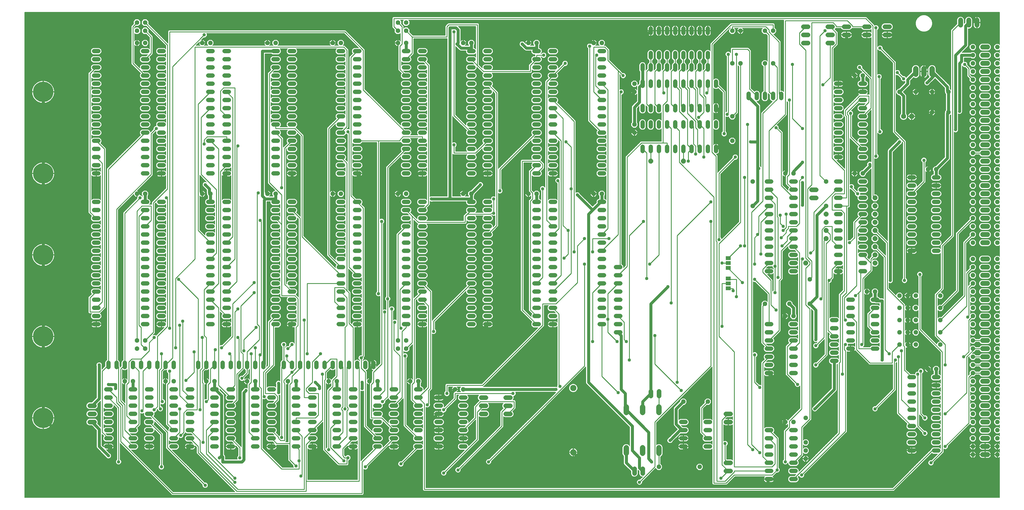
<source format=gbl>
G75*
%MOIN*%
%OFA0B0*%
%FSLAX25Y25*%
%IPPOS*%
%LPD*%
%AMOC8*
5,1,8,0,0,1.08239X$1,22.5*
%
%ADD10C,0.06000*%
%ADD11C,0.06600*%
%ADD12OC8,0.06300*%
%ADD13C,0.06300*%
%ADD14OC8,0.05200*%
%ADD15OC8,0.05250*%
%ADD16C,0.25000*%
%ADD17C,0.05200*%
%ADD18OC8,0.05600*%
%ADD19C,0.05600*%
%ADD20C,0.07677*%
%ADD21OC8,0.06000*%
%ADD22R,0.06300X0.04600*%
%ADD23C,0.03600*%
%ADD24C,0.04000*%
%ADD25C,0.00600*%
%ADD26C,0.01000*%
D10*
X1161300Y0598300D02*
X1161300Y0604300D01*
X1171300Y0604300D02*
X1171300Y0598300D01*
X1181300Y0598300D02*
X1181300Y0604300D01*
X1188300Y0571300D02*
X1194300Y0571300D01*
X1194300Y0561300D02*
X1188300Y0561300D01*
X1188300Y0551300D02*
X1194300Y0551300D01*
X1194300Y0541300D02*
X1188300Y0541300D01*
X1188300Y0531300D02*
X1194300Y0531300D01*
X1194300Y0521300D02*
X1188300Y0521300D01*
X1188300Y0511300D02*
X1194300Y0511300D01*
X1194300Y0501300D02*
X1188300Y0501300D01*
X1188300Y0491300D02*
X1194300Y0491300D01*
X1194300Y0481300D02*
X1188300Y0481300D01*
X1188300Y0471300D02*
X1194300Y0471300D01*
X1194300Y0461300D02*
X1188300Y0461300D01*
X1188300Y0451300D02*
X1194300Y0451300D01*
X1194300Y0441300D02*
X1188300Y0441300D01*
X1188300Y0431300D02*
X1194300Y0431300D01*
X1194300Y0421300D02*
X1188300Y0421300D01*
X1188300Y0411300D02*
X1194300Y0411300D01*
X1194300Y0401300D02*
X1188300Y0401300D01*
X1188300Y0391300D02*
X1194300Y0391300D01*
X1194300Y0381300D02*
X1188300Y0381300D01*
X1188300Y0371300D02*
X1194300Y0371300D01*
X1194300Y0361300D02*
X1188300Y0361300D01*
X1188300Y0351300D02*
X1194300Y0351300D01*
X1194300Y0341300D02*
X1188300Y0341300D01*
X1188300Y0331300D02*
X1194300Y0331300D01*
X1194300Y0311300D02*
X1188300Y0311300D01*
X1188300Y0301300D02*
X1194300Y0301300D01*
X1194300Y0291300D02*
X1188300Y0291300D01*
X1188300Y0281300D02*
X1194300Y0281300D01*
X1194300Y0271300D02*
X1188300Y0271300D01*
X1188300Y0261300D02*
X1194300Y0261300D01*
X1194300Y0251300D02*
X1188300Y0251300D01*
X1188300Y0241300D02*
X1194300Y0241300D01*
X1194300Y0231300D02*
X1188300Y0231300D01*
X1188300Y0221300D02*
X1194300Y0221300D01*
X1194300Y0211300D02*
X1188300Y0211300D01*
X1188300Y0201300D02*
X1194300Y0201300D01*
X1194300Y0191300D02*
X1188300Y0191300D01*
X1188300Y0181300D02*
X1194300Y0181300D01*
X1194300Y0171300D02*
X1188300Y0171300D01*
X1188300Y0161300D02*
X1194300Y0161300D01*
X1194300Y0151300D02*
X1188300Y0151300D01*
X1188300Y0141300D02*
X1194300Y0141300D01*
X1194300Y0131300D02*
X1188300Y0131300D01*
X1188300Y0121300D02*
X1194300Y0121300D01*
X1194300Y0111300D02*
X1188300Y0111300D01*
X1188300Y0101300D02*
X1194300Y0101300D01*
X1194300Y0091300D02*
X1188300Y0091300D01*
X1188300Y0081300D02*
X1194300Y0081300D01*
X1194300Y0071300D02*
X1188300Y0071300D01*
D11*
X0791300Y0073000D02*
X0791300Y0079600D01*
X0771300Y0079600D02*
X0771300Y0073000D01*
X0751300Y0073000D02*
X0751300Y0079600D01*
X0751300Y0123000D02*
X0751300Y0129600D01*
X0771300Y0129600D02*
X0771300Y0123000D01*
X0791300Y0123000D02*
X0791300Y0129600D01*
X1106300Y0538000D02*
X1106300Y0544600D01*
X1116300Y0544600D02*
X1116300Y0538000D01*
X1126300Y0538000D02*
X1126300Y0544600D01*
D12*
X1101300Y0486300D03*
D13*
X1091300Y0486300D03*
D14*
X1126300Y0491300D03*
X1146300Y0491300D03*
X1146300Y0516300D03*
X1126300Y0516300D03*
X1106300Y0516300D03*
X1086300Y0516300D03*
X1041300Y0536300D03*
X1031300Y0536300D03*
X0931300Y0551300D03*
X0921300Y0551300D03*
X0891300Y0551300D03*
X0881300Y0551300D03*
X0881300Y0591300D03*
X0891300Y0591300D03*
X0921300Y0591300D03*
X0931300Y0591300D03*
X0761300Y0526300D03*
X0761300Y0516300D03*
X0761300Y0476300D03*
X0761300Y0466300D03*
X0881300Y0456300D03*
X0881300Y0486300D03*
X0946300Y0416300D03*
X0956300Y0416300D03*
X0996300Y0406300D03*
X1031300Y0416300D03*
X1041300Y0416300D03*
X0996300Y0376300D03*
X0906300Y0376300D03*
X0906300Y0406300D03*
X0721300Y0391300D03*
X0711300Y0391300D03*
X0641300Y0391300D03*
X0631300Y0391300D03*
X0561300Y0391300D03*
X0551300Y0391300D03*
X0481300Y0391300D03*
X0471300Y0391300D03*
X0401300Y0391300D03*
X0391300Y0391300D03*
X0321300Y0391300D03*
X0311300Y0391300D03*
X0241300Y0391300D03*
X0231300Y0391300D03*
X0161300Y0391300D03*
X0151300Y0391300D03*
X0151300Y0576300D03*
X0161300Y0576300D03*
X0231300Y0576300D03*
X0241300Y0576300D03*
X0311300Y0576300D03*
X0321300Y0576300D03*
X0391300Y0576300D03*
X0401300Y0576300D03*
X0471300Y0576300D03*
X0481300Y0576300D03*
X0551300Y0576300D03*
X0561300Y0576300D03*
X0631300Y0576300D03*
X0641300Y0576300D03*
X0711300Y0576300D03*
X0721300Y0576300D03*
X1121300Y0421300D03*
X1131300Y0421300D03*
X0976300Y0286300D03*
X0976300Y0256300D03*
X0956300Y0241300D03*
X0946300Y0241300D03*
X0951300Y0256300D03*
X0921300Y0256300D03*
X1046300Y0271300D03*
X1056300Y0271300D03*
X1086300Y0266300D03*
X1096300Y0266300D03*
X1106300Y0266300D03*
X1106300Y0251300D03*
X1096300Y0251300D03*
X1086300Y0251300D03*
X1086300Y0236300D03*
X1096300Y0236300D03*
X1106300Y0236300D03*
X1106300Y0221300D03*
X1096300Y0221300D03*
X1086300Y0221300D03*
X1086300Y0206300D03*
X1096300Y0206300D03*
X1106300Y0206300D03*
X1136300Y0206300D03*
X1136300Y0221300D03*
X1136300Y0236300D03*
X1136300Y0251300D03*
X1136300Y0266300D03*
X1131300Y0176300D03*
X1121300Y0176300D03*
X0971300Y0116300D03*
X0956300Y0111300D03*
X0946300Y0111300D03*
X0971300Y0086300D03*
X0971300Y0076300D03*
X0971300Y0066300D03*
X0841300Y0056300D03*
X0791300Y0056300D03*
X0821300Y0136300D03*
X0851300Y0136300D03*
X0551300Y0151300D03*
X0541300Y0151300D03*
X0496300Y0161300D03*
X0486300Y0161300D03*
X0446300Y0161300D03*
X0436300Y0161300D03*
X0396300Y0161300D03*
X0386300Y0161300D03*
X0346300Y0161300D03*
X0336300Y0161300D03*
X0296300Y0161300D03*
X0286300Y0161300D03*
X0246300Y0161300D03*
X0236300Y0161300D03*
X0196300Y0161300D03*
X0186300Y0161300D03*
X0146300Y0161300D03*
X0136300Y0161300D03*
D15*
X1176300Y0161300D03*
X1176300Y0151300D03*
X1176300Y0141300D03*
X1176300Y0131300D03*
X1176300Y0121300D03*
X1176300Y0111300D03*
X1176300Y0101300D03*
X1176300Y0091300D03*
X1176300Y0081300D03*
X1176300Y0071300D03*
X1206300Y0071300D03*
X1206300Y0081300D03*
X1206300Y0091300D03*
X1206300Y0101300D03*
X1206300Y0111300D03*
X1206300Y0121300D03*
X1206300Y0131300D03*
X1206300Y0141300D03*
X1206300Y0151300D03*
X1206300Y0161300D03*
X1206300Y0171300D03*
X1206300Y0181300D03*
X1206300Y0191300D03*
X1206300Y0201300D03*
X1206300Y0211300D03*
X1206300Y0221300D03*
X1206300Y0231300D03*
X1206300Y0241300D03*
X1206300Y0251300D03*
X1206300Y0261300D03*
X1206300Y0271300D03*
X1206300Y0281300D03*
X1206300Y0291300D03*
X1206300Y0301300D03*
X1206300Y0311300D03*
X1176300Y0311300D03*
X1176300Y0301300D03*
X1176300Y0291300D03*
X1176300Y0281300D03*
X1176300Y0271300D03*
X1176300Y0261300D03*
X1176300Y0251300D03*
X1176300Y0241300D03*
X1176300Y0231300D03*
X1176300Y0221300D03*
X1176300Y0211300D03*
X1176300Y0201300D03*
X1176300Y0191300D03*
X1176300Y0181300D03*
X1176300Y0171300D03*
X1176300Y0331300D03*
X1176300Y0341300D03*
X1176300Y0351300D03*
X1176300Y0361300D03*
X1176300Y0371300D03*
X1176300Y0381300D03*
X1176300Y0391300D03*
X1176300Y0401300D03*
X1176300Y0411300D03*
X1176300Y0421300D03*
X1176300Y0431300D03*
X1176300Y0441300D03*
X1176300Y0451300D03*
X1176300Y0461300D03*
X1176300Y0471300D03*
X1176300Y0481300D03*
X1176300Y0491300D03*
X1176300Y0501300D03*
X1176300Y0511300D03*
X1176300Y0521300D03*
X1176300Y0531300D03*
X1176300Y0541300D03*
X1176300Y0551300D03*
X1176300Y0561300D03*
X1176300Y0571300D03*
X1206300Y0571300D03*
X1206300Y0561300D03*
X1206300Y0551300D03*
X1206300Y0541300D03*
X1206300Y0531300D03*
X1206300Y0521300D03*
X1206300Y0511300D03*
X1206300Y0501300D03*
X1206300Y0491300D03*
X1206300Y0481300D03*
X1206300Y0471300D03*
X1206300Y0461300D03*
X1206300Y0451300D03*
X1206300Y0441300D03*
X1206300Y0431300D03*
X1206300Y0421300D03*
X1206300Y0411300D03*
X1206300Y0401300D03*
X1206300Y0391300D03*
X1206300Y0381300D03*
X1206300Y0371300D03*
X1206300Y0361300D03*
X1206300Y0351300D03*
X1206300Y0341300D03*
X1206300Y0331300D03*
D16*
X0036300Y0316300D03*
X0036300Y0216300D03*
X0036300Y0116300D03*
X0036300Y0416300D03*
X0036300Y0516300D03*
D17*
X0098700Y0516300D02*
X0103900Y0516300D01*
X0103900Y0526300D02*
X0098700Y0526300D01*
X0098700Y0536300D02*
X0103900Y0536300D01*
X0103900Y0546300D02*
X0098700Y0546300D01*
X0098700Y0556300D02*
X0103900Y0556300D01*
X0103900Y0566300D02*
X0098700Y0566300D01*
X0158700Y0566300D02*
X0163900Y0566300D01*
X0178700Y0566300D02*
X0183900Y0566300D01*
X0183900Y0556300D02*
X0178700Y0556300D01*
X0178700Y0546300D02*
X0183900Y0546300D01*
X0183900Y0536300D02*
X0178700Y0536300D01*
X0163900Y0536300D02*
X0158700Y0536300D01*
X0158700Y0526300D02*
X0163900Y0526300D01*
X0163900Y0516300D02*
X0158700Y0516300D01*
X0178700Y0516300D02*
X0183900Y0516300D01*
X0183900Y0526300D02*
X0178700Y0526300D01*
X0178700Y0506300D02*
X0183900Y0506300D01*
X0183900Y0496300D02*
X0178700Y0496300D01*
X0163900Y0496300D02*
X0158700Y0496300D01*
X0158700Y0506300D02*
X0163900Y0506300D01*
X0163900Y0486300D02*
X0158700Y0486300D01*
X0178700Y0486300D02*
X0183900Y0486300D01*
X0183900Y0476300D02*
X0178700Y0476300D01*
X0178700Y0466300D02*
X0183900Y0466300D01*
X0183900Y0456300D02*
X0178700Y0456300D01*
X0178700Y0446300D02*
X0183900Y0446300D01*
X0183900Y0436300D02*
X0178700Y0436300D01*
X0163900Y0436300D02*
X0158700Y0436300D01*
X0158700Y0426300D02*
X0163900Y0426300D01*
X0163900Y0416300D02*
X0158700Y0416300D01*
X0178700Y0416300D02*
X0183900Y0416300D01*
X0183900Y0426300D02*
X0178700Y0426300D01*
X0163900Y0446300D02*
X0158700Y0446300D01*
X0158700Y0456300D02*
X0163900Y0456300D01*
X0163900Y0466300D02*
X0158700Y0466300D01*
X0158700Y0476300D02*
X0163900Y0476300D01*
X0103900Y0476300D02*
X0098700Y0476300D01*
X0098700Y0466300D02*
X0103900Y0466300D01*
X0103900Y0456300D02*
X0098700Y0456300D01*
X0098700Y0446300D02*
X0103900Y0446300D01*
X0103900Y0436300D02*
X0098700Y0436300D01*
X0098700Y0426300D02*
X0103900Y0426300D01*
X0103900Y0416300D02*
X0098700Y0416300D01*
X0098700Y0381300D02*
X0103900Y0381300D01*
X0103900Y0371300D02*
X0098700Y0371300D01*
X0098700Y0361300D02*
X0103900Y0361300D01*
X0103900Y0351300D02*
X0098700Y0351300D01*
X0098700Y0341300D02*
X0103900Y0341300D01*
X0103900Y0331300D02*
X0098700Y0331300D01*
X0098700Y0321300D02*
X0103900Y0321300D01*
X0103900Y0311300D02*
X0098700Y0311300D01*
X0098700Y0301300D02*
X0103900Y0301300D01*
X0103900Y0291300D02*
X0098700Y0291300D01*
X0098700Y0281300D02*
X0103900Y0281300D01*
X0103900Y0271300D02*
X0098700Y0271300D01*
X0098700Y0261300D02*
X0103900Y0261300D01*
X0103900Y0251300D02*
X0098700Y0251300D01*
X0098700Y0241300D02*
X0103900Y0241300D01*
X0103900Y0231300D02*
X0098700Y0231300D01*
X0158700Y0231300D02*
X0163900Y0231300D01*
X0178700Y0231300D02*
X0183900Y0231300D01*
X0183900Y0241300D02*
X0178700Y0241300D01*
X0163900Y0241300D02*
X0158700Y0241300D01*
X0158700Y0251300D02*
X0163900Y0251300D01*
X0163900Y0261300D02*
X0158700Y0261300D01*
X0178700Y0261300D02*
X0183900Y0261300D01*
X0183900Y0251300D02*
X0178700Y0251300D01*
X0178700Y0271300D02*
X0183900Y0271300D01*
X0183900Y0281300D02*
X0178700Y0281300D01*
X0163900Y0281300D02*
X0158700Y0281300D01*
X0158700Y0271300D02*
X0163900Y0271300D01*
X0163900Y0291300D02*
X0158700Y0291300D01*
X0178700Y0291300D02*
X0183900Y0291300D01*
X0183900Y0301300D02*
X0178700Y0301300D01*
X0178700Y0311300D02*
X0183900Y0311300D01*
X0183900Y0321300D02*
X0178700Y0321300D01*
X0178700Y0331300D02*
X0183900Y0331300D01*
X0183900Y0341300D02*
X0178700Y0341300D01*
X0178700Y0351300D02*
X0183900Y0351300D01*
X0183900Y0361300D02*
X0178700Y0361300D01*
X0163900Y0361300D02*
X0158700Y0361300D01*
X0158700Y0351300D02*
X0163900Y0351300D01*
X0163900Y0341300D02*
X0158700Y0341300D01*
X0158700Y0331300D02*
X0163900Y0331300D01*
X0163900Y0321300D02*
X0158700Y0321300D01*
X0158700Y0311300D02*
X0163900Y0311300D01*
X0163900Y0301300D02*
X0158700Y0301300D01*
X0238700Y0301300D02*
X0243900Y0301300D01*
X0243900Y0311300D02*
X0238700Y0311300D01*
X0238700Y0321300D02*
X0243900Y0321300D01*
X0243900Y0331300D02*
X0238700Y0331300D01*
X0238700Y0341300D02*
X0243900Y0341300D01*
X0243900Y0351300D02*
X0238700Y0351300D01*
X0238700Y0361300D02*
X0243900Y0361300D01*
X0258700Y0361300D02*
X0263900Y0361300D01*
X0263900Y0351300D02*
X0258700Y0351300D01*
X0258700Y0341300D02*
X0263900Y0341300D01*
X0263900Y0331300D02*
X0258700Y0331300D01*
X0258700Y0321300D02*
X0263900Y0321300D01*
X0263900Y0311300D02*
X0258700Y0311300D01*
X0258700Y0301300D02*
X0263900Y0301300D01*
X0263900Y0291300D02*
X0258700Y0291300D01*
X0243900Y0291300D02*
X0238700Y0291300D01*
X0238700Y0281300D02*
X0243900Y0281300D01*
X0243900Y0271300D02*
X0238700Y0271300D01*
X0238700Y0261300D02*
X0243900Y0261300D01*
X0243900Y0251300D02*
X0238700Y0251300D01*
X0238700Y0241300D02*
X0243900Y0241300D01*
X0258700Y0241300D02*
X0263900Y0241300D01*
X0263900Y0231300D02*
X0258700Y0231300D01*
X0243900Y0231300D02*
X0238700Y0231300D01*
X0258700Y0251300D02*
X0263900Y0251300D01*
X0263900Y0261300D02*
X0258700Y0261300D01*
X0258700Y0271300D02*
X0263900Y0271300D01*
X0263900Y0281300D02*
X0258700Y0281300D01*
X0318700Y0281300D02*
X0323900Y0281300D01*
X0323900Y0271300D02*
X0318700Y0271300D01*
X0338700Y0271300D02*
X0343900Y0271300D01*
X0343900Y0281300D02*
X0338700Y0281300D01*
X0338700Y0291300D02*
X0343900Y0291300D01*
X0343900Y0301300D02*
X0338700Y0301300D01*
X0338700Y0311300D02*
X0343900Y0311300D01*
X0343900Y0321300D02*
X0338700Y0321300D01*
X0338700Y0331300D02*
X0343900Y0331300D01*
X0343900Y0341300D02*
X0338700Y0341300D01*
X0338700Y0351300D02*
X0343900Y0351300D01*
X0343900Y0361300D02*
X0338700Y0361300D01*
X0323900Y0361300D02*
X0318700Y0361300D01*
X0318700Y0351300D02*
X0323900Y0351300D01*
X0323900Y0341300D02*
X0318700Y0341300D01*
X0318700Y0331300D02*
X0323900Y0331300D01*
X0323900Y0321300D02*
X0318700Y0321300D01*
X0318700Y0311300D02*
X0323900Y0311300D01*
X0323900Y0301300D02*
X0318700Y0301300D01*
X0318700Y0291300D02*
X0323900Y0291300D01*
X0323900Y0261300D02*
X0318700Y0261300D01*
X0318700Y0251300D02*
X0323900Y0251300D01*
X0338700Y0251300D02*
X0343900Y0251300D01*
X0343900Y0261300D02*
X0338700Y0261300D01*
X0338700Y0241300D02*
X0343900Y0241300D01*
X0343900Y0231300D02*
X0338700Y0231300D01*
X0323900Y0231300D02*
X0318700Y0231300D01*
X0318700Y0241300D02*
X0323900Y0241300D01*
X0398700Y0241300D02*
X0403900Y0241300D01*
X0418700Y0241300D02*
X0423900Y0241300D01*
X0423900Y0231300D02*
X0418700Y0231300D01*
X0403900Y0231300D02*
X0398700Y0231300D01*
X0398700Y0251300D02*
X0403900Y0251300D01*
X0403900Y0261300D02*
X0398700Y0261300D01*
X0398700Y0271300D02*
X0403900Y0271300D01*
X0403900Y0281300D02*
X0398700Y0281300D01*
X0398700Y0291300D02*
X0403900Y0291300D01*
X0418700Y0291300D02*
X0423900Y0291300D01*
X0423900Y0281300D02*
X0418700Y0281300D01*
X0418700Y0271300D02*
X0423900Y0271300D01*
X0423900Y0261300D02*
X0418700Y0261300D01*
X0418700Y0251300D02*
X0423900Y0251300D01*
X0478700Y0251300D02*
X0483900Y0251300D01*
X0483900Y0261300D02*
X0478700Y0261300D01*
X0478700Y0271300D02*
X0483900Y0271300D01*
X0483900Y0281300D02*
X0478700Y0281300D01*
X0478700Y0291300D02*
X0483900Y0291300D01*
X0483900Y0301300D02*
X0478700Y0301300D01*
X0478700Y0311300D02*
X0483900Y0311300D01*
X0483900Y0321300D02*
X0478700Y0321300D01*
X0478700Y0331300D02*
X0483900Y0331300D01*
X0483900Y0341300D02*
X0478700Y0341300D01*
X0478700Y0351300D02*
X0483900Y0351300D01*
X0483900Y0361300D02*
X0478700Y0361300D01*
X0478700Y0371300D02*
X0483900Y0371300D01*
X0483900Y0381300D02*
X0478700Y0381300D01*
X0498700Y0381300D02*
X0503900Y0381300D01*
X0503900Y0371300D02*
X0498700Y0371300D01*
X0498700Y0361300D02*
X0503900Y0361300D01*
X0503900Y0351300D02*
X0498700Y0351300D01*
X0498700Y0341300D02*
X0503900Y0341300D01*
X0503900Y0331300D02*
X0498700Y0331300D01*
X0498700Y0321300D02*
X0503900Y0321300D01*
X0503900Y0311300D02*
X0498700Y0311300D01*
X0498700Y0301300D02*
X0503900Y0301300D01*
X0503900Y0291300D02*
X0498700Y0291300D01*
X0498700Y0281300D02*
X0503900Y0281300D01*
X0503900Y0271300D02*
X0498700Y0271300D01*
X0498700Y0261300D02*
X0503900Y0261300D01*
X0503900Y0251300D02*
X0498700Y0251300D01*
X0498700Y0241300D02*
X0503900Y0241300D01*
X0503900Y0231300D02*
X0498700Y0231300D01*
X0483900Y0231300D02*
X0478700Y0231300D01*
X0478700Y0241300D02*
X0483900Y0241300D01*
X0558700Y0241300D02*
X0563900Y0241300D01*
X0578700Y0241300D02*
X0583900Y0241300D01*
X0583900Y0231300D02*
X0578700Y0231300D01*
X0563900Y0231300D02*
X0558700Y0231300D01*
X0558700Y0251300D02*
X0563900Y0251300D01*
X0563900Y0261300D02*
X0558700Y0261300D01*
X0578700Y0261300D02*
X0583900Y0261300D01*
X0583900Y0251300D02*
X0578700Y0251300D01*
X0578700Y0271300D02*
X0583900Y0271300D01*
X0583900Y0281300D02*
X0578700Y0281300D01*
X0563900Y0281300D02*
X0558700Y0281300D01*
X0558700Y0271300D02*
X0563900Y0271300D01*
X0563900Y0291300D02*
X0558700Y0291300D01*
X0578700Y0291300D02*
X0583900Y0291300D01*
X0583900Y0301300D02*
X0578700Y0301300D01*
X0578700Y0311300D02*
X0583900Y0311300D01*
X0583900Y0321300D02*
X0578700Y0321300D01*
X0578700Y0331300D02*
X0583900Y0331300D01*
X0583900Y0341300D02*
X0578700Y0341300D01*
X0578700Y0351300D02*
X0583900Y0351300D01*
X0583900Y0361300D02*
X0578700Y0361300D01*
X0563900Y0361300D02*
X0558700Y0361300D01*
X0558700Y0351300D02*
X0563900Y0351300D01*
X0563900Y0341300D02*
X0558700Y0341300D01*
X0558700Y0331300D02*
X0563900Y0331300D01*
X0563900Y0321300D02*
X0558700Y0321300D01*
X0558700Y0311300D02*
X0563900Y0311300D01*
X0563900Y0301300D02*
X0558700Y0301300D01*
X0638700Y0301300D02*
X0643900Y0301300D01*
X0643900Y0311300D02*
X0638700Y0311300D01*
X0638700Y0321300D02*
X0643900Y0321300D01*
X0643900Y0331300D02*
X0638700Y0331300D01*
X0638700Y0341300D02*
X0643900Y0341300D01*
X0643900Y0351300D02*
X0638700Y0351300D01*
X0638700Y0361300D02*
X0643900Y0361300D01*
X0658700Y0361300D02*
X0663900Y0361300D01*
X0663900Y0351300D02*
X0658700Y0351300D01*
X0658700Y0341300D02*
X0663900Y0341300D01*
X0663900Y0331300D02*
X0658700Y0331300D01*
X0658700Y0321300D02*
X0663900Y0321300D01*
X0663900Y0311300D02*
X0658700Y0311300D01*
X0658700Y0301300D02*
X0663900Y0301300D01*
X0663900Y0291300D02*
X0658700Y0291300D01*
X0643900Y0291300D02*
X0638700Y0291300D01*
X0638700Y0281300D02*
X0643900Y0281300D01*
X0643900Y0271300D02*
X0638700Y0271300D01*
X0638700Y0261300D02*
X0643900Y0261300D01*
X0643900Y0251300D02*
X0638700Y0251300D01*
X0638700Y0241300D02*
X0643900Y0241300D01*
X0658700Y0241300D02*
X0663900Y0241300D01*
X0663900Y0231300D02*
X0658700Y0231300D01*
X0643900Y0231300D02*
X0638700Y0231300D01*
X0658700Y0251300D02*
X0663900Y0251300D01*
X0663900Y0261300D02*
X0658700Y0261300D01*
X0658700Y0271300D02*
X0663900Y0271300D01*
X0663900Y0281300D02*
X0658700Y0281300D01*
X0718700Y0281300D02*
X0723900Y0281300D01*
X0723900Y0271300D02*
X0718700Y0271300D01*
X0738700Y0271300D02*
X0743900Y0271300D01*
X0743900Y0281300D02*
X0738700Y0281300D01*
X0738700Y0291300D02*
X0743900Y0291300D01*
X0743900Y0301300D02*
X0738700Y0301300D01*
X0723900Y0301300D02*
X0718700Y0301300D01*
X0718700Y0311300D02*
X0723900Y0311300D01*
X0723900Y0321300D02*
X0718700Y0321300D01*
X0718700Y0331300D02*
X0723900Y0331300D01*
X0723900Y0341300D02*
X0718700Y0341300D01*
X0718700Y0351300D02*
X0723900Y0351300D01*
X0723900Y0361300D02*
X0718700Y0361300D01*
X0718700Y0371300D02*
X0723900Y0371300D01*
X0723900Y0381300D02*
X0718700Y0381300D01*
X0663900Y0381300D02*
X0658700Y0381300D01*
X0658700Y0371300D02*
X0663900Y0371300D01*
X0643900Y0371300D02*
X0638700Y0371300D01*
X0638700Y0381300D02*
X0643900Y0381300D01*
X0583900Y0381300D02*
X0578700Y0381300D01*
X0578700Y0371300D02*
X0583900Y0371300D01*
X0563900Y0371300D02*
X0558700Y0371300D01*
X0558700Y0381300D02*
X0563900Y0381300D01*
X0563900Y0416300D02*
X0558700Y0416300D01*
X0558700Y0426300D02*
X0563900Y0426300D01*
X0578700Y0426300D02*
X0583900Y0426300D01*
X0583900Y0416300D02*
X0578700Y0416300D01*
X0578700Y0436300D02*
X0583900Y0436300D01*
X0583900Y0446300D02*
X0578700Y0446300D01*
X0578700Y0456300D02*
X0583900Y0456300D01*
X0583900Y0466300D02*
X0578700Y0466300D01*
X0578700Y0476300D02*
X0583900Y0476300D01*
X0583900Y0486300D02*
X0578700Y0486300D01*
X0563900Y0486300D02*
X0558700Y0486300D01*
X0558700Y0476300D02*
X0563900Y0476300D01*
X0563900Y0466300D02*
X0558700Y0466300D01*
X0558700Y0456300D02*
X0563900Y0456300D01*
X0563900Y0446300D02*
X0558700Y0446300D01*
X0558700Y0436300D02*
X0563900Y0436300D01*
X0503900Y0436300D02*
X0498700Y0436300D01*
X0498700Y0426300D02*
X0503900Y0426300D01*
X0503900Y0416300D02*
X0498700Y0416300D01*
X0483900Y0416300D02*
X0478700Y0416300D01*
X0478700Y0426300D02*
X0483900Y0426300D01*
X0483900Y0436300D02*
X0478700Y0436300D01*
X0478700Y0446300D02*
X0483900Y0446300D01*
X0483900Y0456300D02*
X0478700Y0456300D01*
X0478700Y0466300D02*
X0483900Y0466300D01*
X0483900Y0476300D02*
X0478700Y0476300D01*
X0478700Y0486300D02*
X0483900Y0486300D01*
X0483900Y0496300D02*
X0478700Y0496300D01*
X0478700Y0506300D02*
X0483900Y0506300D01*
X0483900Y0516300D02*
X0478700Y0516300D01*
X0478700Y0526300D02*
X0483900Y0526300D01*
X0483900Y0536300D02*
X0478700Y0536300D01*
X0478700Y0546300D02*
X0483900Y0546300D01*
X0483900Y0556300D02*
X0478700Y0556300D01*
X0478700Y0566300D02*
X0483900Y0566300D01*
X0498700Y0566300D02*
X0503900Y0566300D01*
X0503900Y0556300D02*
X0498700Y0556300D01*
X0498700Y0546300D02*
X0503900Y0546300D01*
X0503900Y0536300D02*
X0498700Y0536300D01*
X0498700Y0526300D02*
X0503900Y0526300D01*
X0503900Y0516300D02*
X0498700Y0516300D01*
X0498700Y0506300D02*
X0503900Y0506300D01*
X0503900Y0496300D02*
X0498700Y0496300D01*
X0498700Y0486300D02*
X0503900Y0486300D01*
X0503900Y0476300D02*
X0498700Y0476300D01*
X0498700Y0466300D02*
X0503900Y0466300D01*
X0503900Y0456300D02*
X0498700Y0456300D01*
X0498700Y0446300D02*
X0503900Y0446300D01*
X0423900Y0446300D02*
X0418700Y0446300D01*
X0418700Y0456300D02*
X0423900Y0456300D01*
X0403900Y0456300D02*
X0398700Y0456300D01*
X0398700Y0446300D02*
X0403900Y0446300D01*
X0403900Y0436300D02*
X0398700Y0436300D01*
X0398700Y0426300D02*
X0403900Y0426300D01*
X0403900Y0416300D02*
X0398700Y0416300D01*
X0418700Y0416300D02*
X0423900Y0416300D01*
X0423900Y0426300D02*
X0418700Y0426300D01*
X0418700Y0436300D02*
X0423900Y0436300D01*
X0423900Y0466300D02*
X0418700Y0466300D01*
X0418700Y0476300D02*
X0423900Y0476300D01*
X0403900Y0476300D02*
X0398700Y0476300D01*
X0398700Y0466300D02*
X0403900Y0466300D01*
X0403900Y0486300D02*
X0398700Y0486300D01*
X0398700Y0496300D02*
X0403900Y0496300D01*
X0403900Y0506300D02*
X0398700Y0506300D01*
X0398700Y0516300D02*
X0403900Y0516300D01*
X0403900Y0526300D02*
X0398700Y0526300D01*
X0398700Y0536300D02*
X0403900Y0536300D01*
X0418700Y0536300D02*
X0423900Y0536300D01*
X0423900Y0526300D02*
X0418700Y0526300D01*
X0418700Y0516300D02*
X0423900Y0516300D01*
X0423900Y0506300D02*
X0418700Y0506300D01*
X0418700Y0496300D02*
X0423900Y0496300D01*
X0423900Y0486300D02*
X0418700Y0486300D01*
X0343900Y0486300D02*
X0338700Y0486300D01*
X0323900Y0486300D02*
X0318700Y0486300D01*
X0318700Y0476300D02*
X0323900Y0476300D01*
X0323900Y0466300D02*
X0318700Y0466300D01*
X0338700Y0466300D02*
X0343900Y0466300D01*
X0343900Y0476300D02*
X0338700Y0476300D01*
X0338700Y0456300D02*
X0343900Y0456300D01*
X0343900Y0446300D02*
X0338700Y0446300D01*
X0323900Y0446300D02*
X0318700Y0446300D01*
X0318700Y0456300D02*
X0323900Y0456300D01*
X0323900Y0436300D02*
X0318700Y0436300D01*
X0338700Y0436300D02*
X0343900Y0436300D01*
X0343900Y0426300D02*
X0338700Y0426300D01*
X0338700Y0416300D02*
X0343900Y0416300D01*
X0323900Y0416300D02*
X0318700Y0416300D01*
X0318700Y0426300D02*
X0323900Y0426300D01*
X0263900Y0426300D02*
X0258700Y0426300D01*
X0258700Y0416300D02*
X0263900Y0416300D01*
X0243900Y0416300D02*
X0238700Y0416300D01*
X0238700Y0426300D02*
X0243900Y0426300D01*
X0243900Y0436300D02*
X0238700Y0436300D01*
X0238700Y0446300D02*
X0243900Y0446300D01*
X0243900Y0456300D02*
X0238700Y0456300D01*
X0238700Y0466300D02*
X0243900Y0466300D01*
X0243900Y0476300D02*
X0238700Y0476300D01*
X0238700Y0486300D02*
X0243900Y0486300D01*
X0258700Y0486300D02*
X0263900Y0486300D01*
X0263900Y0476300D02*
X0258700Y0476300D01*
X0258700Y0466300D02*
X0263900Y0466300D01*
X0263900Y0456300D02*
X0258700Y0456300D01*
X0258700Y0446300D02*
X0263900Y0446300D01*
X0263900Y0436300D02*
X0258700Y0436300D01*
X0258700Y0381300D02*
X0263900Y0381300D01*
X0263900Y0371300D02*
X0258700Y0371300D01*
X0243900Y0371300D02*
X0238700Y0371300D01*
X0238700Y0381300D02*
X0243900Y0381300D01*
X0183900Y0381300D02*
X0178700Y0381300D01*
X0178700Y0371300D02*
X0183900Y0371300D01*
X0163900Y0371300D02*
X0158700Y0371300D01*
X0158700Y0381300D02*
X0163900Y0381300D01*
X0318700Y0381300D02*
X0323900Y0381300D01*
X0323900Y0371300D02*
X0318700Y0371300D01*
X0338700Y0371300D02*
X0343900Y0371300D01*
X0343900Y0381300D02*
X0338700Y0381300D01*
X0398700Y0381300D02*
X0403900Y0381300D01*
X0403900Y0371300D02*
X0398700Y0371300D01*
X0398700Y0361300D02*
X0403900Y0361300D01*
X0418700Y0361300D02*
X0423900Y0361300D01*
X0423900Y0351300D02*
X0418700Y0351300D01*
X0418700Y0341300D02*
X0423900Y0341300D01*
X0403900Y0341300D02*
X0398700Y0341300D01*
X0398700Y0351300D02*
X0403900Y0351300D01*
X0403900Y0331300D02*
X0398700Y0331300D01*
X0398700Y0321300D02*
X0403900Y0321300D01*
X0418700Y0321300D02*
X0423900Y0321300D01*
X0423900Y0331300D02*
X0418700Y0331300D01*
X0418700Y0311300D02*
X0423900Y0311300D01*
X0423900Y0301300D02*
X0418700Y0301300D01*
X0403900Y0301300D02*
X0398700Y0301300D01*
X0398700Y0311300D02*
X0403900Y0311300D01*
X0418700Y0371300D02*
X0423900Y0371300D01*
X0423900Y0381300D02*
X0418700Y0381300D01*
X0638700Y0416300D02*
X0643900Y0416300D01*
X0643900Y0426300D02*
X0638700Y0426300D01*
X0638700Y0436300D02*
X0643900Y0436300D01*
X0658700Y0436300D02*
X0663900Y0436300D01*
X0663900Y0426300D02*
X0658700Y0426300D01*
X0658700Y0416300D02*
X0663900Y0416300D01*
X0663900Y0446300D02*
X0658700Y0446300D01*
X0658700Y0456300D02*
X0663900Y0456300D01*
X0643900Y0456300D02*
X0638700Y0456300D01*
X0638700Y0446300D02*
X0643900Y0446300D01*
X0643900Y0466300D02*
X0638700Y0466300D01*
X0638700Y0476300D02*
X0643900Y0476300D01*
X0658700Y0476300D02*
X0663900Y0476300D01*
X0663900Y0466300D02*
X0658700Y0466300D01*
X0658700Y0486300D02*
X0663900Y0486300D01*
X0643900Y0486300D02*
X0638700Y0486300D01*
X0638700Y0496300D02*
X0643900Y0496300D01*
X0643900Y0506300D02*
X0638700Y0506300D01*
X0638700Y0516300D02*
X0643900Y0516300D01*
X0643900Y0526300D02*
X0638700Y0526300D01*
X0638700Y0536300D02*
X0643900Y0536300D01*
X0658700Y0536300D02*
X0663900Y0536300D01*
X0663900Y0526300D02*
X0658700Y0526300D01*
X0658700Y0516300D02*
X0663900Y0516300D01*
X0663900Y0506300D02*
X0658700Y0506300D01*
X0658700Y0496300D02*
X0663900Y0496300D01*
X0718700Y0496300D02*
X0723900Y0496300D01*
X0723900Y0506300D02*
X0718700Y0506300D01*
X0718700Y0516300D02*
X0723900Y0516300D01*
X0723900Y0526300D02*
X0718700Y0526300D01*
X0718700Y0536300D02*
X0723900Y0536300D01*
X0723900Y0546300D02*
X0718700Y0546300D01*
X0718700Y0556300D02*
X0723900Y0556300D01*
X0723900Y0566300D02*
X0718700Y0566300D01*
X0771300Y0548900D02*
X0771300Y0543700D01*
X0781300Y0543700D02*
X0781300Y0548900D01*
X0791300Y0548900D02*
X0791300Y0543700D01*
X0801300Y0543700D02*
X0801300Y0548900D01*
X0811300Y0548900D02*
X0811300Y0543700D01*
X0821300Y0543700D02*
X0821300Y0548900D01*
X0831300Y0548900D02*
X0831300Y0543700D01*
X0841300Y0543700D02*
X0841300Y0548900D01*
X0851300Y0548900D02*
X0851300Y0543700D01*
X0851300Y0528900D02*
X0851300Y0523700D01*
X0841300Y0523700D02*
X0841300Y0528900D01*
X0831300Y0528900D02*
X0831300Y0523700D01*
X0821300Y0523700D02*
X0821300Y0528900D01*
X0811300Y0528900D02*
X0811300Y0523700D01*
X0801300Y0523700D02*
X0801300Y0528900D01*
X0791300Y0528900D02*
X0791300Y0523700D01*
X0781300Y0523700D02*
X0781300Y0528900D01*
X0771300Y0528900D02*
X0771300Y0523700D01*
X0771300Y0498900D02*
X0771300Y0493700D01*
X0781300Y0493700D02*
X0781300Y0498900D01*
X0791300Y0498900D02*
X0791300Y0493700D01*
X0801300Y0493700D02*
X0801300Y0498900D01*
X0811300Y0498900D02*
X0811300Y0493700D01*
X0821300Y0493700D02*
X0821300Y0498900D01*
X0831300Y0498900D02*
X0831300Y0493700D01*
X0841300Y0493700D02*
X0841300Y0498900D01*
X0851300Y0498900D02*
X0851300Y0493700D01*
X0861300Y0493700D02*
X0861300Y0498900D01*
X0861300Y0478900D02*
X0861300Y0473700D01*
X0851300Y0473700D02*
X0851300Y0478900D01*
X0841300Y0478900D02*
X0841300Y0473700D01*
X0831300Y0473700D02*
X0831300Y0478900D01*
X0821300Y0478900D02*
X0821300Y0473700D01*
X0811300Y0473700D02*
X0811300Y0478900D01*
X0801300Y0478900D02*
X0801300Y0473700D01*
X0791300Y0473700D02*
X0791300Y0478900D01*
X0781300Y0478900D02*
X0781300Y0473700D01*
X0771300Y0473700D02*
X0771300Y0478900D01*
X0723900Y0476300D02*
X0718700Y0476300D01*
X0718700Y0466300D02*
X0723900Y0466300D01*
X0723900Y0456300D02*
X0718700Y0456300D01*
X0718700Y0446300D02*
X0723900Y0446300D01*
X0723900Y0436300D02*
X0718700Y0436300D01*
X0718700Y0426300D02*
X0723900Y0426300D01*
X0723900Y0416300D02*
X0718700Y0416300D01*
X0771300Y0443700D02*
X0771300Y0448900D01*
X0781300Y0448900D02*
X0781300Y0443700D01*
X0791300Y0443700D02*
X0791300Y0448900D01*
X0801300Y0448900D02*
X0801300Y0443700D01*
X0811300Y0443700D02*
X0811300Y0448900D01*
X0821300Y0448900D02*
X0821300Y0443700D01*
X0831300Y0443700D02*
X0831300Y0448900D01*
X0841300Y0448900D02*
X0841300Y0443700D01*
X0851300Y0443700D02*
X0851300Y0448900D01*
X0861300Y0448900D02*
X0861300Y0443700D01*
X0923700Y0406300D02*
X0928900Y0406300D01*
X0928900Y0396300D02*
X0923700Y0396300D01*
X0923700Y0386300D02*
X0928900Y0386300D01*
X0928900Y0376300D02*
X0923700Y0376300D01*
X0923700Y0366300D02*
X0928900Y0366300D01*
X0928900Y0356300D02*
X0923700Y0356300D01*
X0923700Y0346300D02*
X0928900Y0346300D01*
X0928900Y0336300D02*
X0923700Y0336300D01*
X0923700Y0326300D02*
X0928900Y0326300D01*
X0928900Y0316300D02*
X0923700Y0316300D01*
X0923700Y0306300D02*
X0928900Y0306300D01*
X0928900Y0296300D02*
X0923700Y0296300D01*
X0953700Y0296300D02*
X0958900Y0296300D01*
X0958900Y0306300D02*
X0953700Y0306300D01*
X0953700Y0316300D02*
X0958900Y0316300D01*
X0958900Y0326300D02*
X0953700Y0326300D01*
X0953700Y0336300D02*
X0958900Y0336300D01*
X0958900Y0346300D02*
X0953700Y0346300D01*
X0953700Y0356300D02*
X0958900Y0356300D01*
X0958900Y0366300D02*
X0953700Y0366300D01*
X0953700Y0376300D02*
X0958900Y0376300D01*
X0958900Y0386300D02*
X0953700Y0386300D01*
X0953700Y0396300D02*
X0958900Y0396300D01*
X0958900Y0406300D02*
X0953700Y0406300D01*
X1008700Y0406300D02*
X1013900Y0406300D01*
X1013900Y0396300D02*
X1008700Y0396300D01*
X1008700Y0386300D02*
X1013900Y0386300D01*
X1013900Y0376300D02*
X1008700Y0376300D01*
X1008700Y0366300D02*
X1013900Y0366300D01*
X1013900Y0356300D02*
X1008700Y0356300D01*
X1008700Y0346300D02*
X1013900Y0346300D01*
X1013900Y0336300D02*
X1008700Y0336300D01*
X1008700Y0326300D02*
X1013900Y0326300D01*
X1013900Y0316300D02*
X1008700Y0316300D01*
X1008700Y0306300D02*
X1013900Y0306300D01*
X1013900Y0296300D02*
X1008700Y0296300D01*
X1038700Y0296300D02*
X1043900Y0296300D01*
X1043900Y0306300D02*
X1038700Y0306300D01*
X1038700Y0316300D02*
X1043900Y0316300D01*
X1043900Y0326300D02*
X1038700Y0326300D01*
X1038700Y0336300D02*
X1043900Y0336300D01*
X1043900Y0346300D02*
X1038700Y0346300D01*
X1038700Y0356300D02*
X1043900Y0356300D01*
X1043900Y0366300D02*
X1038700Y0366300D01*
X1038700Y0376300D02*
X1043900Y0376300D01*
X1043900Y0386300D02*
X1038700Y0386300D01*
X1038700Y0396300D02*
X1043900Y0396300D01*
X1043900Y0406300D02*
X1038700Y0406300D01*
X1038700Y0436300D02*
X1043900Y0436300D01*
X1043900Y0446300D02*
X1038700Y0446300D01*
X1038700Y0456300D02*
X1043900Y0456300D01*
X1043900Y0466300D02*
X1038700Y0466300D01*
X1038700Y0476300D02*
X1043900Y0476300D01*
X1043900Y0486300D02*
X1038700Y0486300D01*
X1038700Y0496300D02*
X1043900Y0496300D01*
X1043900Y0506300D02*
X1038700Y0506300D01*
X1038700Y0516300D02*
X1043900Y0516300D01*
X1043900Y0526300D02*
X1038700Y0526300D01*
X1013900Y0526300D02*
X1008700Y0526300D01*
X1008700Y0516300D02*
X1013900Y0516300D01*
X1013900Y0506300D02*
X1008700Y0506300D01*
X1008700Y0496300D02*
X1013900Y0496300D01*
X1013900Y0486300D02*
X1008700Y0486300D01*
X1008700Y0476300D02*
X1013900Y0476300D01*
X1013900Y0466300D02*
X1008700Y0466300D01*
X1008700Y0456300D02*
X1013900Y0456300D01*
X1013900Y0446300D02*
X1008700Y0446300D01*
X1008700Y0436300D02*
X1013900Y0436300D01*
X1098700Y0411300D02*
X1103900Y0411300D01*
X1103900Y0401300D02*
X1098700Y0401300D01*
X1098700Y0391300D02*
X1103900Y0391300D01*
X1103900Y0381300D02*
X1098700Y0381300D01*
X1098700Y0371300D02*
X1103900Y0371300D01*
X1103900Y0361300D02*
X1098700Y0361300D01*
X1098700Y0351300D02*
X1103900Y0351300D01*
X1103900Y0341300D02*
X1098700Y0341300D01*
X1098700Y0331300D02*
X1103900Y0331300D01*
X1103900Y0321300D02*
X1098700Y0321300D01*
X1128700Y0321300D02*
X1133900Y0321300D01*
X1133900Y0331300D02*
X1128700Y0331300D01*
X1128700Y0341300D02*
X1133900Y0341300D01*
X1133900Y0351300D02*
X1128700Y0351300D01*
X1128700Y0361300D02*
X1133900Y0361300D01*
X1133900Y0371300D02*
X1128700Y0371300D01*
X1128700Y0381300D02*
X1133900Y0381300D01*
X1133900Y0391300D02*
X1128700Y0391300D01*
X1128700Y0401300D02*
X1133900Y0401300D01*
X1133900Y0411300D02*
X1128700Y0411300D01*
X0941300Y0508700D02*
X0941300Y0513900D01*
X0931300Y0513900D02*
X0931300Y0508700D01*
X0921300Y0508700D02*
X0921300Y0513900D01*
X0911300Y0513900D02*
X0911300Y0508700D01*
X0901300Y0508700D02*
X0901300Y0513900D01*
X0861300Y0523700D02*
X0861300Y0528900D01*
X0851300Y0558700D02*
X0851300Y0563900D01*
X0841300Y0563900D02*
X0841300Y0558700D01*
X0831300Y0558700D02*
X0831300Y0563900D01*
X0821300Y0563900D02*
X0821300Y0558700D01*
X0811300Y0558700D02*
X0811300Y0563900D01*
X0801300Y0563900D02*
X0801300Y0558700D01*
X0791300Y0558700D02*
X0791300Y0563900D01*
X0781300Y0563900D02*
X0781300Y0558700D01*
X0781300Y0588700D02*
X0781300Y0593900D01*
X0791300Y0593900D02*
X0791300Y0588700D01*
X0801300Y0588700D02*
X0801300Y0593900D01*
X0811300Y0593900D02*
X0811300Y0588700D01*
X0821300Y0588700D02*
X0821300Y0593900D01*
X0831300Y0593900D02*
X0831300Y0588700D01*
X0841300Y0588700D02*
X0841300Y0593900D01*
X0851300Y0593900D02*
X0851300Y0588700D01*
X0723900Y0486300D02*
X0718700Y0486300D01*
X0663900Y0546300D02*
X0658700Y0546300D01*
X0658700Y0556300D02*
X0663900Y0556300D01*
X0643900Y0556300D02*
X0638700Y0556300D01*
X0638700Y0546300D02*
X0643900Y0546300D01*
X0643900Y0566300D02*
X0638700Y0566300D01*
X0658700Y0566300D02*
X0663900Y0566300D01*
X0583900Y0566300D02*
X0578700Y0566300D01*
X0563900Y0566300D02*
X0558700Y0566300D01*
X0558700Y0556300D02*
X0563900Y0556300D01*
X0563900Y0546300D02*
X0558700Y0546300D01*
X0578700Y0546300D02*
X0583900Y0546300D01*
X0583900Y0556300D02*
X0578700Y0556300D01*
X0578700Y0536300D02*
X0583900Y0536300D01*
X0583900Y0526300D02*
X0578700Y0526300D01*
X0578700Y0516300D02*
X0583900Y0516300D01*
X0583900Y0506300D02*
X0578700Y0506300D01*
X0578700Y0496300D02*
X0583900Y0496300D01*
X0563900Y0496300D02*
X0558700Y0496300D01*
X0558700Y0506300D02*
X0563900Y0506300D01*
X0563900Y0516300D02*
X0558700Y0516300D01*
X0558700Y0526300D02*
X0563900Y0526300D01*
X0563900Y0536300D02*
X0558700Y0536300D01*
X0423900Y0546300D02*
X0418700Y0546300D01*
X0418700Y0556300D02*
X0423900Y0556300D01*
X0403900Y0556300D02*
X0398700Y0556300D01*
X0398700Y0546300D02*
X0403900Y0546300D01*
X0403900Y0566300D02*
X0398700Y0566300D01*
X0418700Y0566300D02*
X0423900Y0566300D01*
X0343900Y0566300D02*
X0338700Y0566300D01*
X0323900Y0566300D02*
X0318700Y0566300D01*
X0318700Y0556300D02*
X0323900Y0556300D01*
X0323900Y0546300D02*
X0318700Y0546300D01*
X0338700Y0546300D02*
X0343900Y0546300D01*
X0343900Y0556300D02*
X0338700Y0556300D01*
X0338700Y0536300D02*
X0343900Y0536300D01*
X0343900Y0526300D02*
X0338700Y0526300D01*
X0338700Y0516300D02*
X0343900Y0516300D01*
X0343900Y0506300D02*
X0338700Y0506300D01*
X0338700Y0496300D02*
X0343900Y0496300D01*
X0323900Y0496300D02*
X0318700Y0496300D01*
X0318700Y0506300D02*
X0323900Y0506300D01*
X0323900Y0516300D02*
X0318700Y0516300D01*
X0318700Y0526300D02*
X0323900Y0526300D01*
X0323900Y0536300D02*
X0318700Y0536300D01*
X0263900Y0536300D02*
X0258700Y0536300D01*
X0243900Y0536300D02*
X0238700Y0536300D01*
X0238700Y0526300D02*
X0243900Y0526300D01*
X0243900Y0516300D02*
X0238700Y0516300D01*
X0238700Y0506300D02*
X0243900Y0506300D01*
X0243900Y0496300D02*
X0238700Y0496300D01*
X0258700Y0496300D02*
X0263900Y0496300D01*
X0263900Y0506300D02*
X0258700Y0506300D01*
X0258700Y0516300D02*
X0263900Y0516300D01*
X0263900Y0526300D02*
X0258700Y0526300D01*
X0258700Y0546300D02*
X0263900Y0546300D01*
X0263900Y0556300D02*
X0258700Y0556300D01*
X0243900Y0556300D02*
X0238700Y0556300D01*
X0238700Y0546300D02*
X0243900Y0546300D01*
X0243900Y0566300D02*
X0238700Y0566300D01*
X0258700Y0566300D02*
X0263900Y0566300D01*
X0163900Y0556300D02*
X0158700Y0556300D01*
X0158700Y0546300D02*
X0163900Y0546300D01*
X0103900Y0506300D02*
X0098700Y0506300D01*
X0098700Y0496300D02*
X0103900Y0496300D01*
X0103900Y0486300D02*
X0098700Y0486300D01*
X0116300Y0183900D02*
X0116300Y0178700D01*
X0126300Y0178700D02*
X0126300Y0183900D01*
X0136300Y0183900D02*
X0136300Y0178700D01*
X0146300Y0178700D02*
X0146300Y0183900D01*
X0156300Y0183900D02*
X0156300Y0178700D01*
X0166300Y0178700D02*
X0166300Y0183900D01*
X0176300Y0183900D02*
X0176300Y0178700D01*
X0186300Y0178700D02*
X0186300Y0183900D01*
X0196300Y0183900D02*
X0196300Y0178700D01*
X0226300Y0178700D02*
X0226300Y0183900D01*
X0236300Y0183900D02*
X0236300Y0178700D01*
X0246300Y0178700D02*
X0246300Y0183900D01*
X0256300Y0183900D02*
X0256300Y0178700D01*
X0266300Y0178700D02*
X0266300Y0183900D01*
X0276300Y0183900D02*
X0276300Y0178700D01*
X0286300Y0178700D02*
X0286300Y0183900D01*
X0296300Y0183900D02*
X0296300Y0178700D01*
X0306300Y0178700D02*
X0306300Y0183900D01*
X0331300Y0183900D02*
X0331300Y0178700D01*
X0341300Y0178700D02*
X0341300Y0183900D01*
X0351300Y0183900D02*
X0351300Y0178700D01*
X0361300Y0178700D02*
X0361300Y0183900D01*
X0371300Y0183900D02*
X0371300Y0178700D01*
X0381300Y0178700D02*
X0381300Y0183900D01*
X0391300Y0183900D02*
X0391300Y0178700D01*
X0401300Y0178700D02*
X0401300Y0183900D01*
X0411300Y0183900D02*
X0411300Y0178700D01*
X0421300Y0178700D02*
X0421300Y0183900D01*
X0431300Y0183900D02*
X0431300Y0178700D01*
X0441300Y0178700D02*
X0441300Y0183900D01*
X0443700Y0151300D02*
X0448900Y0151300D01*
X0463700Y0151300D02*
X0468900Y0151300D01*
X0468900Y0141300D02*
X0463700Y0141300D01*
X0448900Y0141300D02*
X0443700Y0141300D01*
X0443700Y0131300D02*
X0448900Y0131300D01*
X0448900Y0121300D02*
X0443700Y0121300D01*
X0443700Y0111300D02*
X0448900Y0111300D01*
X0448900Y0101300D02*
X0443700Y0101300D01*
X0443700Y0091300D02*
X0448900Y0091300D01*
X0463700Y0091300D02*
X0468900Y0091300D01*
X0468900Y0081300D02*
X0463700Y0081300D01*
X0448900Y0081300D02*
X0443700Y0081300D01*
X0418900Y0081300D02*
X0413700Y0081300D01*
X0413700Y0091300D02*
X0418900Y0091300D01*
X0418900Y0101300D02*
X0413700Y0101300D01*
X0413700Y0111300D02*
X0418900Y0111300D01*
X0418900Y0121300D02*
X0413700Y0121300D01*
X0413700Y0131300D02*
X0418900Y0131300D01*
X0418900Y0141300D02*
X0413700Y0141300D01*
X0413700Y0151300D02*
X0418900Y0151300D01*
X0398900Y0151300D02*
X0393700Y0151300D01*
X0393700Y0141300D02*
X0398900Y0141300D01*
X0398900Y0131300D02*
X0393700Y0131300D01*
X0393700Y0121300D02*
X0398900Y0121300D01*
X0398900Y0111300D02*
X0393700Y0111300D01*
X0393700Y0101300D02*
X0398900Y0101300D01*
X0398900Y0091300D02*
X0393700Y0091300D01*
X0393700Y0081300D02*
X0398900Y0081300D01*
X0368900Y0081300D02*
X0363700Y0081300D01*
X0348900Y0081300D02*
X0343700Y0081300D01*
X0343700Y0091300D02*
X0348900Y0091300D01*
X0363700Y0091300D02*
X0368900Y0091300D01*
X0368900Y0101300D02*
X0363700Y0101300D01*
X0363700Y0111300D02*
X0368900Y0111300D01*
X0368900Y0121300D02*
X0363700Y0121300D01*
X0363700Y0131300D02*
X0368900Y0131300D01*
X0368900Y0141300D02*
X0363700Y0141300D01*
X0348900Y0141300D02*
X0343700Y0141300D01*
X0343700Y0131300D02*
X0348900Y0131300D01*
X0348900Y0121300D02*
X0343700Y0121300D01*
X0343700Y0111300D02*
X0348900Y0111300D01*
X0348900Y0101300D02*
X0343700Y0101300D01*
X0318900Y0101300D02*
X0313700Y0101300D01*
X0313700Y0111300D02*
X0318900Y0111300D01*
X0318900Y0121300D02*
X0313700Y0121300D01*
X0313700Y0131300D02*
X0318900Y0131300D01*
X0318900Y0141300D02*
X0313700Y0141300D01*
X0298900Y0141300D02*
X0293700Y0141300D01*
X0293700Y0131300D02*
X0298900Y0131300D01*
X0298900Y0121300D02*
X0293700Y0121300D01*
X0293700Y0111300D02*
X0298900Y0111300D01*
X0298900Y0101300D02*
X0293700Y0101300D01*
X0293700Y0091300D02*
X0298900Y0091300D01*
X0313700Y0091300D02*
X0318900Y0091300D01*
X0318900Y0081300D02*
X0313700Y0081300D01*
X0298900Y0081300D02*
X0293700Y0081300D01*
X0268900Y0081300D02*
X0263700Y0081300D01*
X0248900Y0081300D02*
X0243700Y0081300D01*
X0243700Y0091300D02*
X0248900Y0091300D01*
X0263700Y0091300D02*
X0268900Y0091300D01*
X0268900Y0101300D02*
X0263700Y0101300D01*
X0263700Y0111300D02*
X0268900Y0111300D01*
X0268900Y0121300D02*
X0263700Y0121300D01*
X0263700Y0131300D02*
X0268900Y0131300D01*
X0268900Y0141300D02*
X0263700Y0141300D01*
X0248900Y0141300D02*
X0243700Y0141300D01*
X0243700Y0131300D02*
X0248900Y0131300D01*
X0248900Y0121300D02*
X0243700Y0121300D01*
X0243700Y0111300D02*
X0248900Y0111300D01*
X0248900Y0101300D02*
X0243700Y0101300D01*
X0218900Y0101300D02*
X0213700Y0101300D01*
X0213700Y0111300D02*
X0218900Y0111300D01*
X0218900Y0121300D02*
X0213700Y0121300D01*
X0213700Y0131300D02*
X0218900Y0131300D01*
X0218900Y0141300D02*
X0213700Y0141300D01*
X0198900Y0141300D02*
X0193700Y0141300D01*
X0193700Y0131300D02*
X0198900Y0131300D01*
X0198900Y0121300D02*
X0193700Y0121300D01*
X0193700Y0111300D02*
X0198900Y0111300D01*
X0198900Y0101300D02*
X0193700Y0101300D01*
X0193700Y0091300D02*
X0198900Y0091300D01*
X0213700Y0091300D02*
X0218900Y0091300D01*
X0218900Y0081300D02*
X0213700Y0081300D01*
X0198900Y0081300D02*
X0193700Y0081300D01*
X0168900Y0081300D02*
X0163700Y0081300D01*
X0148900Y0081300D02*
X0143700Y0081300D01*
X0143700Y0091300D02*
X0148900Y0091300D01*
X0163700Y0091300D02*
X0168900Y0091300D01*
X0168900Y0101300D02*
X0163700Y0101300D01*
X0163700Y0111300D02*
X0168900Y0111300D01*
X0148900Y0111300D02*
X0143700Y0111300D01*
X0143700Y0101300D02*
X0148900Y0101300D01*
X0148900Y0121300D02*
X0143700Y0121300D01*
X0143700Y0131300D02*
X0148900Y0131300D01*
X0163700Y0131300D02*
X0168900Y0131300D01*
X0168900Y0121300D02*
X0163700Y0121300D01*
X0163700Y0141300D02*
X0168900Y0141300D01*
X0148900Y0141300D02*
X0143700Y0141300D01*
X0143700Y0151300D02*
X0148900Y0151300D01*
X0163700Y0151300D02*
X0168900Y0151300D01*
X0193700Y0151300D02*
X0198900Y0151300D01*
X0213700Y0151300D02*
X0218900Y0151300D01*
X0243700Y0151300D02*
X0248900Y0151300D01*
X0263700Y0151300D02*
X0268900Y0151300D01*
X0293700Y0151300D02*
X0298900Y0151300D01*
X0313700Y0151300D02*
X0318900Y0151300D01*
X0343700Y0151300D02*
X0348900Y0151300D01*
X0363700Y0151300D02*
X0368900Y0151300D01*
X0463700Y0131300D02*
X0468900Y0131300D01*
X0468900Y0121300D02*
X0463700Y0121300D01*
X0463700Y0111300D02*
X0468900Y0111300D01*
X0468900Y0101300D02*
X0463700Y0101300D01*
X0493700Y0101300D02*
X0498900Y0101300D01*
X0498900Y0111300D02*
X0493700Y0111300D01*
X0493700Y0121300D02*
X0498900Y0121300D01*
X0498900Y0131300D02*
X0493700Y0131300D01*
X0493700Y0141300D02*
X0498900Y0141300D01*
X0518700Y0141300D02*
X0523900Y0141300D01*
X0523900Y0131300D02*
X0518700Y0131300D01*
X0518700Y0121300D02*
X0523900Y0121300D01*
X0523900Y0111300D02*
X0518700Y0111300D01*
X0518700Y0101300D02*
X0523900Y0101300D01*
X0523900Y0091300D02*
X0518700Y0091300D01*
X0498900Y0091300D02*
X0493700Y0091300D01*
X0493700Y0081300D02*
X0498900Y0081300D01*
X0518700Y0081300D02*
X0523900Y0081300D01*
X0548700Y0081300D02*
X0553900Y0081300D01*
X0553900Y0091300D02*
X0548700Y0091300D01*
X0548700Y0101300D02*
X0553900Y0101300D01*
X0553900Y0111300D02*
X0548700Y0111300D01*
X0548700Y0121300D02*
X0553900Y0121300D01*
X0553900Y0131300D02*
X0548700Y0131300D01*
X0548700Y0141300D02*
X0553900Y0141300D01*
X0498900Y0151300D02*
X0493700Y0151300D01*
X0718700Y0231300D02*
X0723900Y0231300D01*
X0738700Y0231300D02*
X0743900Y0231300D01*
X0743900Y0221300D02*
X0738700Y0221300D01*
X0738700Y0241300D02*
X0743900Y0241300D01*
X0743900Y0251300D02*
X0738700Y0251300D01*
X0738700Y0261300D02*
X0743900Y0261300D01*
X0723900Y0261300D02*
X0718700Y0261300D01*
X0718700Y0251300D02*
X0723900Y0251300D01*
X0723900Y0241300D02*
X0718700Y0241300D01*
X0718700Y0291300D02*
X0723900Y0291300D01*
X0923700Y0231300D02*
X0928900Y0231300D01*
X0928900Y0221300D02*
X0923700Y0221300D01*
X0923700Y0211300D02*
X0928900Y0211300D01*
X0928900Y0201300D02*
X0923700Y0201300D01*
X0923700Y0191300D02*
X0928900Y0191300D01*
X0928900Y0181300D02*
X0923700Y0181300D01*
X0923700Y0171300D02*
X0928900Y0171300D01*
X0953700Y0171300D02*
X0958900Y0171300D01*
X0958900Y0181300D02*
X0953700Y0181300D01*
X0953700Y0191300D02*
X0958900Y0191300D01*
X0958900Y0201300D02*
X0953700Y0201300D01*
X0953700Y0211300D02*
X0958900Y0211300D01*
X0958900Y0221300D02*
X0953700Y0221300D01*
X0953700Y0231300D02*
X0958900Y0231300D01*
X1003700Y0226300D02*
X1008900Y0226300D01*
X1008900Y0236300D02*
X1003700Y0236300D01*
X1023700Y0231300D02*
X1028900Y0231300D01*
X1028900Y0221300D02*
X1023700Y0221300D01*
X1008900Y0216300D02*
X1003700Y0216300D01*
X1003700Y0206300D02*
X1008900Y0206300D01*
X1008900Y0196300D02*
X1003700Y0196300D01*
X1003700Y0186300D02*
X1008900Y0186300D01*
X1023700Y0201300D02*
X1028900Y0201300D01*
X1028900Y0211300D02*
X1023700Y0211300D01*
X1053700Y0211300D02*
X1058900Y0211300D01*
X1058900Y0201300D02*
X1053700Y0201300D01*
X1053700Y0221300D02*
X1058900Y0221300D01*
X1058900Y0231300D02*
X1053700Y0231300D01*
X1053700Y0241300D02*
X1058900Y0241300D01*
X1058900Y0251300D02*
X1053700Y0251300D01*
X1053700Y0261300D02*
X1058900Y0261300D01*
X1028900Y0261300D02*
X1023700Y0261300D01*
X1023700Y0251300D02*
X1028900Y0251300D01*
X1028900Y0241300D02*
X1023700Y0241300D01*
X1098700Y0166300D02*
X1103900Y0166300D01*
X1103900Y0156300D02*
X1098700Y0156300D01*
X1098700Y0146300D02*
X1103900Y0146300D01*
X1103900Y0136300D02*
X1098700Y0136300D01*
X1098700Y0126300D02*
X1103900Y0126300D01*
X1103900Y0116300D02*
X1098700Y0116300D01*
X1098700Y0106300D02*
X1103900Y0106300D01*
X1103900Y0096300D02*
X1098700Y0096300D01*
X1098700Y0086300D02*
X1103900Y0086300D01*
X1103900Y0076300D02*
X1098700Y0076300D01*
X1128700Y0076300D02*
X1133900Y0076300D01*
X1133900Y0086300D02*
X1128700Y0086300D01*
X1128700Y0096300D02*
X1133900Y0096300D01*
X1133900Y0106300D02*
X1128700Y0106300D01*
X1128700Y0116300D02*
X1133900Y0116300D01*
X1133900Y0126300D02*
X1128700Y0126300D01*
X1128700Y0136300D02*
X1133900Y0136300D01*
X1133900Y0146300D02*
X1128700Y0146300D01*
X1128700Y0156300D02*
X1133900Y0156300D01*
X1133900Y0166300D02*
X1128700Y0166300D01*
X0958900Y0101300D02*
X0953700Y0101300D01*
X0953700Y0091300D02*
X0958900Y0091300D01*
X0958900Y0081300D02*
X0953700Y0081300D01*
X0953700Y0071300D02*
X0958900Y0071300D01*
X0958900Y0061300D02*
X0953700Y0061300D01*
X0953700Y0051300D02*
X0958900Y0051300D01*
X0958900Y0041300D02*
X0953700Y0041300D01*
X0928900Y0041300D02*
X0923700Y0041300D01*
X0923700Y0051300D02*
X0928900Y0051300D01*
X0928900Y0061300D02*
X0923700Y0061300D01*
X0923700Y0071300D02*
X0928900Y0071300D01*
X0928900Y0081300D02*
X0923700Y0081300D01*
X0923700Y0091300D02*
X0928900Y0091300D01*
X0928900Y0101300D02*
X0923700Y0101300D01*
X0853900Y0101300D02*
X0848700Y0101300D01*
X0848700Y0111300D02*
X0853900Y0111300D01*
X0853900Y0091300D02*
X0848700Y0091300D01*
X0848700Y0081300D02*
X0853900Y0081300D01*
X0823900Y0081300D02*
X0818700Y0081300D01*
X0818700Y0091300D02*
X0823900Y0091300D01*
X0823900Y0101300D02*
X0818700Y0101300D01*
X0818700Y0111300D02*
X0823900Y0111300D01*
X0118900Y0111300D02*
X0113700Y0111300D01*
X0113700Y0101300D02*
X0118900Y0101300D01*
X0118900Y0091300D02*
X0113700Y0091300D01*
X0113700Y0081300D02*
X0118900Y0081300D01*
X0118900Y0121300D02*
X0113700Y0121300D01*
X0113700Y0131300D02*
X0118900Y0131300D01*
X0118900Y0141300D02*
X0113700Y0141300D01*
X0113700Y0151300D02*
X0118900Y0151300D01*
D18*
X0151300Y0201300D03*
X0151300Y0211300D03*
X0161300Y0211300D03*
X0161300Y0201300D03*
X0471300Y0201300D03*
X0471300Y0211300D03*
X0481300Y0211300D03*
X0481300Y0201300D03*
X0481300Y0591300D03*
X0481300Y0601300D03*
X0471300Y0601300D03*
X0471300Y0591300D03*
X0161300Y0591300D03*
X0161300Y0601300D03*
X0151300Y0601300D03*
X0151300Y0591300D03*
D19*
X0968500Y0586300D02*
X0974100Y0586300D01*
X0974100Y0576300D02*
X0968500Y0576300D01*
X0998500Y0576300D02*
X1004100Y0576300D01*
X1004100Y0586300D02*
X0998500Y0586300D01*
X1018500Y0586300D02*
X1024100Y0586300D01*
X1024100Y0596300D02*
X1018500Y0596300D01*
X1004100Y0596300D02*
X0998500Y0596300D01*
X0974100Y0596300D02*
X0968500Y0596300D01*
X1043500Y0596300D02*
X1049100Y0596300D01*
X1049100Y0586300D02*
X1043500Y0586300D01*
X1068500Y0586300D02*
X1074100Y0586300D01*
X1074100Y0596300D02*
X1068500Y0596300D01*
X0984100Y0396300D02*
X0978500Y0396300D01*
X0978500Y0386300D02*
X0984100Y0386300D01*
X0791300Y0149100D02*
X0791300Y0143500D01*
X0781300Y0143500D02*
X0781300Y0149100D01*
X0873500Y0121300D02*
X0879100Y0121300D01*
X0879100Y0111300D02*
X0873500Y0111300D01*
X0873500Y0061300D02*
X0879100Y0061300D01*
X0879100Y0051300D02*
X0873500Y0051300D01*
X0771300Y0054100D02*
X0771300Y0048500D01*
X0761300Y0048500D02*
X0761300Y0054100D01*
X0609100Y0121300D02*
X0603500Y0121300D01*
X0603500Y0131300D02*
X0609100Y0131300D01*
X0609100Y0141300D02*
X0603500Y0141300D01*
X0579100Y0141300D02*
X0573500Y0141300D01*
X0573500Y0131300D02*
X0579100Y0131300D01*
X0579100Y0121300D02*
X0573500Y0121300D01*
X0099100Y0121300D02*
X0093500Y0121300D01*
X0093500Y0131300D02*
X0099100Y0131300D01*
X0099100Y0111300D02*
X0093500Y0111300D01*
D20*
X0686300Y0074213D03*
X0686300Y0152954D03*
D21*
X0971300Y0306300D03*
X0996300Y0336300D03*
X0996300Y0346300D03*
X0996300Y0356300D03*
X0996300Y0366300D03*
X1056300Y0366300D03*
X1056300Y0376300D03*
X1056300Y0386300D03*
X1056300Y0356300D03*
X1056300Y0346300D03*
X1056300Y0336300D03*
X1056300Y0326300D03*
X1056300Y0316300D03*
X1056300Y0306300D03*
X0821300Y0431300D03*
X0781300Y0431300D03*
D22*
X0876300Y0312300D03*
X0876300Y0306300D03*
X0876300Y0300300D03*
X0876300Y0287300D03*
X0876300Y0281300D03*
X0876300Y0275300D03*
D23*
X0945050Y0272550D02*
X0945050Y0242550D01*
X0946300Y0241300D01*
X0942550Y0237550D01*
X0942550Y0157550D01*
X0941300Y0156300D01*
X0926300Y0171300D01*
X0941300Y0156300D02*
X0945050Y0152550D01*
X0945050Y0112550D01*
X0946300Y0111300D01*
X0941300Y0106300D01*
X0941300Y0041300D01*
X0947550Y0035050D01*
X1050050Y0035050D01*
X1050050Y0123800D01*
X1051300Y0125050D01*
X1100050Y0076300D01*
X1101300Y0076300D01*
X1102550Y0077550D01*
X1122550Y0077550D01*
X1122550Y0156300D01*
X1122550Y0175050D01*
X1121300Y0176300D01*
X1097550Y0200050D01*
X1097550Y0205050D01*
X1096300Y0206300D01*
X1096300Y0221300D01*
X1096300Y0236300D01*
X1096300Y0251300D01*
X1096300Y0266300D01*
X1097550Y0267550D01*
X1097550Y0317550D01*
X1101300Y0321300D01*
X1102550Y0322550D01*
X1120050Y0322550D01*
X1120050Y0400050D01*
X1121300Y0401300D01*
X1121300Y0421300D01*
X1125050Y0425050D01*
X1125050Y0490050D01*
X1126300Y0491300D01*
X1126300Y0516300D01*
X1115050Y0525050D02*
X1115050Y0540050D01*
X1116300Y0541300D01*
X1116300Y0543800D01*
X1128800Y0556300D01*
X1128800Y0586300D01*
X1071300Y0586300D01*
X1021300Y0586300D02*
X1021300Y0546300D01*
X1031300Y0536300D01*
X1031300Y0526300D01*
X1011300Y0526300D01*
X1031300Y0526300D02*
X1031300Y0516300D01*
X1041300Y0516300D01*
X1041300Y0526300D02*
X1041300Y0536300D01*
X1086300Y0516300D02*
X1091300Y0511300D01*
X1091300Y0486300D01*
X1086300Y0516300D02*
X1096300Y0526300D01*
X1096300Y0531300D01*
X1106300Y0541300D01*
X1126300Y0541300D02*
X1128800Y0536300D01*
X1120050Y0527550D01*
X1115050Y0525050D02*
X1106300Y0516300D01*
X1126300Y0541300D02*
X1145050Y0522550D01*
X1145050Y0517550D01*
X1146300Y0516300D01*
X1146300Y0491300D01*
X1145050Y0490050D01*
X1145050Y0435050D01*
X1131300Y0421300D01*
X1131300Y0411300D01*
X1131300Y0401300D02*
X1121300Y0401300D01*
X1050050Y0425050D02*
X1050050Y0427550D01*
X1050050Y0425050D02*
X1041300Y0416300D01*
X1031300Y0416300D02*
X1031300Y0431300D01*
X1027550Y0435050D01*
X1075050Y0443800D02*
X1075050Y0285050D01*
X1056300Y0271300D02*
X1056300Y0261300D01*
X1057550Y0260050D01*
X1065050Y0260050D01*
X1065050Y0187550D01*
X1051300Y0176300D02*
X1051300Y0125050D01*
X1006300Y0151300D02*
X1006300Y0186300D01*
X1026300Y0201300D02*
X1051300Y0176300D01*
X1006300Y0151300D02*
X0982550Y0127550D01*
X1122550Y0156300D02*
X1131300Y0156300D01*
X1131300Y0166300D02*
X1131300Y0176300D01*
X0983800Y0212550D02*
X0983800Y0248800D01*
X0976300Y0256300D01*
X0985050Y0265050D01*
X0985050Y0365050D01*
X0996300Y0376300D01*
X0967550Y0377550D02*
X0967550Y0405050D01*
X0956300Y0416300D02*
X0956300Y0418800D01*
X0967550Y0430050D01*
X0947550Y0430050D02*
X0947550Y0417550D01*
X0946300Y0416300D01*
X0913800Y0422550D02*
X0912550Y0422550D01*
X0912550Y0382550D01*
X0906300Y0376300D01*
X0912550Y0422550D02*
X0912550Y0455050D01*
X0903800Y0455050D01*
X0912550Y0455050D02*
X0912550Y0498800D01*
X0901300Y0510050D01*
X0901300Y0511300D01*
X0867550Y0490050D02*
X0861300Y0496300D01*
X0867550Y0490050D02*
X0867550Y0471300D01*
X0866300Y0470050D01*
X0866300Y0451300D01*
X0861300Y0446300D01*
X0761300Y0466300D02*
X0755050Y0472550D01*
X0755050Y0510050D01*
X0761300Y0516300D01*
X0755050Y0522550D01*
X0755050Y0565050D01*
X0781300Y0591300D01*
X0711300Y0577550D02*
X0711300Y0576300D01*
X0711300Y0577550D02*
X0703800Y0577550D01*
X0701300Y0575050D01*
X0700050Y0576300D01*
X0647550Y0576300D01*
X0647550Y0578800D01*
X0643800Y0582550D01*
X0631300Y0582550D01*
X0631300Y0576300D01*
X0628800Y0570050D02*
X0641300Y0570050D01*
X0641300Y0566300D01*
X0641300Y0570050D02*
X0641300Y0576300D01*
X0628800Y0570050D02*
X0623800Y0575050D01*
X0561300Y0576300D02*
X0561300Y0570050D01*
X0548800Y0570050D01*
X0543800Y0575050D01*
X0545050Y0576300D01*
X0545050Y0592550D01*
X0542550Y0595050D01*
X0535050Y0595050D01*
X0535050Y0385050D01*
X0561300Y0385050D01*
X0561300Y0381300D01*
X0561300Y0385050D02*
X0561300Y0391300D01*
X0572550Y0402550D01*
X0576300Y0416300D02*
X0581300Y0416300D01*
X0576300Y0416300D02*
X0557550Y0397550D01*
X0540050Y0415050D01*
X0557550Y0397550D02*
X0551300Y0391300D01*
X0535050Y0385050D02*
X0512550Y0385050D01*
X0496300Y0416300D02*
X0471300Y0391300D01*
X0433800Y0392550D02*
X0432550Y0392550D01*
X0432550Y0405050D01*
X0423800Y0413800D01*
X0417550Y0407550D01*
X0423800Y0413800D02*
X0421300Y0416300D01*
X0432550Y0392550D02*
X0432550Y0231300D01*
X0440050Y0223800D01*
X0440050Y0182550D01*
X0441300Y0181300D01*
X0437550Y0177550D01*
X0437550Y0162550D01*
X0436300Y0161300D01*
X0427550Y0160050D02*
X0427550Y0152550D01*
X0446300Y0151300D02*
X0446300Y0161300D01*
X0396300Y0161300D02*
X0396300Y0151300D01*
X0375050Y0152550D02*
X0375050Y0155050D01*
X0370050Y0160050D01*
X0346300Y0161300D02*
X0346300Y0151300D01*
X0325050Y0147550D02*
X0325050Y0158800D01*
X0325050Y0168800D02*
X0325050Y0215050D01*
X0327550Y0217550D01*
X0322550Y0222550D01*
X0327550Y0217550D02*
X0341300Y0231300D01*
X0307550Y0182550D02*
X0307550Y0383800D01*
X0308800Y0385050D01*
X0321300Y0385050D01*
X0321300Y0381300D01*
X0321300Y0385050D02*
X0321300Y0391300D01*
X0311300Y0391300D02*
X0310050Y0392550D01*
X0310050Y0415050D01*
X0336300Y0407550D02*
X0341300Y0407550D01*
X0341300Y0401300D01*
X0350050Y0392550D01*
X0341300Y0407550D02*
X0341300Y0416300D01*
X0308800Y0385050D02*
X0305050Y0388800D01*
X0305050Y0566300D01*
X0321300Y0566300D01*
X0481300Y0566300D02*
X0481300Y0576300D01*
X0561300Y0570050D02*
X0561300Y0566300D01*
X0701300Y0575050D02*
X0701300Y0425050D01*
X0691300Y0415050D01*
X0691300Y0411300D01*
X0711300Y0391300D01*
X0721300Y0391300D02*
X0721300Y0381300D01*
X0720050Y0381300D01*
X0710050Y0371300D01*
X0691300Y0390050D01*
X0710050Y0371300D02*
X0705050Y0366300D01*
X0705050Y0160050D01*
X0758800Y0106300D01*
X0758800Y0076300D01*
X0767550Y0067550D01*
X0767550Y0055050D01*
X0771300Y0051300D01*
X0761300Y0051300D02*
X0751300Y0061300D01*
X0751300Y0076300D01*
X0778800Y0066300D02*
X0782550Y0062550D01*
X0778800Y0066300D02*
X0778800Y0098800D01*
X0751300Y0126300D01*
X0750050Y0127550D01*
X0750050Y0146300D01*
X0745050Y0151300D01*
X0745050Y0217550D01*
X0741300Y0221300D01*
X0781300Y0256300D02*
X0781300Y0146300D01*
X0771300Y0136300D01*
X0771300Y0126300D01*
X0812550Y0127550D02*
X0812550Y0108800D01*
X0820050Y0101300D01*
X0821300Y0101300D01*
X0817550Y0101300D01*
X0805050Y0088800D01*
X0821300Y0081300D02*
X0835050Y0067550D01*
X0835050Y0053800D01*
X0833800Y0052550D01*
X0833800Y0032550D01*
X0727550Y0032550D01*
X0686300Y0073800D01*
X0686300Y0074213D01*
X0812550Y0127550D02*
X0821300Y0136300D01*
X0835050Y0053800D02*
X0856300Y0032550D01*
X0925050Y0032550D01*
X0925050Y0040050D01*
X0926300Y0041300D01*
X0941300Y0041300D01*
X0665050Y0151300D02*
X0551300Y0151300D01*
X0541300Y0151300D02*
X0536300Y0146300D01*
X0536300Y0143800D01*
X0533800Y0141300D01*
X0521300Y0141300D01*
X0526300Y0142550D01*
X0526300Y0176300D01*
X0581300Y0231300D01*
X0496300Y0161300D02*
X0496300Y0151300D01*
X0512550Y0141300D02*
X0512550Y0116300D01*
X0513800Y0115050D01*
X0512550Y0113800D01*
X0512550Y0101300D01*
X0512550Y0088800D01*
X0520050Y0081300D01*
X0521300Y0081300D01*
X0516300Y0082550D01*
X0507550Y0073800D01*
X0507550Y0072550D01*
X0512550Y0101300D02*
X0521300Y0101300D01*
X0513800Y0115050D02*
X0520050Y0121300D01*
X0521300Y0121300D01*
X0521300Y0141300D02*
X0512550Y0141300D01*
X0416300Y0081300D02*
X0416300Y0056300D01*
X0391300Y0056300D01*
X0376300Y0071300D01*
X0366300Y0081300D01*
X0316300Y0081300D02*
X0316300Y0072550D01*
X0282550Y0065050D02*
X0280050Y0062550D01*
X0256300Y0062550D01*
X0256300Y0068800D01*
X0255050Y0070050D01*
X0255050Y0143800D01*
X0247550Y0151300D01*
X0246300Y0151300D01*
X0246300Y0161300D01*
X0236300Y0161300D02*
X0235050Y0162550D01*
X0235050Y0170050D01*
X0282550Y0147550D02*
X0282550Y0065050D01*
X0255050Y0070050D02*
X0252550Y0067550D01*
X0216300Y0081300D02*
X0207550Y0072550D01*
X0121300Y0076300D02*
X0121300Y0065050D01*
X0087550Y0065050D01*
X0036300Y0116300D01*
X0036300Y0216300D01*
X0036300Y0231300D01*
X0036300Y0316300D01*
X0036300Y0416300D01*
X0036300Y0516300D01*
X0151300Y0391300D02*
X0176300Y0416300D01*
X0181300Y0416300D01*
X0161300Y0391300D02*
X0161300Y0381300D01*
X0230050Y0392550D02*
X0230050Y0407550D01*
X0235050Y0402550D02*
X0240050Y0397550D01*
X0240050Y0392550D01*
X0241300Y0391300D01*
X0241300Y0381300D01*
X0231300Y0391300D02*
X0230050Y0392550D01*
X0257550Y0407550D02*
X0257550Y0412550D01*
X0261300Y0416300D01*
X0496300Y0416300D02*
X0501300Y0416300D01*
X0627550Y0415050D02*
X0627550Y0395050D01*
X0631300Y0391300D01*
X0641300Y0391300D02*
X0641300Y0381300D01*
X0761300Y0476300D02*
X0761300Y0497550D01*
X0767550Y0503800D01*
X0767550Y0522550D01*
X0771300Y0526300D01*
X0771300Y0546300D01*
X1075050Y0443800D02*
X1086300Y0455050D01*
X1155050Y0470050D02*
X1155050Y0561300D01*
X1167550Y0573800D01*
X1167550Y0597550D01*
X1171300Y0601300D01*
X1177550Y0605050D02*
X1177550Y0607550D01*
X1173800Y0611300D01*
X1128800Y0611300D01*
X1128800Y0586300D01*
X1162550Y0561300D02*
X1162550Y0553800D01*
X1160050Y0551300D01*
X1160050Y0492550D01*
X1162550Y0561300D02*
X1176300Y0561300D01*
X1181300Y0601300D02*
X1177550Y0605050D01*
X1011300Y0296300D02*
X1011300Y0273800D01*
X1012550Y0272550D01*
X0956300Y0251300D02*
X0956300Y0241300D01*
X0956300Y0251300D02*
X0951300Y0256300D01*
X0946300Y0272550D02*
X0945050Y0272550D01*
X0945050Y0296300D01*
X0802550Y0277550D02*
X0781300Y0256300D01*
X0307550Y0182550D02*
X0306300Y0181300D01*
X0296300Y0161300D02*
X0296300Y0151300D01*
X0285050Y0150050D02*
X0282550Y0147550D01*
X0146300Y0151300D02*
X0146300Y0161300D01*
X0125050Y0157550D02*
X0125050Y0152550D01*
X0125050Y0157550D02*
X0116300Y0157550D01*
X0105050Y0140050D02*
X0105050Y0181300D01*
X0105050Y0140050D02*
X0096300Y0131300D01*
X0096300Y0111300D02*
X0105050Y0102550D01*
X0105050Y0081300D01*
X0116300Y0070050D01*
X0121300Y0076300D02*
X0116300Y0081300D01*
X0101300Y0231300D02*
X0036300Y0231300D01*
D24*
X0105050Y0181300D03*
X0116300Y0157550D03*
X0125050Y0152550D03*
X0172550Y0126300D03*
X0180050Y0127550D03*
X0182550Y0136300D03*
X0203800Y0127550D03*
X0228800Y0126300D03*
X0236300Y0136300D03*
X0211300Y0162550D03*
X0191300Y0173800D03*
X0181300Y0195050D03*
X0198800Y0202550D03*
X0221300Y0197550D03*
X0247550Y0200050D03*
X0255050Y0202550D03*
X0265050Y0195050D03*
X0282550Y0198800D03*
X0291300Y0195050D03*
X0296300Y0202550D03*
X0302550Y0193800D03*
X0331300Y0206300D03*
X0336300Y0201300D03*
X0341300Y0206300D03*
X0360050Y0195050D03*
X0376300Y0195050D03*
X0378800Y0170050D03*
X0370050Y0160050D03*
X0375050Y0152550D03*
X0341300Y0172550D03*
X0325050Y0168800D03*
X0325050Y0158800D03*
X0325050Y0147550D03*
X0307550Y0142550D03*
X0285050Y0150050D03*
X0280050Y0165050D03*
X0235050Y0170050D03*
X0231300Y0215050D03*
X0207550Y0235050D03*
X0203800Y0230050D03*
X0191300Y0226300D03*
X0172550Y0215050D03*
X0275050Y0215050D03*
X0297550Y0227550D03*
X0322550Y0222550D03*
X0356300Y0236300D03*
X0295050Y0270050D03*
X0295050Y0282550D03*
X0275050Y0250050D03*
X0202550Y0286300D03*
X0302550Y0358800D03*
X0300050Y0392550D03*
X0328800Y0398800D03*
X0336300Y0407550D03*
X0350050Y0392550D03*
X0310050Y0415050D03*
X0257550Y0407550D03*
X0235050Y0402550D03*
X0230050Y0407550D03*
X0187550Y0386300D03*
X0155050Y0386300D03*
X0275050Y0450050D03*
X0233800Y0452550D03*
X0175050Y0471300D03*
X0233800Y0586300D03*
X0410050Y0467550D03*
X0417550Y0407550D03*
X0433800Y0392550D03*
X0451300Y0357550D03*
X0512550Y0385050D03*
X0540050Y0415050D03*
X0572550Y0402550D03*
X0596300Y0395050D03*
X0588800Y0385050D03*
X0588800Y0367550D03*
X0648800Y0397550D03*
X0667550Y0407550D03*
X0683800Y0397550D03*
X0691300Y0390050D03*
X0691300Y0415050D03*
X0677550Y0455050D03*
X0627550Y0415050D03*
X0540050Y0451300D03*
X0676300Y0551300D03*
X0650050Y0561300D03*
X0623800Y0575050D03*
X0543800Y0575050D03*
X0540050Y0590050D03*
X0706300Y0572550D03*
X0715050Y0561300D03*
X0747550Y0536300D03*
X0745050Y0516300D03*
X0797550Y0515050D03*
X0840050Y0485050D03*
X0875050Y0488800D03*
X0900050Y0476300D03*
X0903800Y0455050D03*
X0885050Y0436300D03*
X0913800Y0422550D03*
X0896300Y0411300D03*
X0846300Y0436300D03*
X0836300Y0440050D03*
X0827550Y0431300D03*
X0871300Y0465050D03*
X0935050Y0472550D03*
X0967550Y0471300D03*
X0951300Y0506300D03*
X0992550Y0525050D03*
X0955050Y0550050D03*
X0886300Y0562550D03*
X0876300Y0562550D03*
X0850050Y0515050D03*
X0995050Y0591300D03*
X1057550Y0595050D03*
X1062550Y0570050D03*
X1037550Y0546300D03*
X1061300Y0535050D03*
X1083800Y0540050D03*
X1091300Y0532550D03*
X1120050Y0527550D03*
X1166300Y0550050D03*
X1160050Y0492550D03*
X1155050Y0470050D03*
X1116300Y0432550D03*
X1086300Y0455050D03*
X1062550Y0467550D03*
X1026300Y0490050D03*
X1027550Y0435050D03*
X1050050Y0427550D03*
X1057550Y0437550D03*
X1027550Y0400050D03*
X1035050Y0391300D03*
X0967550Y0377550D03*
X0947550Y0366300D03*
X0940050Y0365050D03*
X0943800Y0351300D03*
X0943800Y0346300D03*
X0941300Y0337550D03*
X0942550Y0327550D03*
X0916300Y0317550D03*
X0908800Y0305050D03*
X0908800Y0286300D03*
X0893800Y0282550D03*
X0882550Y0272550D03*
X0886300Y0265050D03*
X0933800Y0270050D03*
X0946300Y0272550D03*
X0937550Y0288800D03*
X0945050Y0296300D03*
X0933800Y0302550D03*
X0967550Y0311300D03*
X0977550Y0318800D03*
X1025050Y0331300D03*
X1000050Y0285050D03*
X1012550Y0272550D03*
X1032550Y0266300D03*
X1075050Y0285050D03*
X1092550Y0285050D03*
X1111300Y0292550D03*
X1170050Y0240050D03*
X1088800Y0198800D03*
X1085050Y0191300D03*
X1081300Y0187550D03*
X1073800Y0195050D03*
X1065050Y0187550D03*
X1040050Y0206300D03*
X1020050Y0206300D03*
X0983800Y0205050D03*
X0983800Y0212550D03*
X1020050Y0236300D03*
X0990050Y0262550D03*
X0935050Y0248800D03*
X0868800Y0228800D03*
X0806300Y0257550D03*
X0802550Y0277550D03*
X0776300Y0287550D03*
X0780050Y0305050D03*
X0730050Y0336300D03*
X0710050Y0320050D03*
X0700050Y0305050D03*
X0687550Y0320050D03*
X0675050Y0312550D03*
X0700050Y0336300D03*
X0680050Y0346300D03*
X0772550Y0357550D03*
X0855050Y0357550D03*
X0865050Y0335050D03*
X0891300Y0327550D03*
X0896300Y0327550D03*
X0912550Y0341300D03*
X0868800Y0306300D03*
X0728800Y0237550D03*
X0740050Y0210050D03*
X0751300Y0210050D03*
X0786300Y0217550D03*
X0755050Y0187550D03*
X0710050Y0210050D03*
X0670050Y0155050D03*
X0665050Y0151300D03*
X0612550Y0146300D03*
X0531300Y0146300D03*
X0507550Y0132550D03*
X0527550Y0126300D03*
X0452550Y0136300D03*
X0427550Y0152550D03*
X0427550Y0160050D03*
X0426300Y0190050D03*
X0480050Y0192550D03*
X0515050Y0222550D03*
X0475050Y0226300D03*
X0467550Y0233800D03*
X0463800Y0250050D03*
X0455050Y0246300D03*
X0458800Y0262550D03*
X0447550Y0268800D03*
X0432550Y0231300D03*
X0335050Y0192550D03*
X0406300Y0127550D03*
X0328800Y0092550D03*
X0316300Y0072550D03*
X0346300Y0057550D03*
X0350050Y0063800D03*
X0352550Y0045050D03*
X0376300Y0071300D03*
X0386300Y0077550D03*
X0405050Y0063800D03*
X0410050Y0067550D03*
X0431300Y0056300D03*
X0475050Y0060050D03*
X0507550Y0072550D03*
X0545050Y0052550D03*
X0527550Y0048800D03*
X0582550Y0062550D03*
X0741300Y0147550D03*
X0813800Y0160050D03*
X0818800Y0150050D03*
X0908800Y0193800D03*
X0961300Y0157550D03*
X0983800Y0181300D03*
X1016300Y0170050D03*
X0982550Y0127550D03*
X0915050Y0153800D03*
X0805050Y0088800D03*
X0782550Y0062550D03*
X0767550Y0037550D03*
X0867550Y0042550D03*
X0915050Y0073800D03*
X0906300Y0077550D03*
X0872550Y0085050D03*
X0936300Y0052550D03*
X0946300Y0062550D03*
X0966300Y0046300D03*
X1056300Y0127550D03*
X1117550Y0116300D03*
X1142550Y0121300D03*
X1117550Y0097550D03*
X1142550Y0081300D03*
X1125050Y0061300D03*
X1108800Y0170050D03*
X1112550Y0173800D03*
X1142550Y0181300D03*
X1165050Y0191300D03*
X0855050Y0381300D03*
X0947550Y0430050D03*
X0967550Y0430050D03*
X0967550Y0411300D03*
X0967550Y0405050D03*
X0277550Y0067550D03*
X0252550Y0067550D03*
X0232550Y0086300D03*
X0207550Y0072550D03*
X0181300Y0056300D03*
X0128800Y0062550D03*
X0116300Y0070050D03*
X0205050Y0095050D03*
X0157550Y0125050D03*
X0271300Y0042550D03*
X0271300Y0037550D03*
X0235050Y0033800D03*
D25*
X0013600Y0018600D02*
X0013600Y0614000D01*
X1209000Y0614000D01*
X1209000Y0574434D01*
X1208009Y0575425D01*
X1204591Y0575425D01*
X1202175Y0573009D01*
X1202175Y0569591D01*
X1204591Y0567175D01*
X1208009Y0567175D01*
X1209000Y0568166D01*
X1209000Y0564434D01*
X1208009Y0565425D01*
X1204591Y0565425D01*
X1202175Y0563009D01*
X1202175Y0559591D01*
X1204591Y0557175D01*
X1208009Y0557175D01*
X1209000Y0558166D01*
X1209000Y0554434D01*
X1208009Y0555425D01*
X1204591Y0555425D01*
X1202175Y0553009D01*
X1202175Y0549591D01*
X1204591Y0547175D01*
X1208009Y0547175D01*
X1209000Y0548166D01*
X1209000Y0544434D01*
X1208009Y0545425D01*
X1204591Y0545425D01*
X1202175Y0543009D01*
X1202175Y0539591D01*
X1204591Y0537175D01*
X1208009Y0537175D01*
X1209000Y0538166D01*
X1209000Y0534434D01*
X1208009Y0535425D01*
X1204591Y0535425D01*
X1202175Y0533009D01*
X1202175Y0529591D01*
X1204591Y0527175D01*
X1208009Y0527175D01*
X1209000Y0528166D01*
X1209000Y0524434D01*
X1208009Y0525425D01*
X1204591Y0525425D01*
X1202175Y0523009D01*
X1202175Y0519591D01*
X1204591Y0517175D01*
X1208009Y0517175D01*
X1209000Y0518166D01*
X1209000Y0514434D01*
X1208009Y0515425D01*
X1204591Y0515425D01*
X1202175Y0513009D01*
X1202175Y0509591D01*
X1204591Y0507175D01*
X1208009Y0507175D01*
X1209000Y0508166D01*
X1209000Y0504434D01*
X1208009Y0505425D01*
X1204591Y0505425D01*
X1202175Y0503009D01*
X1202175Y0499591D01*
X1204591Y0497175D01*
X1208009Y0497175D01*
X1209000Y0498166D01*
X1209000Y0494434D01*
X1208009Y0495425D01*
X1204591Y0495425D01*
X1202175Y0493009D01*
X1202175Y0489591D01*
X1204591Y0487175D01*
X1208009Y0487175D01*
X1209000Y0488166D01*
X1209000Y0484434D01*
X1208009Y0485425D01*
X1204591Y0485425D01*
X1202175Y0483009D01*
X1202175Y0479591D01*
X1204591Y0477175D01*
X1208009Y0477175D01*
X1209000Y0478166D01*
X1209000Y0474434D01*
X1208009Y0475425D01*
X1204591Y0475425D01*
X1202175Y0473009D01*
X1202175Y0469591D01*
X1204591Y0467175D01*
X1208009Y0467175D01*
X1209000Y0468166D01*
X1209000Y0464434D01*
X1208009Y0465425D01*
X1204591Y0465425D01*
X1202175Y0463009D01*
X1202175Y0459591D01*
X1204591Y0457175D01*
X1208009Y0457175D01*
X1209000Y0458166D01*
X1209000Y0454434D01*
X1208009Y0455425D01*
X1204591Y0455425D01*
X1202175Y0453009D01*
X1202175Y0449591D01*
X1204591Y0447175D01*
X1208009Y0447175D01*
X1209000Y0448166D01*
X1209000Y0444434D01*
X1208009Y0445425D01*
X1204591Y0445425D01*
X1202175Y0443009D01*
X1202175Y0439591D01*
X1204591Y0437175D01*
X1208009Y0437175D01*
X1209000Y0438166D01*
X1209000Y0434434D01*
X1208009Y0435425D01*
X1204591Y0435425D01*
X1202175Y0433009D01*
X1202175Y0429591D01*
X1204591Y0427175D01*
X1208009Y0427175D01*
X1209000Y0428166D01*
X1209000Y0424434D01*
X1208009Y0425425D01*
X1204591Y0425425D01*
X1202175Y0423009D01*
X1202175Y0419591D01*
X1204591Y0417175D01*
X1208009Y0417175D01*
X1209000Y0418166D01*
X1209000Y0414434D01*
X1208009Y0415425D01*
X1204591Y0415425D01*
X1202175Y0413009D01*
X1202175Y0409591D01*
X1204591Y0407175D01*
X1208009Y0407175D01*
X1209000Y0408166D01*
X1209000Y0404434D01*
X1208009Y0405425D01*
X1204591Y0405425D01*
X1202175Y0403009D01*
X1202175Y0399591D01*
X1204591Y0397175D01*
X1208009Y0397175D01*
X1209000Y0398166D01*
X1209000Y0394434D01*
X1208009Y0395425D01*
X1204591Y0395425D01*
X1202175Y0393009D01*
X1202175Y0389591D01*
X1204591Y0387175D01*
X1208009Y0387175D01*
X1209000Y0388166D01*
X1209000Y0384434D01*
X1208009Y0385425D01*
X1204591Y0385425D01*
X1202175Y0383009D01*
X1202175Y0379591D01*
X1204591Y0377175D01*
X1208009Y0377175D01*
X1209000Y0378166D01*
X1209000Y0374434D01*
X1208009Y0375425D01*
X1204591Y0375425D01*
X1202175Y0373009D01*
X1202175Y0369591D01*
X1204591Y0367175D01*
X1208009Y0367175D01*
X1209000Y0368166D01*
X1209000Y0364434D01*
X1208009Y0365425D01*
X1204591Y0365425D01*
X1202175Y0363009D01*
X1202175Y0359591D01*
X1204591Y0357175D01*
X1208009Y0357175D01*
X1209000Y0358166D01*
X1209000Y0354434D01*
X1208009Y0355425D01*
X1204591Y0355425D01*
X1202175Y0353009D01*
X1202175Y0349591D01*
X1204591Y0347175D01*
X1208009Y0347175D01*
X1209000Y0348166D01*
X1209000Y0344434D01*
X1208009Y0345425D01*
X1204591Y0345425D01*
X1202175Y0343009D01*
X1202175Y0339591D01*
X1204591Y0337175D01*
X1208009Y0337175D01*
X1209000Y0338166D01*
X1209000Y0334434D01*
X1208009Y0335425D01*
X1204591Y0335425D01*
X1202175Y0333009D01*
X1202175Y0329591D01*
X1204591Y0327175D01*
X1208009Y0327175D01*
X1209000Y0328166D01*
X1209000Y0314434D01*
X1208009Y0315425D01*
X1204591Y0315425D01*
X1202175Y0313009D01*
X1202175Y0309591D01*
X1204591Y0307175D01*
X1208009Y0307175D01*
X1209000Y0308166D01*
X1209000Y0304434D01*
X1208009Y0305425D01*
X1204591Y0305425D01*
X1202175Y0303009D01*
X1202175Y0299591D01*
X1204591Y0297175D01*
X1208009Y0297175D01*
X1209000Y0298166D01*
X1209000Y0294434D01*
X1208009Y0295425D01*
X1204591Y0295425D01*
X1202175Y0293009D01*
X1202175Y0289591D01*
X1204591Y0287175D01*
X1208009Y0287175D01*
X1209000Y0288166D01*
X1209000Y0284434D01*
X1208009Y0285425D01*
X1204591Y0285425D01*
X1202175Y0283009D01*
X1202175Y0279591D01*
X1204591Y0277175D01*
X1208009Y0277175D01*
X1209000Y0278166D01*
X1209000Y0274434D01*
X1208009Y0275425D01*
X1204591Y0275425D01*
X1202175Y0273009D01*
X1202175Y0269591D01*
X1204591Y0267175D01*
X1208009Y0267175D01*
X1209000Y0268166D01*
X1209000Y0264434D01*
X1208009Y0265425D01*
X1204591Y0265425D01*
X1202175Y0263009D01*
X1202175Y0259591D01*
X1204591Y0257175D01*
X1208009Y0257175D01*
X1209000Y0258166D01*
X1209000Y0254434D01*
X1208009Y0255425D01*
X1204591Y0255425D01*
X1202175Y0253009D01*
X1202175Y0249591D01*
X1204591Y0247175D01*
X1208009Y0247175D01*
X1209000Y0248166D01*
X1209000Y0244434D01*
X1208009Y0245425D01*
X1204591Y0245425D01*
X1202175Y0243009D01*
X1202175Y0239591D01*
X1204591Y0237175D01*
X1208009Y0237175D01*
X1209000Y0238166D01*
X1209000Y0234434D01*
X1208009Y0235425D01*
X1204591Y0235425D01*
X1202175Y0233009D01*
X1202175Y0229591D01*
X1204591Y0227175D01*
X1208009Y0227175D01*
X1209000Y0228166D01*
X1209000Y0224434D01*
X1208009Y0225425D01*
X1204591Y0225425D01*
X1202175Y0223009D01*
X1202175Y0219591D01*
X1204591Y0217175D01*
X1208009Y0217175D01*
X1209000Y0218166D01*
X1209000Y0214434D01*
X1208009Y0215425D01*
X1204591Y0215425D01*
X1202175Y0213009D01*
X1202175Y0209591D01*
X1204591Y0207175D01*
X1208009Y0207175D01*
X1209000Y0208166D01*
X1209000Y0204434D01*
X1208009Y0205425D01*
X1204591Y0205425D01*
X1202175Y0203009D01*
X1202175Y0199591D01*
X1204591Y0197175D01*
X1208009Y0197175D01*
X1209000Y0198166D01*
X1209000Y0194434D01*
X1208009Y0195425D01*
X1204591Y0195425D01*
X1202175Y0193009D01*
X1202175Y0189591D01*
X1204591Y0187175D01*
X1208009Y0187175D01*
X1209000Y0188166D01*
X1209000Y0184434D01*
X1208009Y0185425D01*
X1204591Y0185425D01*
X1202175Y0183009D01*
X1202175Y0179591D01*
X1204591Y0177175D01*
X1208009Y0177175D01*
X1209000Y0178166D01*
X1209000Y0174434D01*
X1208009Y0175425D01*
X1204591Y0175425D01*
X1202175Y0173009D01*
X1202175Y0169591D01*
X1204591Y0167175D01*
X1208009Y0167175D01*
X1209000Y0168166D01*
X1209000Y0164434D01*
X1208009Y0165425D01*
X1204591Y0165425D01*
X1202175Y0163009D01*
X1202175Y0159591D01*
X1204591Y0157175D01*
X1208009Y0157175D01*
X1209000Y0158166D01*
X1209000Y0154434D01*
X1208009Y0155425D01*
X1204591Y0155425D01*
X1202175Y0153009D01*
X1202175Y0149591D01*
X1204591Y0147175D01*
X1208009Y0147175D01*
X1209000Y0148166D01*
X1209000Y0144434D01*
X1208009Y0145425D01*
X1204591Y0145425D01*
X1202175Y0143009D01*
X1202175Y0139591D01*
X1204591Y0137175D01*
X1208009Y0137175D01*
X1209000Y0138166D01*
X1209000Y0134434D01*
X1208009Y0135425D01*
X1204591Y0135425D01*
X1202175Y0133009D01*
X1202175Y0129591D01*
X1204591Y0127175D01*
X1208009Y0127175D01*
X1209000Y0128166D01*
X1209000Y0124434D01*
X1208009Y0125425D01*
X1204591Y0125425D01*
X1202175Y0123009D01*
X1202175Y0119591D01*
X1204591Y0117175D01*
X1208009Y0117175D01*
X1209000Y0118166D01*
X1209000Y0114434D01*
X1208009Y0115425D01*
X1204591Y0115425D01*
X1202175Y0113009D01*
X1202175Y0109591D01*
X1204591Y0107175D01*
X1208009Y0107175D01*
X1209000Y0108166D01*
X1209000Y0104434D01*
X1208009Y0105425D01*
X1204591Y0105425D01*
X1202175Y0103009D01*
X1202175Y0099591D01*
X1204591Y0097175D01*
X1208009Y0097175D01*
X1209000Y0098166D01*
X1209000Y0094434D01*
X1208009Y0095425D01*
X1204591Y0095425D01*
X1202175Y0093009D01*
X1202175Y0089591D01*
X1204591Y0087175D01*
X1208009Y0087175D01*
X1209000Y0088166D01*
X1209000Y0084151D01*
X1207926Y0085225D01*
X1206600Y0085225D01*
X1206600Y0081600D01*
X1206000Y0081600D01*
X1206000Y0085225D01*
X1204674Y0085225D01*
X1202375Y0082926D01*
X1202375Y0081600D01*
X1206000Y0081600D01*
X1206000Y0081000D01*
X1206600Y0081000D01*
X1206600Y0077375D01*
X1207926Y0077375D01*
X1209000Y0078449D01*
X1209000Y0074151D01*
X1207926Y0075225D01*
X1206600Y0075225D01*
X1206600Y0071600D01*
X1206000Y0071600D01*
X1206000Y0075225D01*
X1204674Y0075225D01*
X1202375Y0072926D01*
X1202375Y0071600D01*
X1206000Y0071600D01*
X1206000Y0071000D01*
X1206600Y0071000D01*
X1206600Y0067375D01*
X1207926Y0067375D01*
X1209000Y0068449D01*
X1209000Y0018600D01*
X0013600Y0018600D01*
X0013600Y0018694D02*
X1209000Y0018694D01*
X1209000Y0019293D02*
X0013600Y0019293D01*
X0013600Y0019891D02*
X1209000Y0019891D01*
X1209000Y0020490D02*
X0013600Y0020490D01*
X0013600Y0021088D02*
X1209000Y0021088D01*
X1209000Y0021687D02*
X0013600Y0021687D01*
X0013600Y0022285D02*
X0193736Y0022285D01*
X0194222Y0021800D02*
X0193050Y0022972D01*
X0193050Y0022972D01*
X0130800Y0085222D01*
X0130800Y0065500D01*
X0131767Y0064533D01*
X0132300Y0063246D01*
X0132300Y0061854D01*
X0131767Y0060567D01*
X0130783Y0059583D01*
X0129496Y0059050D01*
X0128104Y0059050D01*
X0126817Y0059583D01*
X0125833Y0060567D01*
X0125300Y0061854D01*
X0125300Y0063246D01*
X0125833Y0064533D01*
X0126800Y0065500D01*
X0126800Y0127972D01*
X0123000Y0131772D01*
X0123000Y0130484D01*
X0122376Y0128978D01*
X0121222Y0127824D01*
X0119716Y0127200D01*
X0112884Y0127200D01*
X0111378Y0127824D01*
X0110800Y0128402D01*
X0110800Y0124198D01*
X0111378Y0124776D01*
X0112884Y0125400D01*
X0119716Y0125400D01*
X0121222Y0124776D01*
X0122376Y0123622D01*
X0123000Y0122116D01*
X0123000Y0120484D01*
X0122376Y0118978D01*
X0121222Y0117824D01*
X0119716Y0117200D01*
X0112884Y0117200D01*
X0111378Y0117824D01*
X0110800Y0118402D01*
X0110800Y0114198D01*
X0111378Y0114776D01*
X0112884Y0115400D01*
X0119716Y0115400D01*
X0121222Y0114776D01*
X0122376Y0113622D01*
X0123000Y0112116D01*
X0123000Y0110484D01*
X0122376Y0108978D01*
X0121222Y0107824D01*
X0119716Y0107200D01*
X0112884Y0107200D01*
X0111378Y0107824D01*
X0110800Y0108402D01*
X0110800Y0104198D01*
X0111378Y0104776D01*
X0112884Y0105400D01*
X0119716Y0105400D01*
X0121222Y0104776D01*
X0122376Y0103622D01*
X0123000Y0102116D01*
X0123000Y0100484D01*
X0122376Y0098978D01*
X0121222Y0097824D01*
X0119716Y0097200D01*
X0113228Y0097200D01*
X0115028Y0095400D01*
X0119716Y0095400D01*
X0121222Y0094776D01*
X0122376Y0093622D01*
X0123000Y0092116D01*
X0123000Y0090484D01*
X0122376Y0088978D01*
X0121222Y0087824D01*
X0119716Y0087200D01*
X0112884Y0087200D01*
X0111378Y0087824D01*
X0110224Y0088978D01*
X0109600Y0090484D01*
X0109600Y0092116D01*
X0110224Y0093622D01*
X0110687Y0094085D01*
X0108350Y0096422D01*
X0108350Y0082667D01*
X0110017Y0081000D01*
X0116000Y0081000D01*
X0116000Y0081600D01*
X0116000Y0085200D01*
X0113316Y0085200D01*
X0112562Y0085050D01*
X0111853Y0084756D01*
X0111214Y0084329D01*
X0110671Y0083786D01*
X0110244Y0083147D01*
X0109950Y0082438D01*
X0109800Y0081684D01*
X0109800Y0081600D01*
X0116000Y0081600D01*
X0116600Y0081600D01*
X0116600Y0085200D01*
X0119284Y0085200D01*
X0120038Y0085050D01*
X0120747Y0084756D01*
X0121386Y0084329D01*
X0121929Y0083786D01*
X0122356Y0083147D01*
X0122650Y0082438D01*
X0122800Y0081684D01*
X0122800Y0081600D01*
X0116600Y0081600D01*
X0116600Y0081000D01*
X0122800Y0081000D01*
X0122800Y0080916D01*
X0122650Y0080162D01*
X0122356Y0079453D01*
X0121929Y0078814D01*
X0121386Y0078271D01*
X0120747Y0077844D01*
X0120038Y0077550D01*
X0119284Y0077400D01*
X0116600Y0077400D01*
X0116600Y0081000D01*
X0116000Y0081000D01*
X0116000Y0077400D01*
X0113617Y0077400D01*
X0117800Y0073217D01*
X0118283Y0073017D01*
X0119267Y0072033D01*
X0119800Y0070746D01*
X0119800Y0069354D01*
X0119267Y0068067D01*
X0118283Y0067083D01*
X0116996Y0066550D01*
X0115604Y0066550D01*
X0114317Y0067083D01*
X0113333Y0068067D01*
X0113133Y0068550D01*
X0102252Y0079431D01*
X0101750Y0080644D01*
X0101750Y0101183D01*
X0095933Y0107000D01*
X0092645Y0107000D01*
X0091064Y0107655D01*
X0089855Y0108864D01*
X0089200Y0110445D01*
X0089200Y0112155D01*
X0089855Y0113736D01*
X0091064Y0114945D01*
X0092645Y0115600D01*
X0099955Y0115600D01*
X0101536Y0114945D01*
X0102745Y0113736D01*
X0103400Y0112155D01*
X0103400Y0110445D01*
X0102938Y0109329D01*
X0106800Y0105467D01*
X0106800Y0137133D01*
X0102938Y0133271D01*
X0103400Y0132155D01*
X0103400Y0130445D01*
X0102745Y0128864D01*
X0101536Y0127655D01*
X0099955Y0127000D01*
X0092645Y0127000D01*
X0091064Y0127655D01*
X0089855Y0128864D01*
X0089200Y0130445D01*
X0089200Y0132155D01*
X0089855Y0133736D01*
X0091064Y0134945D01*
X0092645Y0135600D01*
X0095933Y0135600D01*
X0101750Y0141417D01*
X0101750Y0180121D01*
X0101550Y0180604D01*
X0101550Y0181996D01*
X0102083Y0183283D01*
X0103067Y0184267D01*
X0104354Y0184800D01*
X0105746Y0184800D01*
X0107033Y0184267D01*
X0108017Y0183283D01*
X0108550Y0181996D01*
X0108550Y0180604D01*
X0108350Y0180121D01*
X0108350Y0176178D01*
X0112200Y0180028D01*
X0112200Y0184716D01*
X0112824Y0186222D01*
X0113978Y0187376D01*
X0114300Y0187509D01*
X0114300Y0422128D01*
X0115472Y0423300D01*
X0155687Y0463515D01*
X0155224Y0463978D01*
X0154600Y0465484D01*
X0154600Y0467116D01*
X0155224Y0468622D01*
X0156378Y0469776D01*
X0157884Y0470400D01*
X0164716Y0470400D01*
X0166222Y0469776D01*
X0167376Y0468622D01*
X0168000Y0467116D01*
X0168000Y0467078D01*
X0171550Y0470628D01*
X0171550Y0471996D01*
X0172083Y0473283D01*
X0173067Y0474267D01*
X0174354Y0474800D01*
X0174884Y0474800D01*
X0174600Y0475484D01*
X0174600Y0477116D01*
X0175224Y0478622D01*
X0176378Y0479776D01*
X0177884Y0480400D01*
X0184716Y0480400D01*
X0186222Y0479776D01*
X0186800Y0479198D01*
X0186800Y0483402D01*
X0186222Y0482824D01*
X0184716Y0482200D01*
X0177884Y0482200D01*
X0176378Y0482824D01*
X0175224Y0483978D01*
X0174600Y0485484D01*
X0174600Y0487116D01*
X0175224Y0488622D01*
X0176378Y0489776D01*
X0177884Y0490400D01*
X0184716Y0490400D01*
X0186222Y0489776D01*
X0186800Y0489198D01*
X0186800Y0493402D01*
X0186222Y0492824D01*
X0184716Y0492200D01*
X0177884Y0492200D01*
X0176378Y0492824D01*
X0175224Y0493978D01*
X0174600Y0495484D01*
X0174600Y0497116D01*
X0175224Y0498622D01*
X0176378Y0499776D01*
X0177884Y0500400D01*
X0184716Y0500400D01*
X0186222Y0499776D01*
X0186800Y0499198D01*
X0186800Y0503402D01*
X0186222Y0502824D01*
X0184716Y0502200D01*
X0177884Y0502200D01*
X0176378Y0502824D01*
X0175224Y0503978D01*
X0174600Y0505484D01*
X0174600Y0507116D01*
X0175224Y0508622D01*
X0176378Y0509776D01*
X0177884Y0510400D01*
X0184716Y0510400D01*
X0186222Y0509776D01*
X0186800Y0509198D01*
X0186800Y0513402D01*
X0186222Y0512824D01*
X0184716Y0512200D01*
X0177884Y0512200D01*
X0176378Y0512824D01*
X0175224Y0513978D01*
X0174600Y0515484D01*
X0174600Y0517116D01*
X0175224Y0518622D01*
X0176378Y0519776D01*
X0177884Y0520400D01*
X0184716Y0520400D01*
X0186222Y0519776D01*
X0186800Y0519198D01*
X0186800Y0523402D01*
X0186222Y0522824D01*
X0184716Y0522200D01*
X0177884Y0522200D01*
X0176378Y0522824D01*
X0175224Y0523978D01*
X0174600Y0525484D01*
X0174600Y0527116D01*
X0175224Y0528622D01*
X0176378Y0529776D01*
X0177884Y0530400D01*
X0184716Y0530400D01*
X0186222Y0529776D01*
X0186800Y0529198D01*
X0186800Y0533402D01*
X0186222Y0532824D01*
X0184716Y0532200D01*
X0177884Y0532200D01*
X0176378Y0532824D01*
X0175224Y0533978D01*
X0174600Y0535484D01*
X0174600Y0537116D01*
X0175224Y0538622D01*
X0176378Y0539776D01*
X0177884Y0540400D01*
X0184716Y0540400D01*
X0186222Y0539776D01*
X0186800Y0539198D01*
X0186800Y0543402D01*
X0186222Y0542824D01*
X0184716Y0542200D01*
X0177884Y0542200D01*
X0176378Y0542824D01*
X0175224Y0543978D01*
X0174600Y0545484D01*
X0174600Y0547116D01*
X0175224Y0548622D01*
X0176378Y0549776D01*
X0177884Y0550400D01*
X0184716Y0550400D01*
X0186222Y0549776D01*
X0186800Y0549198D01*
X0186800Y0553402D01*
X0186222Y0552824D01*
X0184716Y0552200D01*
X0177884Y0552200D01*
X0176378Y0552824D01*
X0175224Y0553978D01*
X0174600Y0555484D01*
X0174600Y0557116D01*
X0175224Y0558622D01*
X0176378Y0559776D01*
X0177884Y0560400D01*
X0184716Y0560400D01*
X0186222Y0559776D01*
X0186800Y0559198D01*
X0186800Y0563402D01*
X0186222Y0562824D01*
X0184716Y0562200D01*
X0177884Y0562200D01*
X0176378Y0562824D01*
X0175224Y0563978D01*
X0174600Y0565484D01*
X0174600Y0567116D01*
X0175224Y0568622D01*
X0176378Y0569776D01*
X0177884Y0570400D01*
X0184716Y0570400D01*
X0186222Y0569776D01*
X0186800Y0569198D01*
X0186800Y0572972D01*
X0162772Y0597000D01*
X0159519Y0597000D01*
X0157000Y0599519D01*
X0157000Y0603081D01*
X0159519Y0605600D01*
X0163081Y0605600D01*
X0165600Y0603081D01*
X0165600Y0599828D01*
X0189300Y0576128D01*
X0189300Y0590878D01*
X0190472Y0592050D01*
X0407128Y0592050D01*
X0408300Y0590878D01*
X0430800Y0568378D01*
X0430800Y0519628D01*
X0474600Y0475828D01*
X0474600Y0477116D01*
X0475224Y0478622D01*
X0476378Y0479776D01*
X0477884Y0480400D01*
X0484716Y0480400D01*
X0486222Y0479776D01*
X0487376Y0478622D01*
X0488000Y0477116D01*
X0488000Y0475484D01*
X0487376Y0473978D01*
X0486222Y0472824D01*
X0484716Y0472200D01*
X0478228Y0472200D01*
X0480028Y0470400D01*
X0484716Y0470400D01*
X0486222Y0469776D01*
X0487376Y0468622D01*
X0488000Y0467116D01*
X0488000Y0465484D01*
X0487376Y0463978D01*
X0486698Y0463300D01*
X0495902Y0463300D01*
X0495224Y0463978D01*
X0494600Y0465484D01*
X0494600Y0467116D01*
X0495224Y0468622D01*
X0496378Y0469776D01*
X0497884Y0470400D01*
X0504716Y0470400D01*
X0506222Y0469776D01*
X0506800Y0469198D01*
X0506800Y0473402D01*
X0506222Y0472824D01*
X0504716Y0472200D01*
X0497884Y0472200D01*
X0496378Y0472824D01*
X0495224Y0473978D01*
X0494600Y0475484D01*
X0494600Y0477116D01*
X0495224Y0478622D01*
X0496378Y0479776D01*
X0497884Y0480400D01*
X0504716Y0480400D01*
X0506222Y0479776D01*
X0506800Y0479198D01*
X0506800Y0483402D01*
X0506222Y0482824D01*
X0504716Y0482200D01*
X0497884Y0482200D01*
X0496378Y0482824D01*
X0495224Y0483978D01*
X0494600Y0485484D01*
X0494600Y0487116D01*
X0495224Y0488622D01*
X0496378Y0489776D01*
X0497884Y0490400D01*
X0504716Y0490400D01*
X0506222Y0489776D01*
X0506800Y0489198D01*
X0506800Y0493402D01*
X0506222Y0492824D01*
X0504716Y0492200D01*
X0497884Y0492200D01*
X0496378Y0492824D01*
X0495224Y0493978D01*
X0494600Y0495484D01*
X0494600Y0497116D01*
X0495224Y0498622D01*
X0496378Y0499776D01*
X0497884Y0500400D01*
X0504716Y0500400D01*
X0506222Y0499776D01*
X0506800Y0499198D01*
X0506800Y0503402D01*
X0506222Y0502824D01*
X0504716Y0502200D01*
X0497884Y0502200D01*
X0496378Y0502824D01*
X0495224Y0503978D01*
X0494600Y0505484D01*
X0494600Y0507116D01*
X0495224Y0508622D01*
X0496378Y0509776D01*
X0497884Y0510400D01*
X0504716Y0510400D01*
X0506222Y0509776D01*
X0506800Y0509198D01*
X0506800Y0513402D01*
X0506222Y0512824D01*
X0504716Y0512200D01*
X0497884Y0512200D01*
X0496378Y0512824D01*
X0495224Y0513978D01*
X0494600Y0515484D01*
X0494600Y0517116D01*
X0495224Y0518622D01*
X0496378Y0519776D01*
X0497884Y0520400D01*
X0504716Y0520400D01*
X0506222Y0519776D01*
X0506800Y0519198D01*
X0506800Y0523402D01*
X0506222Y0522824D01*
X0504716Y0522200D01*
X0497884Y0522200D01*
X0496378Y0522824D01*
X0495224Y0523978D01*
X0494600Y0525484D01*
X0494600Y0527116D01*
X0495224Y0528622D01*
X0496378Y0529776D01*
X0497884Y0530400D01*
X0504716Y0530400D01*
X0506222Y0529776D01*
X0506800Y0529198D01*
X0506800Y0533402D01*
X0506222Y0532824D01*
X0504716Y0532200D01*
X0497884Y0532200D01*
X0496378Y0532824D01*
X0495224Y0533978D01*
X0494600Y0535484D01*
X0494600Y0537116D01*
X0495224Y0538622D01*
X0496378Y0539776D01*
X0497884Y0540400D01*
X0504716Y0540400D01*
X0506222Y0539776D01*
X0506800Y0539198D01*
X0506800Y0543402D01*
X0506222Y0542824D01*
X0504716Y0542200D01*
X0497884Y0542200D01*
X0496378Y0542824D01*
X0495224Y0543978D01*
X0494600Y0545484D01*
X0494600Y0547116D01*
X0495224Y0548622D01*
X0496378Y0549776D01*
X0497884Y0550400D01*
X0504372Y0550400D01*
X0502572Y0552200D01*
X0497884Y0552200D01*
X0496378Y0552824D01*
X0495224Y0553978D01*
X0494600Y0555484D01*
X0494600Y0557116D01*
X0495224Y0558622D01*
X0496378Y0559776D01*
X0497884Y0560400D01*
X0504716Y0560400D01*
X0506222Y0559776D01*
X0507376Y0558622D01*
X0508000Y0557116D01*
X0508000Y0555484D01*
X0507376Y0553978D01*
X0506913Y0553515D01*
X0509628Y0550800D01*
X0510800Y0549628D01*
X0510800Y0388113D01*
X0511854Y0388550D01*
X0513246Y0388550D01*
X0513729Y0388350D01*
X0531750Y0388350D01*
X0531750Y0581800D01*
X0490800Y0581800D01*
X0490800Y0562972D01*
X0489628Y0561800D01*
X0486913Y0559085D01*
X0487376Y0558622D01*
X0488000Y0557116D01*
X0488000Y0555484D01*
X0487376Y0553978D01*
X0486222Y0552824D01*
X0484716Y0552200D01*
X0477884Y0552200D01*
X0476378Y0552824D01*
X0475800Y0553402D01*
X0475800Y0549198D01*
X0476378Y0549776D01*
X0477884Y0550400D01*
X0484716Y0550400D01*
X0486222Y0549776D01*
X0487376Y0548622D01*
X0488000Y0547116D01*
X0488000Y0545484D01*
X0487376Y0543978D01*
X0486222Y0542824D01*
X0484716Y0542200D01*
X0478228Y0542200D01*
X0480028Y0540400D01*
X0484716Y0540400D01*
X0486222Y0539776D01*
X0487376Y0538622D01*
X0488000Y0537116D01*
X0488000Y0535484D01*
X0487376Y0533978D01*
X0486222Y0532824D01*
X0484716Y0532200D01*
X0477884Y0532200D01*
X0476378Y0532824D01*
X0475224Y0533978D01*
X0474600Y0535484D01*
X0474600Y0537116D01*
X0475224Y0538622D01*
X0475687Y0539085D01*
X0472972Y0541800D01*
X0472972Y0541800D01*
X0471800Y0542972D01*
X0471800Y0572400D01*
X0471600Y0572400D01*
X0471600Y0576000D01*
X0471000Y0576000D01*
X0471000Y0572400D01*
X0469685Y0572400D01*
X0467400Y0574685D01*
X0467400Y0576000D01*
X0471000Y0576000D01*
X0471000Y0576600D01*
X0471000Y0580200D01*
X0469685Y0580200D01*
X0467400Y0577915D01*
X0467400Y0576600D01*
X0471000Y0576600D01*
X0471600Y0576600D01*
X0471600Y0580200D01*
X0472915Y0580200D01*
X0474300Y0578815D01*
X0474300Y0588219D01*
X0473081Y0587000D01*
X0469519Y0587000D01*
X0467000Y0589519D01*
X0467000Y0592772D01*
X0464300Y0595472D01*
X0464300Y0607128D01*
X0465472Y0608300D01*
X1045878Y0608300D01*
X1047050Y0607128D01*
X1055800Y0598378D01*
X1055800Y0598113D01*
X1056854Y0598550D01*
X1058246Y0598550D01*
X1059533Y0598017D01*
X1060517Y0597033D01*
X1061050Y0595746D01*
X1061050Y0594354D01*
X1060517Y0593067D01*
X1059550Y0592100D01*
X1059550Y0571953D01*
X1059583Y0572033D01*
X1060567Y0573017D01*
X1061854Y0573550D01*
X1063246Y0573550D01*
X1064533Y0573017D01*
X1065517Y0572033D01*
X1066050Y0570746D01*
X1066050Y0569378D01*
X1080878Y0554550D01*
X1082050Y0553378D01*
X1082050Y0543113D01*
X1083104Y0543550D01*
X1084496Y0543550D01*
X1085783Y0543017D01*
X1086767Y0542033D01*
X1087300Y0540746D01*
X1087300Y0539378D01*
X1090628Y0536050D01*
X1091996Y0536050D01*
X1093283Y0535517D01*
X1094267Y0534533D01*
X1094442Y0534109D01*
X1101500Y0541167D01*
X1101500Y0545555D01*
X1102231Y0547319D01*
X1103581Y0548669D01*
X1105345Y0549400D01*
X1107255Y0549400D01*
X1109019Y0548669D01*
X1110369Y0547319D01*
X1111100Y0545555D01*
X1111100Y0537045D01*
X1110369Y0535281D01*
X1109019Y0533931D01*
X1107255Y0533200D01*
X1105345Y0533200D01*
X1103593Y0533926D01*
X1099600Y0529933D01*
X1099600Y0525644D01*
X1099098Y0524431D01*
X1090967Y0516300D01*
X1093169Y0514098D01*
X1094098Y0513169D01*
X1094600Y0511956D01*
X1094600Y0489576D01*
X1095242Y0488934D01*
X1095950Y0487225D01*
X1095950Y0485375D01*
X1095242Y0483666D01*
X1093934Y0482358D01*
X1092225Y0481650D01*
X1090375Y0481650D01*
X1088666Y0482358D01*
X1087358Y0483666D01*
X1086650Y0485375D01*
X1086650Y0487225D01*
X1087358Y0488934D01*
X1088000Y0489576D01*
X1088000Y0509933D01*
X1085733Y0512200D01*
X1084602Y0512200D01*
X1082200Y0514602D01*
X1082200Y0517998D01*
X1084602Y0520400D01*
X1085733Y0520400D01*
X1093000Y0527667D01*
X1093000Y0529466D01*
X1091996Y0529050D01*
X1090604Y0529050D01*
X1089317Y0529583D01*
X1088333Y0530567D01*
X1087800Y0531854D01*
X1087800Y0533222D01*
X1084472Y0536550D01*
X1083104Y0536550D01*
X1082050Y0536987D01*
X1082050Y0468378D01*
X1093378Y0457050D01*
X1094550Y0455878D01*
X1094550Y0288000D01*
X1095517Y0287033D01*
X1096050Y0285746D01*
X1096050Y0284354D01*
X1095517Y0283067D01*
X1094533Y0282083D01*
X1093246Y0281550D01*
X1091854Y0281550D01*
X1090567Y0282083D01*
X1089583Y0283067D01*
X1089050Y0284354D01*
X1089050Y0285746D01*
X1089583Y0287033D01*
X1090550Y0288000D01*
X1090550Y0454222D01*
X1089800Y0454972D01*
X1089800Y0454354D01*
X1089267Y0453067D01*
X1088283Y0452083D01*
X1087800Y0451883D01*
X1078350Y0442433D01*
X1078350Y0286229D01*
X1078550Y0285746D01*
X1078550Y0284354D01*
X1078017Y0283067D01*
X1077033Y0282083D01*
X1075746Y0281550D01*
X1074354Y0281550D01*
X1073300Y0281987D01*
X1073300Y0275878D01*
X1082200Y0266978D01*
X1082200Y0267998D01*
X1084602Y0270400D01*
X1087998Y0270400D01*
X1090400Y0267998D01*
X1090400Y0264602D01*
X1087998Y0262200D01*
X1086978Y0262200D01*
X1093300Y0255878D01*
X1093300Y0253815D01*
X1094685Y0255200D01*
X1096000Y0255200D01*
X1096000Y0251600D01*
X1096600Y0251600D01*
X1096600Y0255200D01*
X1097915Y0255200D01*
X1100200Y0252915D01*
X1100200Y0251600D01*
X1096600Y0251600D01*
X1096600Y0251000D01*
X1100200Y0251000D01*
X1100200Y0249685D01*
X1097915Y0247400D01*
X1096600Y0247400D01*
X1096600Y0251000D01*
X1096000Y0251000D01*
X1096000Y0247400D01*
X1094685Y0247400D01*
X1093300Y0248785D01*
X1093300Y0238815D01*
X1094685Y0240200D01*
X1096000Y0240200D01*
X1096000Y0236600D01*
X1096600Y0236600D01*
X1096600Y0240200D01*
X1097915Y0240200D01*
X1100200Y0237915D01*
X1100200Y0236600D01*
X1096600Y0236600D01*
X1096600Y0236000D01*
X1100200Y0236000D01*
X1100200Y0234685D01*
X1097915Y0232400D01*
X1096600Y0232400D01*
X1096600Y0236000D01*
X1096000Y0236000D01*
X1096000Y0232400D01*
X1094685Y0232400D01*
X1093300Y0233785D01*
X1093300Y0223815D01*
X1094685Y0225200D01*
X1096000Y0225200D01*
X1096000Y0221600D01*
X1096600Y0221600D01*
X1096600Y0225200D01*
X1097915Y0225200D01*
X1100200Y0222915D01*
X1100200Y0221600D01*
X1096600Y0221600D01*
X1096600Y0221000D01*
X1100200Y0221000D01*
X1100200Y0219685D01*
X1097915Y0217400D01*
X1096600Y0217400D01*
X1096600Y0221000D01*
X1096000Y0221000D01*
X1096000Y0217400D01*
X1094685Y0217400D01*
X1093300Y0218785D01*
X1093300Y0208815D01*
X1094685Y0210200D01*
X1096000Y0210200D01*
X1096000Y0206600D01*
X1096600Y0206600D01*
X1096600Y0210200D01*
X1097915Y0210200D01*
X1100200Y0207915D01*
X1100200Y0206600D01*
X1096600Y0206600D01*
X1096600Y0206000D01*
X1100200Y0206000D01*
X1100200Y0204685D01*
X1097915Y0202400D01*
X1096600Y0202400D01*
X1096600Y0206000D01*
X1096000Y0206000D01*
X1096000Y0202400D01*
X1094685Y0202400D01*
X1094550Y0202535D01*
X1094550Y0175878D01*
X1100028Y0170400D01*
X1104716Y0170400D01*
X1105300Y0170158D01*
X1105300Y0170746D01*
X1105833Y0172033D01*
X1106817Y0173017D01*
X1108104Y0173550D01*
X1109050Y0173550D01*
X1109050Y0174496D01*
X1109583Y0175783D01*
X1110567Y0176767D01*
X1111854Y0177300D01*
X1113246Y0177300D01*
X1114533Y0176767D01*
X1115517Y0175783D01*
X1116050Y0174496D01*
X1116050Y0173104D01*
X1115517Y0171817D01*
X1114550Y0170850D01*
X1114550Y0122128D01*
X1116878Y0119800D01*
X1118246Y0119800D01*
X1119533Y0119267D01*
X1120517Y0118283D01*
X1121050Y0116996D01*
X1121050Y0115604D01*
X1120517Y0114317D01*
X1119533Y0113333D01*
X1118246Y0112800D01*
X1116854Y0112800D01*
X1115567Y0113333D01*
X1114583Y0114317D01*
X1114050Y0115604D01*
X1114050Y0116972D01*
X1111722Y0119300D01*
X1110800Y0120222D01*
X1110800Y0107128D01*
X1116878Y0101050D01*
X1118246Y0101050D01*
X1119533Y0100517D01*
X1120517Y0099533D01*
X1121050Y0098246D01*
X1121050Y0096854D01*
X1120517Y0095567D01*
X1119533Y0094583D01*
X1118246Y0094050D01*
X1116854Y0094050D01*
X1115567Y0094583D01*
X1114583Y0095567D01*
X1114050Y0096854D01*
X1114050Y0098222D01*
X1107972Y0104300D01*
X1107645Y0104627D01*
X1107376Y0103978D01*
X1106222Y0102824D01*
X1104716Y0102200D01*
X1097884Y0102200D01*
X1096378Y0102824D01*
X1095224Y0103978D01*
X1094600Y0105484D01*
X1094600Y0107116D01*
X1095224Y0108622D01*
X1095687Y0109085D01*
X1084222Y0120550D01*
X1083050Y0121722D01*
X1083050Y0184487D01*
X1082050Y0184072D01*
X1082050Y0150472D01*
X1059800Y0128222D01*
X1083050Y0128222D01*
X1083050Y0128820D02*
X1060399Y0128820D01*
X1060997Y0129419D02*
X1083050Y0129419D01*
X1083050Y0130017D02*
X1061596Y0130017D01*
X1062194Y0130616D02*
X1083050Y0130616D01*
X1083050Y0131214D02*
X1062793Y0131214D01*
X1063391Y0131813D02*
X1083050Y0131813D01*
X1083050Y0132411D02*
X1063990Y0132411D01*
X1064588Y0133010D02*
X1083050Y0133010D01*
X1083050Y0133608D02*
X1065187Y0133608D01*
X1065785Y0134207D02*
X1083050Y0134207D01*
X1083050Y0134805D02*
X1066384Y0134805D01*
X1066982Y0135404D02*
X1083050Y0135404D01*
X1083050Y0136002D02*
X1067581Y0136002D01*
X1068179Y0136601D02*
X1083050Y0136601D01*
X1083050Y0137199D02*
X1068778Y0137199D01*
X1069376Y0137798D02*
X1083050Y0137798D01*
X1083050Y0138396D02*
X1069975Y0138396D01*
X1070573Y0138995D02*
X1083050Y0138995D01*
X1083050Y0139593D02*
X1071172Y0139593D01*
X1071770Y0140192D02*
X1083050Y0140192D01*
X1083050Y0140790D02*
X1072369Y0140790D01*
X1072967Y0141389D02*
X1083050Y0141389D01*
X1083050Y0141987D02*
X1073566Y0141987D01*
X1074164Y0142586D02*
X1083050Y0142586D01*
X1083050Y0143184D02*
X1074763Y0143184D01*
X1075361Y0143783D02*
X1083050Y0143783D01*
X1083050Y0144381D02*
X1075960Y0144381D01*
X1076558Y0144980D02*
X1083050Y0144980D01*
X1083050Y0145578D02*
X1077157Y0145578D01*
X1077755Y0146177D02*
X1083050Y0146177D01*
X1083050Y0146775D02*
X1078354Y0146775D01*
X1078952Y0147374D02*
X1083050Y0147374D01*
X1083050Y0147972D02*
X1079551Y0147972D01*
X1080149Y0148571D02*
X1083050Y0148571D01*
X1083050Y0149170D02*
X1080748Y0149170D01*
X1081346Y0149768D02*
X1083050Y0149768D01*
X1083050Y0150367D02*
X1081945Y0150367D01*
X1082050Y0150965D02*
X1083050Y0150965D01*
X1083050Y0151564D02*
X1082050Y0151564D01*
X1082050Y0152162D02*
X1083050Y0152162D01*
X1083050Y0152761D02*
X1082050Y0152761D01*
X1082050Y0153359D02*
X1083050Y0153359D01*
X1083050Y0153958D02*
X1082050Y0153958D01*
X1082050Y0154556D02*
X1083050Y0154556D01*
X1083050Y0155155D02*
X1082050Y0155155D01*
X1082050Y0155753D02*
X1083050Y0155753D01*
X1083050Y0156352D02*
X1082050Y0156352D01*
X1082050Y0156950D02*
X1083050Y0156950D01*
X1083050Y0157549D02*
X1082050Y0157549D01*
X1082050Y0158147D02*
X1083050Y0158147D01*
X1083050Y0158746D02*
X1082050Y0158746D01*
X1082050Y0159344D02*
X1083050Y0159344D01*
X1083050Y0159943D02*
X1082050Y0159943D01*
X1082050Y0160541D02*
X1083050Y0160541D01*
X1083050Y0161140D02*
X1082050Y0161140D01*
X1082050Y0161738D02*
X1083050Y0161738D01*
X1083050Y0162337D02*
X1082050Y0162337D01*
X1082050Y0162935D02*
X1083050Y0162935D01*
X1083050Y0163534D02*
X1082050Y0163534D01*
X1082050Y0164132D02*
X1083050Y0164132D01*
X1083050Y0164731D02*
X1082050Y0164731D01*
X1082050Y0165329D02*
X1083050Y0165329D01*
X1083050Y0165928D02*
X1082050Y0165928D01*
X1082050Y0166526D02*
X1083050Y0166526D01*
X1083050Y0167125D02*
X1082050Y0167125D01*
X1082050Y0167723D02*
X1083050Y0167723D01*
X1083050Y0168322D02*
X1082050Y0168322D01*
X1082050Y0168920D02*
X1083050Y0168920D01*
X1083050Y0169519D02*
X1082050Y0169519D01*
X1082050Y0170117D02*
X1083050Y0170117D01*
X1083050Y0170716D02*
X1082050Y0170716D01*
X1082050Y0171314D02*
X1083050Y0171314D01*
X1083050Y0171913D02*
X1082050Y0171913D01*
X1082050Y0172511D02*
X1083050Y0172511D01*
X1083050Y0173110D02*
X1082050Y0173110D01*
X1082050Y0173708D02*
X1083050Y0173708D01*
X1083050Y0174307D02*
X1082050Y0174307D01*
X1082050Y0174905D02*
X1083050Y0174905D01*
X1083050Y0175504D02*
X1082050Y0175504D01*
X1082050Y0176103D02*
X1083050Y0176103D01*
X1083050Y0176701D02*
X1082050Y0176701D01*
X1082050Y0177300D02*
X1083050Y0177300D01*
X1083050Y0177898D02*
X1082050Y0177898D01*
X1082050Y0178497D02*
X1083050Y0178497D01*
X1083050Y0179095D02*
X1082050Y0179095D01*
X1082050Y0179694D02*
X1083050Y0179694D01*
X1083050Y0180292D02*
X1082050Y0180292D01*
X1082050Y0180891D02*
X1083050Y0180891D01*
X1083050Y0181489D02*
X1082050Y0181489D01*
X1082050Y0182088D02*
X1083050Y0182088D01*
X1083050Y0182686D02*
X1082050Y0182686D01*
X1082050Y0183285D02*
X1083050Y0183285D01*
X1083050Y0183883D02*
X1082050Y0183883D01*
X1083038Y0184482D02*
X1083050Y0184482D01*
X1078050Y0181800D02*
X1078050Y0152128D01*
X1056972Y0131050D01*
X1055604Y0131050D01*
X1054317Y0130517D01*
X1053333Y0129533D01*
X1052800Y0128246D01*
X1052800Y0126854D01*
X1053333Y0125567D01*
X1054317Y0124583D01*
X1055604Y0124050D01*
X1056996Y0124050D01*
X1058283Y0124583D01*
X1059267Y0125567D01*
X1059800Y0126854D01*
X1059800Y0128222D01*
X1059800Y0127623D02*
X1083050Y0127623D01*
X1083050Y0127025D02*
X1059800Y0127025D01*
X1059623Y0126426D02*
X1083050Y0126426D01*
X1083050Y0125828D02*
X1059375Y0125828D01*
X1058929Y0125229D02*
X1083050Y0125229D01*
X1083050Y0124631D02*
X1058330Y0124631D01*
X1054270Y0124631D02*
X1022050Y0124631D01*
X1022050Y0125229D02*
X1053671Y0125229D01*
X1053225Y0125828D02*
X1022050Y0125828D01*
X1022050Y0126426D02*
X1052977Y0126426D01*
X1052800Y0127025D02*
X1022050Y0127025D01*
X1022050Y0127623D02*
X1052800Y0127623D01*
X1052800Y0128222D02*
X1022050Y0128222D01*
X1022050Y0128820D02*
X1053038Y0128820D01*
X1053286Y0129419D02*
X1022050Y0129419D01*
X1022050Y0130017D02*
X1053817Y0130017D01*
X1054555Y0130616D02*
X1022050Y0130616D01*
X1022050Y0131214D02*
X1057136Y0131214D01*
X1057734Y0131813D02*
X1022050Y0131813D01*
X1022050Y0132411D02*
X1058333Y0132411D01*
X1058931Y0133010D02*
X1022050Y0133010D01*
X1022050Y0133608D02*
X1059530Y0133608D01*
X1060128Y0134207D02*
X1022050Y0134207D01*
X1022050Y0134805D02*
X1060727Y0134805D01*
X1061325Y0135404D02*
X1022050Y0135404D01*
X1022050Y0136002D02*
X1061924Y0136002D01*
X1062522Y0136601D02*
X1022050Y0136601D01*
X1022050Y0137199D02*
X1063121Y0137199D01*
X1063719Y0137798D02*
X1022050Y0137798D01*
X1022050Y0138396D02*
X1064318Y0138396D01*
X1064916Y0138995D02*
X1022050Y0138995D01*
X1022050Y0139593D02*
X1065515Y0139593D01*
X1066113Y0140192D02*
X1022050Y0140192D01*
X1022050Y0140790D02*
X1066712Y0140790D01*
X1067310Y0141389D02*
X1022050Y0141389D01*
X1022050Y0141987D02*
X1067909Y0141987D01*
X1068507Y0142586D02*
X1022050Y0142586D01*
X1022050Y0143184D02*
X1069106Y0143184D01*
X1069704Y0143783D02*
X1022050Y0143783D01*
X1022050Y0144381D02*
X1070303Y0144381D01*
X1070902Y0144980D02*
X1022050Y0144980D01*
X1022050Y0145578D02*
X1071500Y0145578D01*
X1072099Y0146177D02*
X1022050Y0146177D01*
X1022050Y0146775D02*
X1072697Y0146775D01*
X1073296Y0147374D02*
X1022050Y0147374D01*
X1022050Y0147972D02*
X1073894Y0147972D01*
X1074493Y0148571D02*
X1022050Y0148571D01*
X1022050Y0149170D02*
X1075091Y0149170D01*
X1075690Y0149768D02*
X1022050Y0149768D01*
X1022050Y0150367D02*
X1076288Y0150367D01*
X1076887Y0150965D02*
X1022050Y0150965D01*
X1022050Y0151564D02*
X1077485Y0151564D01*
X1078050Y0152162D02*
X1022050Y0152162D01*
X1022050Y0152761D02*
X1078050Y0152761D01*
X1078050Y0153359D02*
X1022050Y0153359D01*
X1022050Y0153958D02*
X1078050Y0153958D01*
X1078050Y0154556D02*
X1022050Y0154556D01*
X1022050Y0155155D02*
X1078050Y0155155D01*
X1078050Y0155753D02*
X1022050Y0155753D01*
X1022050Y0156352D02*
X1078050Y0156352D01*
X1078050Y0156950D02*
X1022050Y0156950D01*
X1022050Y0157549D02*
X1078050Y0157549D01*
X1078050Y0158147D02*
X1022050Y0158147D01*
X1022050Y0158746D02*
X1078050Y0158746D01*
X1078050Y0159344D02*
X1022050Y0159344D01*
X1022050Y0159943D02*
X1078050Y0159943D01*
X1078050Y0160541D02*
X1022050Y0160541D01*
X1022050Y0161140D02*
X1078050Y0161140D01*
X1078050Y0161738D02*
X1022050Y0161738D01*
X1022050Y0162337D02*
X1078050Y0162337D01*
X1078050Y0162935D02*
X1022050Y0162935D01*
X1022050Y0163534D02*
X1078050Y0163534D01*
X1078050Y0164132D02*
X1022050Y0164132D01*
X1022050Y0164731D02*
X1078050Y0164731D01*
X1078050Y0165329D02*
X1022050Y0165329D01*
X1022050Y0165928D02*
X1078050Y0165928D01*
X1078050Y0166526D02*
X1022050Y0166526D01*
X1022050Y0167125D02*
X1078050Y0167125D01*
X1078050Y0167723D02*
X1022050Y0167723D01*
X1022050Y0168322D02*
X1078050Y0168322D01*
X1078050Y0168920D02*
X1022050Y0168920D01*
X1022050Y0169519D02*
X1078050Y0169519D01*
X1078050Y0170117D02*
X1022050Y0170117D01*
X1022050Y0170716D02*
X1078050Y0170716D01*
X1078050Y0171314D02*
X1022050Y0171314D01*
X1022050Y0171913D02*
X1078050Y0171913D01*
X1078050Y0172511D02*
X1022050Y0172511D01*
X1022050Y0173110D02*
X1078050Y0173110D01*
X1078050Y0173708D02*
X1022050Y0173708D01*
X1022050Y0174307D02*
X1078050Y0174307D01*
X1078050Y0174905D02*
X1022050Y0174905D01*
X1022050Y0175504D02*
X1078050Y0175504D01*
X1078050Y0176103D02*
X1022050Y0176103D01*
X1022050Y0176701D02*
X1078050Y0176701D01*
X1078050Y0177300D02*
X1022050Y0177300D01*
X1022050Y0177898D02*
X1078050Y0177898D01*
X1078050Y0178497D02*
X1022050Y0178497D01*
X1022050Y0179095D02*
X1078050Y0179095D01*
X1078050Y0179694D02*
X1022050Y0179694D01*
X1022050Y0180292D02*
X1078050Y0180292D01*
X1078050Y0180891D02*
X1022050Y0180891D01*
X1022050Y0181489D02*
X1078050Y0181489D01*
X1078050Y0181800D02*
X1049222Y0181800D01*
X1048050Y0182972D01*
X1032041Y0198981D01*
X1031929Y0198814D01*
X1031386Y0198271D01*
X1030747Y0197844D01*
X1030038Y0197550D01*
X1029284Y0197400D01*
X1026600Y0197400D01*
X1026600Y0201000D01*
X1026000Y0201000D01*
X1026000Y0197400D01*
X1023316Y0197400D01*
X1022562Y0197550D01*
X1022050Y0197762D01*
X1022050Y0099222D01*
X1020878Y0098050D01*
X0969800Y0046972D01*
X0969800Y0045604D01*
X0969267Y0044317D01*
X0968283Y0043333D01*
X0966996Y0042800D01*
X0965604Y0042800D01*
X0964317Y0043333D01*
X0963333Y0044317D01*
X0962985Y0045157D01*
X0961913Y0044085D01*
X0962376Y0043622D01*
X0963000Y0042116D01*
X0963000Y0040484D01*
X0962376Y0038978D01*
X0961222Y0037824D01*
X0959716Y0037200D01*
X0952884Y0037200D01*
X0951378Y0037824D01*
X0950224Y0038978D01*
X0949600Y0040484D01*
X0949600Y0042116D01*
X0950224Y0043622D01*
X0951378Y0044776D01*
X0952884Y0045400D01*
X0957572Y0045400D01*
X0959372Y0047200D01*
X0952884Y0047200D01*
X0951378Y0047824D01*
X0950224Y0048978D01*
X0949600Y0050484D01*
X0949600Y0052116D01*
X0950224Y0053622D01*
X0951378Y0054776D01*
X0952884Y0055400D01*
X0959716Y0055400D01*
X0961222Y0054776D01*
X0962376Y0053622D01*
X0963000Y0052116D01*
X0963000Y0050828D01*
X1010550Y0098378D01*
X1010550Y0182546D01*
X1009716Y0182200D01*
X1009600Y0182200D01*
X1009600Y0150644D01*
X1009098Y0149431D01*
X1008169Y0148502D01*
X0985717Y0126050D01*
X0985517Y0125567D01*
X0984533Y0124583D01*
X0983246Y0124050D01*
X0981854Y0124050D01*
X0980567Y0124583D01*
X0979583Y0125567D01*
X0979050Y0126854D01*
X0979050Y0128246D01*
X0979583Y0129533D01*
X0980567Y0130517D01*
X0981050Y0130717D01*
X1003000Y0152667D01*
X1003000Y0182200D01*
X1002884Y0182200D01*
X1001378Y0182824D01*
X1000224Y0183978D01*
X0999600Y0185484D01*
X0999600Y0187116D01*
X1000224Y0188622D01*
X1001378Y0189776D01*
X1002884Y0190400D01*
X1009716Y0190400D01*
X1011222Y0189776D01*
X1011800Y0189198D01*
X1011800Y0193402D01*
X1011222Y0192824D01*
X1009716Y0192200D01*
X1002884Y0192200D01*
X1001378Y0192824D01*
X1000224Y0193978D01*
X0999600Y0195484D01*
X0999600Y0197116D01*
X1000224Y0198622D01*
X1001378Y0199776D01*
X1002884Y0200400D01*
X1009716Y0200400D01*
X1011222Y0199776D01*
X1011800Y0199198D01*
X1011800Y0203402D01*
X1011222Y0202824D01*
X1009716Y0202200D01*
X1002884Y0202200D01*
X1001378Y0202824D01*
X1000224Y0203978D01*
X0999600Y0205484D01*
X0999600Y0207116D01*
X1000224Y0208622D01*
X1001378Y0209776D01*
X1002884Y0210400D01*
X1009716Y0210400D01*
X1011222Y0209776D01*
X1011800Y0209198D01*
X1011800Y0213402D01*
X1011222Y0212824D01*
X1009716Y0212200D01*
X1002884Y0212200D01*
X1001378Y0212824D01*
X1000224Y0213978D01*
X0999600Y0215484D01*
X0999600Y0217116D01*
X1000224Y0218622D01*
X1000687Y0219085D01*
X0998300Y0221472D01*
X0998300Y0192972D01*
X0997128Y0191800D01*
X0987300Y0181972D01*
X0987300Y0180604D01*
X0986767Y0179317D01*
X0985783Y0178333D01*
X0984496Y0177800D01*
X0983104Y0177800D01*
X0981817Y0178333D01*
X0980833Y0179317D01*
X0980300Y0180604D01*
X0980300Y0181996D01*
X0980833Y0183283D01*
X0981817Y0184267D01*
X0983104Y0184800D01*
X0984472Y0184800D01*
X0994300Y0194628D01*
X0994300Y0212722D01*
X0987300Y0205722D01*
X0987300Y0204354D01*
X0986767Y0203067D01*
X0985783Y0202083D01*
X0984496Y0201550D01*
X0983104Y0201550D01*
X0981817Y0202083D01*
X0980833Y0203067D01*
X0980300Y0204354D01*
X0980300Y0205746D01*
X0980833Y0207033D01*
X0981817Y0208017D01*
X0983104Y0208550D01*
X0984472Y0208550D01*
X0985308Y0209386D01*
X0984496Y0209050D01*
X0983104Y0209050D01*
X0981817Y0209583D01*
X0980833Y0210567D01*
X0980300Y0211854D01*
X0980300Y0213246D01*
X0980500Y0213729D01*
X0980500Y0247433D01*
X0978300Y0249633D01*
X0978300Y0114222D01*
X0977128Y0113050D01*
X0968300Y0104222D01*
X0968300Y0089098D01*
X0969602Y0090400D01*
X0972998Y0090400D01*
X0975400Y0087998D01*
X0975400Y0084602D01*
X0972998Y0082200D01*
X0969602Y0082200D01*
X0968300Y0083502D01*
X0968300Y0079098D01*
X0969602Y0080400D01*
X0972998Y0080400D01*
X0975400Y0077998D01*
X0975400Y0074602D01*
X0972998Y0072200D01*
X0969602Y0072200D01*
X0968300Y0073502D01*
X0968300Y0070472D01*
X0967128Y0069300D01*
X0961913Y0064085D01*
X0962376Y0063622D01*
X0963000Y0062116D01*
X0963000Y0060484D01*
X0962376Y0058978D01*
X0961222Y0057824D01*
X0959716Y0057200D01*
X0952884Y0057200D01*
X0951378Y0057824D01*
X0950224Y0058978D01*
X0949600Y0060484D01*
X0949600Y0061371D01*
X0949267Y0060567D01*
X0948283Y0059583D01*
X0946996Y0059050D01*
X0945604Y0059050D01*
X0944317Y0059583D01*
X0943333Y0060567D01*
X0942800Y0061854D01*
X0942800Y0063246D01*
X0943333Y0064533D01*
X0944300Y0065500D01*
X0944300Y0100878D01*
X0945472Y0102050D01*
X0949300Y0105878D01*
X0949300Y0108785D01*
X0947915Y0107400D01*
X0946600Y0107400D01*
X0946600Y0111000D01*
X0946000Y0111000D01*
X0946000Y0107400D01*
X0944685Y0107400D01*
X0942400Y0109685D01*
X0942400Y0111000D01*
X0946000Y0111000D01*
X0946000Y0111600D01*
X0946000Y0115200D01*
X0944685Y0115200D01*
X0942400Y0112915D01*
X0942400Y0111600D01*
X0946000Y0111600D01*
X0946600Y0111600D01*
X0946600Y0115200D01*
X0947915Y0115200D01*
X0949518Y0113597D01*
X0950472Y0114550D01*
X0964300Y0128378D01*
X0964300Y0155647D01*
X0964267Y0155567D01*
X0963283Y0154583D01*
X0961996Y0154050D01*
X0960604Y0154050D01*
X0959317Y0154583D01*
X0958333Y0155567D01*
X0957800Y0156854D01*
X0957800Y0158222D01*
X0947972Y0168050D01*
X0946800Y0169222D01*
X0946800Y0204628D01*
X0950687Y0208515D01*
X0950224Y0208978D01*
X0949600Y0210484D01*
X0949600Y0212116D01*
X0950224Y0213622D01*
X0951378Y0214776D01*
X0952884Y0215400D01*
X0959716Y0215400D01*
X0961222Y0214776D01*
X0961800Y0214198D01*
X0961800Y0218402D01*
X0961222Y0217824D01*
X0959716Y0217200D01*
X0952884Y0217200D01*
X0951378Y0217824D01*
X0950224Y0218978D01*
X0949600Y0220484D01*
X0949600Y0222116D01*
X0950224Y0223622D01*
X0951378Y0224776D01*
X0952884Y0225400D01*
X0959716Y0225400D01*
X0961222Y0224776D01*
X0961800Y0224198D01*
X0961800Y0228402D01*
X0961222Y0227824D01*
X0959716Y0227200D01*
X0952884Y0227200D01*
X0951378Y0227824D01*
X0950224Y0228978D01*
X0949600Y0230484D01*
X0949600Y0232116D01*
X0950224Y0233622D01*
X0951378Y0234776D01*
X0952884Y0235400D01*
X0959716Y0235400D01*
X0961222Y0234776D01*
X0961800Y0234198D01*
X0961800Y0293402D01*
X0961222Y0292824D01*
X0959716Y0292200D01*
X0952884Y0292200D01*
X0951378Y0292824D01*
X0950224Y0293978D01*
X0949600Y0295484D01*
X0949600Y0297116D01*
X0950224Y0298622D01*
X0951378Y0299776D01*
X0952884Y0300400D01*
X0959716Y0300400D01*
X0961222Y0299776D01*
X0961800Y0299198D01*
X0961800Y0303402D01*
X0961222Y0302824D01*
X0959716Y0302200D01*
X0952884Y0302200D01*
X0951378Y0302824D01*
X0950224Y0303978D01*
X0949600Y0305484D01*
X0949600Y0307116D01*
X0950224Y0308622D01*
X0951378Y0309776D01*
X0952884Y0310400D01*
X0959716Y0310400D01*
X0961222Y0309776D01*
X0961800Y0309198D01*
X0961800Y0313402D01*
X0961222Y0312824D01*
X0959716Y0312200D01*
X0952884Y0312200D01*
X0951378Y0312824D01*
X0950224Y0313978D01*
X0949600Y0315484D01*
X0949600Y0317116D01*
X0950224Y0318622D01*
X0951378Y0319776D01*
X0952884Y0320400D01*
X0959372Y0320400D01*
X0957572Y0322200D01*
X0952884Y0322200D01*
X0951378Y0322824D01*
X0950224Y0323978D01*
X0949600Y0325484D01*
X0949600Y0326772D01*
X0943300Y0320472D01*
X0943300Y0286722D01*
X0942128Y0285550D01*
X0940800Y0284222D01*
X0940800Y0222972D01*
X0939628Y0221800D01*
X0931913Y0214085D01*
X0932376Y0213622D01*
X0933000Y0212116D01*
X0933000Y0210484D01*
X0932376Y0208978D01*
X0931222Y0207824D01*
X0929716Y0207200D01*
X0923228Y0207200D01*
X0925028Y0205400D01*
X0929716Y0205400D01*
X0931222Y0204776D01*
X0932376Y0203622D01*
X0933000Y0202116D01*
X0933000Y0200484D01*
X0932376Y0198978D01*
X0931222Y0197824D01*
X0929716Y0197200D01*
X0922884Y0197200D01*
X0921378Y0197824D01*
X0920224Y0198978D01*
X0919600Y0200484D01*
X0919600Y0202116D01*
X0920224Y0203622D01*
X0920687Y0204085D01*
X0916800Y0207972D01*
X0916800Y0254628D01*
X0917200Y0255028D01*
X0917200Y0257998D01*
X0919602Y0260400D01*
X0922998Y0260400D01*
X0924300Y0259098D01*
X0924300Y0267972D01*
X0909472Y0282800D01*
X0908104Y0282800D01*
X0907050Y0283237D01*
X0907050Y0196863D01*
X0908104Y0197300D01*
X0909496Y0197300D01*
X0910783Y0196767D01*
X0911767Y0195783D01*
X0912300Y0194496D01*
X0912300Y0193104D01*
X0911767Y0191817D01*
X0910800Y0190850D01*
X0910800Y0160878D01*
X0914378Y0157300D01*
X0915746Y0157300D01*
X0916800Y0156863D01*
X0916800Y0184628D01*
X0920687Y0188515D01*
X0920224Y0188978D01*
X0919600Y0190484D01*
X0919600Y0192116D01*
X0920224Y0193622D01*
X0921378Y0194776D01*
X0922884Y0195400D01*
X0929716Y0195400D01*
X0931222Y0194776D01*
X0932376Y0193622D01*
X0933000Y0192116D01*
X0933000Y0190484D01*
X0932376Y0188978D01*
X0931222Y0187824D01*
X0929716Y0187200D01*
X0925028Y0187200D01*
X0923228Y0185400D01*
X0929716Y0185400D01*
X0931222Y0184776D01*
X0932376Y0183622D01*
X0933000Y0182116D01*
X0933000Y0180484D01*
X0932376Y0178978D01*
X0931222Y0177824D01*
X0929716Y0177200D01*
X0922884Y0177200D01*
X0921378Y0177824D01*
X0920800Y0178402D01*
X0920800Y0173915D01*
X0921214Y0174329D01*
X0921853Y0174756D01*
X0922562Y0175050D01*
X0923316Y0175200D01*
X0926000Y0175200D01*
X0926000Y0171600D01*
X0926600Y0171600D01*
X0926600Y0175200D01*
X0929284Y0175200D01*
X0930038Y0175050D01*
X0930747Y0174756D01*
X0931386Y0174329D01*
X0931929Y0173786D01*
X0932356Y0173147D01*
X0932650Y0172438D01*
X0932800Y0171684D01*
X0932800Y0171600D01*
X0926600Y0171600D01*
X0926600Y0171000D01*
X0932800Y0171000D01*
X0932800Y0170916D01*
X0932650Y0170162D01*
X0932356Y0169453D01*
X0931929Y0168814D01*
X0931386Y0168271D01*
X0930747Y0167844D01*
X0930038Y0167550D01*
X0929284Y0167400D01*
X0926600Y0167400D01*
X0926600Y0171000D01*
X0926000Y0171000D01*
X0926000Y0167400D01*
X0923316Y0167400D01*
X0922562Y0167550D01*
X0921853Y0167844D01*
X0921214Y0168271D01*
X0920800Y0168685D01*
X0920800Y0104198D01*
X0921378Y0104776D01*
X0922884Y0105400D01*
X0929716Y0105400D01*
X0931222Y0104776D01*
X0932376Y0103622D01*
X0933000Y0102116D01*
X0933000Y0100484D01*
X0932376Y0098978D01*
X0931913Y0098515D01*
X0938300Y0092128D01*
X0938300Y0055500D01*
X0939267Y0054533D01*
X0939800Y0053246D01*
X0939800Y0051854D01*
X0939267Y0050567D01*
X0938283Y0049583D01*
X0936996Y0049050D01*
X0935628Y0049050D01*
X0932050Y0045472D01*
X0931099Y0044521D01*
X0931386Y0044329D01*
X0931929Y0043786D01*
X0932356Y0043147D01*
X0932650Y0042438D01*
X0932800Y0041684D01*
X0932800Y0041600D01*
X0926600Y0041600D01*
X0926600Y0041000D01*
X0932800Y0041000D01*
X0932800Y0040916D01*
X0932650Y0040162D01*
X0932356Y0039453D01*
X0931929Y0038814D01*
X0931386Y0038271D01*
X0930747Y0037844D01*
X0930038Y0037550D01*
X0929284Y0037400D01*
X0926600Y0037400D01*
X0926600Y0041000D01*
X0926000Y0041000D01*
X0926000Y0037400D01*
X0923316Y0037400D01*
X0922562Y0037550D01*
X0921853Y0037844D01*
X0921214Y0038271D01*
X0920671Y0038814D01*
X0920244Y0039453D01*
X0919950Y0040162D01*
X0919800Y0040916D01*
X0919800Y0041000D01*
X0926000Y0041000D01*
X0926000Y0041600D01*
X0919800Y0041600D01*
X0919800Y0041684D01*
X0919950Y0042438D01*
X0920244Y0043147D01*
X0920671Y0043786D01*
X0921185Y0044300D01*
X0884628Y0044300D01*
X0875800Y0035472D01*
X0874628Y0034300D01*
X0857972Y0034300D01*
X0856800Y0035472D01*
X0856800Y0078402D01*
X0856222Y0077824D01*
X0854716Y0077200D01*
X0847884Y0077200D01*
X0846378Y0077824D01*
X0845224Y0078978D01*
X0844600Y0080484D01*
X0844600Y0082116D01*
X0845224Y0083622D01*
X0846378Y0084776D01*
X0847884Y0085400D01*
X0854716Y0085400D01*
X0856222Y0084776D01*
X0856800Y0084198D01*
X0856800Y0088402D01*
X0856222Y0087824D01*
X0854716Y0087200D01*
X0847884Y0087200D01*
X0846378Y0087824D01*
X0845224Y0088978D01*
X0844600Y0090484D01*
X0844600Y0092116D01*
X0845224Y0093622D01*
X0845687Y0094085D01*
X0842972Y0096800D01*
X0842972Y0096800D01*
X0841800Y0097972D01*
X0841800Y0129628D01*
X0847200Y0135028D01*
X0847200Y0137998D01*
X0849602Y0140400D01*
X0852998Y0140400D01*
X0855400Y0137998D01*
X0855400Y0134602D01*
X0852998Y0132200D01*
X0850028Y0132200D01*
X0845800Y0127972D01*
X0845800Y0114198D01*
X0846378Y0114776D01*
X0847884Y0115400D01*
X0854716Y0115400D01*
X0856222Y0114776D01*
X0856800Y0114198D01*
X0856800Y0178972D01*
X0855878Y0178050D01*
X0788300Y0110472D01*
X0788300Y0083388D01*
X0788581Y0083669D01*
X0790345Y0084400D01*
X0792255Y0084400D01*
X0794019Y0083669D01*
X0795369Y0082319D01*
X0796100Y0080555D01*
X0796100Y0072045D01*
X0795369Y0070281D01*
X0794019Y0068931D01*
X0793300Y0068633D01*
X0793300Y0060098D01*
X0795400Y0057998D01*
X0795400Y0054602D01*
X0792998Y0052200D01*
X0789602Y0052200D01*
X0787315Y0054487D01*
X0787128Y0054300D01*
X0771050Y0038222D01*
X0771050Y0036854D01*
X0770517Y0035567D01*
X0769533Y0034583D01*
X0768246Y0034050D01*
X0766854Y0034050D01*
X0765567Y0034583D01*
X0764583Y0035567D01*
X0764050Y0036854D01*
X0764050Y0038246D01*
X0764583Y0039533D01*
X0765567Y0040517D01*
X0766854Y0041050D01*
X0768222Y0041050D01*
X0771372Y0044200D01*
X0770445Y0044200D01*
X0768864Y0044855D01*
X0767655Y0046064D01*
X0767000Y0047645D01*
X0767000Y0050933D01*
X0765681Y0052252D01*
X0765600Y0052333D01*
X0765600Y0047645D01*
X0764945Y0046064D01*
X0763736Y0044855D01*
X0762155Y0044200D01*
X0760445Y0044200D01*
X0758864Y0044855D01*
X0757655Y0046064D01*
X0757000Y0047645D01*
X0757000Y0050933D01*
X0749431Y0058502D01*
X0748502Y0059431D01*
X0748000Y0060644D01*
X0748000Y0069512D01*
X0747231Y0070281D01*
X0746500Y0072045D01*
X0746500Y0080555D01*
X0747231Y0082319D01*
X0748581Y0083669D01*
X0750345Y0084400D01*
X0752255Y0084400D01*
X0754019Y0083669D01*
X0755369Y0082319D01*
X0755500Y0082003D01*
X0755500Y0104933D01*
X0703181Y0157252D01*
X0702252Y0158181D01*
X0701750Y0159394D01*
X0701750Y0178922D01*
X0700878Y0178050D01*
X0586050Y0063222D01*
X0586050Y0061854D01*
X0585517Y0060567D01*
X0584533Y0059583D01*
X0583246Y0059050D01*
X0581854Y0059050D01*
X0580567Y0059583D01*
X0579583Y0060567D01*
X0579050Y0061854D01*
X0579050Y0063246D01*
X0579583Y0064533D01*
X0580567Y0065517D01*
X0581854Y0066050D01*
X0583222Y0066050D01*
X0664972Y0147800D01*
X0664354Y0147800D01*
X0663871Y0148000D01*
X0615634Y0148000D01*
X0616050Y0146996D01*
X0616050Y0145604D01*
X0615517Y0144317D01*
X0614533Y0143333D01*
X0613246Y0142800D01*
X0613133Y0142800D01*
X0613400Y0142155D01*
X0613400Y0140445D01*
X0612745Y0138864D01*
X0612181Y0138300D01*
X0614628Y0138300D01*
X0615800Y0137128D01*
X0615800Y0127972D01*
X0612155Y0124326D01*
X0612745Y0123736D01*
X0613400Y0122155D01*
X0613400Y0120445D01*
X0612745Y0118864D01*
X0611536Y0117655D01*
X0609955Y0117000D01*
X0602645Y0117000D01*
X0601064Y0117655D01*
X0600800Y0117919D01*
X0600800Y0105472D01*
X0599628Y0104300D01*
X0548550Y0053222D01*
X0548550Y0051854D01*
X0548017Y0050567D01*
X0547033Y0049583D01*
X0545746Y0049050D01*
X0544354Y0049050D01*
X0543067Y0049583D01*
X0542083Y0050567D01*
X0541550Y0051854D01*
X0541550Y0053246D01*
X0542083Y0054533D01*
X0543067Y0055517D01*
X0544354Y0056050D01*
X0545722Y0056050D01*
X0596800Y0107128D01*
X0596800Y0124628D01*
X0600445Y0128274D01*
X0599855Y0128864D01*
X0599200Y0130445D01*
X0599200Y0132155D01*
X0599855Y0133736D01*
X0600419Y0134300D01*
X0582181Y0134300D01*
X0582745Y0133736D01*
X0583400Y0132155D01*
X0583400Y0130445D01*
X0582745Y0128864D01*
X0581536Y0127655D01*
X0579955Y0127000D01*
X0574828Y0127000D01*
X0573428Y0125600D01*
X0579955Y0125600D01*
X0581536Y0124945D01*
X0582745Y0123736D01*
X0583400Y0122155D01*
X0583400Y0120445D01*
X0582745Y0118864D01*
X0581536Y0117655D01*
X0579955Y0117000D01*
X0572645Y0117000D01*
X0571064Y0117655D01*
X0570800Y0117919D01*
X0570800Y0089222D01*
X0569628Y0088050D01*
X0531050Y0049472D01*
X0531050Y0048104D01*
X0530517Y0046817D01*
X0529533Y0045833D01*
X0528246Y0045300D01*
X0526854Y0045300D01*
X0525567Y0045833D01*
X0524583Y0046817D01*
X0524050Y0048104D01*
X0524050Y0049496D01*
X0524583Y0050783D01*
X0525567Y0051767D01*
X0526854Y0052300D01*
X0528222Y0052300D01*
X0553122Y0077200D01*
X0547884Y0077200D01*
X0546378Y0077824D01*
X0545224Y0078978D01*
X0544600Y0080484D01*
X0544600Y0082116D01*
X0545224Y0083622D01*
X0546378Y0084776D01*
X0547884Y0085400D01*
X0554716Y0085400D01*
X0556222Y0084776D01*
X0557376Y0083622D01*
X0558000Y0082116D01*
X0558000Y0082078D01*
X0566800Y0090878D01*
X0566800Y0113972D01*
X0556913Y0104085D01*
X0557376Y0103622D01*
X0558000Y0102116D01*
X0558000Y0100484D01*
X0557376Y0098978D01*
X0556222Y0097824D01*
X0554716Y0097200D01*
X0547884Y0097200D01*
X0546378Y0097824D01*
X0545224Y0098978D01*
X0544600Y0100484D01*
X0544600Y0102116D01*
X0545224Y0103622D01*
X0546378Y0104776D01*
X0547884Y0105400D01*
X0552572Y0105400D01*
X0554372Y0107200D01*
X0547884Y0107200D01*
X0546378Y0107824D01*
X0545224Y0108978D01*
X0544600Y0110484D01*
X0544600Y0112116D01*
X0545224Y0113622D01*
X0546378Y0114776D01*
X0547884Y0115400D01*
X0554716Y0115400D01*
X0556222Y0114776D01*
X0557376Y0113622D01*
X0558000Y0112116D01*
X0558000Y0110828D01*
X0564300Y0117128D01*
X0564300Y0130878D01*
X0570550Y0137128D01*
X0571073Y0137651D01*
X0571064Y0137655D01*
X0569855Y0138864D01*
X0569200Y0140445D01*
X0569200Y0142155D01*
X0569855Y0143736D01*
X0570419Y0144300D01*
X0556698Y0144300D01*
X0557376Y0143622D01*
X0558000Y0142116D01*
X0558000Y0140484D01*
X0557376Y0138978D01*
X0556222Y0137824D01*
X0554716Y0137200D01*
X0547884Y0137200D01*
X0546378Y0137824D01*
X0545224Y0138978D01*
X0544600Y0140484D01*
X0544600Y0142116D01*
X0545224Y0143622D01*
X0545902Y0144300D01*
X0543300Y0144300D01*
X0543300Y0139222D01*
X0531050Y0126972D01*
X0531050Y0125604D01*
X0530517Y0124317D01*
X0529533Y0123333D01*
X0528246Y0122800D01*
X0527500Y0122800D01*
X0527650Y0122438D01*
X0527800Y0121684D01*
X0527800Y0121600D01*
X0521600Y0121600D01*
X0521600Y0121000D01*
X0527800Y0121000D01*
X0527800Y0120916D01*
X0527650Y0120162D01*
X0527356Y0119453D01*
X0526929Y0118814D01*
X0526386Y0118271D01*
X0525747Y0117844D01*
X0525038Y0117550D01*
X0524284Y0117400D01*
X0521600Y0117400D01*
X0521600Y0121000D01*
X0521000Y0121000D01*
X0521000Y0117400D01*
X0518316Y0117400D01*
X0517562Y0117550D01*
X0516853Y0117844D01*
X0516214Y0118271D01*
X0515671Y0118814D01*
X0515244Y0119453D01*
X0514950Y0120162D01*
X0514800Y0120916D01*
X0514800Y0121000D01*
X0521000Y0121000D01*
X0521000Y0121600D01*
X0521000Y0125200D01*
X0518316Y0125200D01*
X0517562Y0125050D01*
X0516853Y0124756D01*
X0516214Y0124329D01*
X0515671Y0123786D01*
X0515244Y0123147D01*
X0514950Y0122438D01*
X0514800Y0121684D01*
X0514800Y0121600D01*
X0521000Y0121600D01*
X0521600Y0121600D01*
X0521600Y0125200D01*
X0524217Y0125200D01*
X0524050Y0125604D01*
X0524050Y0126996D01*
X0524134Y0127200D01*
X0517884Y0127200D01*
X0516378Y0127824D01*
X0515224Y0128978D01*
X0514600Y0130484D01*
X0514600Y0132116D01*
X0515224Y0133622D01*
X0516378Y0134776D01*
X0517884Y0135400D01*
X0524716Y0135400D01*
X0526222Y0134776D01*
X0527376Y0133622D01*
X0528000Y0132116D01*
X0528000Y0130484D01*
X0527716Y0129800D01*
X0528222Y0129800D01*
X0539300Y0140878D01*
X0539300Y0147128D01*
X0539628Y0147456D01*
X0537400Y0149685D01*
X0537400Y0151000D01*
X0541000Y0151000D01*
X0541000Y0151600D01*
X0537400Y0151600D01*
X0537400Y0152915D01*
X0538785Y0154300D01*
X0533300Y0154300D01*
X0533300Y0149250D01*
X0534267Y0148283D01*
X0534800Y0146996D01*
X0534800Y0145604D01*
X0534267Y0144317D01*
X0533283Y0143333D01*
X0531996Y0142800D01*
X0530604Y0142800D01*
X0529317Y0143333D01*
X0528333Y0144317D01*
X0527800Y0145604D01*
X0527800Y0146996D01*
X0528333Y0148283D01*
X0529300Y0149250D01*
X0529300Y0157128D01*
X0530472Y0158300D01*
X0574222Y0158300D01*
X0643122Y0227200D01*
X0637884Y0227200D01*
X0636378Y0227824D01*
X0635224Y0228978D01*
X0634600Y0230484D01*
X0634600Y0232116D01*
X0635224Y0233622D01*
X0635687Y0234085D01*
X0622972Y0246800D01*
X0622972Y0246800D01*
X0621800Y0247972D01*
X0621800Y0432128D01*
X0622972Y0433300D01*
X0635902Y0433300D01*
X0635224Y0433978D01*
X0634600Y0435484D01*
X0634600Y0437116D01*
X0635224Y0438622D01*
X0636378Y0439776D01*
X0637884Y0440400D01*
X0644716Y0440400D01*
X0646222Y0439776D01*
X0647376Y0438622D01*
X0648000Y0437116D01*
X0648000Y0435484D01*
X0647376Y0433978D01*
X0646288Y0432890D01*
X0647050Y0432128D01*
X0650800Y0428378D01*
X0650800Y0422972D01*
X0649628Y0421800D01*
X0646913Y0419085D01*
X0647376Y0418622D01*
X0648000Y0417116D01*
X0648000Y0415484D01*
X0647376Y0413978D01*
X0646222Y0412824D01*
X0644716Y0412200D01*
X0637884Y0412200D01*
X0636378Y0412824D01*
X0635800Y0413402D01*
X0635800Y0395878D01*
X0637128Y0394550D01*
X0637940Y0393738D01*
X0639602Y0395400D01*
X0642998Y0395400D01*
X0645400Y0392998D01*
X0645400Y0389602D01*
X0644600Y0388802D01*
X0644600Y0385400D01*
X0644716Y0385400D01*
X0646222Y0384776D01*
X0646800Y0384198D01*
X0646800Y0394600D01*
X0645833Y0395567D01*
X0645300Y0396854D01*
X0645300Y0398246D01*
X0645833Y0399533D01*
X0646817Y0400517D01*
X0648104Y0401050D01*
X0649496Y0401050D01*
X0650783Y0400517D01*
X0651767Y0399533D01*
X0651800Y0399453D01*
X0651800Y0529628D01*
X0655687Y0533515D01*
X0655224Y0533978D01*
X0654600Y0535484D01*
X0654600Y0537116D01*
X0655224Y0538622D01*
X0656378Y0539776D01*
X0657884Y0540400D01*
X0662572Y0540400D01*
X0664372Y0542200D01*
X0657884Y0542200D01*
X0656378Y0542824D01*
X0655224Y0543978D01*
X0654600Y0545484D01*
X0654600Y0547116D01*
X0655224Y0548622D01*
X0656378Y0549776D01*
X0657884Y0550400D01*
X0664716Y0550400D01*
X0666222Y0549776D01*
X0667376Y0548622D01*
X0668000Y0547116D01*
X0668000Y0545828D01*
X0672800Y0550628D01*
X0672800Y0551996D01*
X0673333Y0553283D01*
X0674317Y0554267D01*
X0675604Y0554800D01*
X0676996Y0554800D01*
X0678283Y0554267D01*
X0679267Y0553283D01*
X0679800Y0551996D01*
X0679800Y0550604D01*
X0679267Y0549317D01*
X0678283Y0548333D01*
X0676996Y0547800D01*
X0675628Y0547800D01*
X0666913Y0539085D01*
X0667376Y0538622D01*
X0668000Y0537116D01*
X0668000Y0535484D01*
X0667376Y0533978D01*
X0666222Y0532824D01*
X0664716Y0532200D01*
X0660028Y0532200D01*
X0658228Y0530400D01*
X0664716Y0530400D01*
X0666222Y0529776D01*
X0667376Y0528622D01*
X0668000Y0527116D01*
X0668000Y0525484D01*
X0667376Y0523978D01*
X0666222Y0522824D01*
X0664716Y0522200D01*
X0657884Y0522200D01*
X0656378Y0522824D01*
X0655800Y0523402D01*
X0655800Y0519198D01*
X0656378Y0519776D01*
X0657884Y0520400D01*
X0664716Y0520400D01*
X0666222Y0519776D01*
X0667376Y0518622D01*
X0668000Y0517116D01*
X0668000Y0515484D01*
X0667376Y0513978D01*
X0666222Y0512824D01*
X0664716Y0512200D01*
X0657884Y0512200D01*
X0656378Y0512824D01*
X0655800Y0513402D01*
X0655800Y0509198D01*
X0656378Y0509776D01*
X0657884Y0510400D01*
X0664716Y0510400D01*
X0666222Y0509776D01*
X0667376Y0508622D01*
X0668000Y0507116D01*
X0668000Y0505484D01*
X0667376Y0503978D01*
X0666913Y0503515D01*
X0688378Y0482050D01*
X0688378Y0482050D01*
X0689550Y0480878D01*
X0689550Y0393113D01*
X0690604Y0393550D01*
X0691996Y0393550D01*
X0693283Y0393017D01*
X0694267Y0392033D01*
X0694467Y0391550D01*
X0710050Y0375967D01*
X0714600Y0380517D01*
X0714600Y0382116D01*
X0715224Y0383622D01*
X0716378Y0384776D01*
X0717884Y0385400D01*
X0718000Y0385400D01*
X0718000Y0388802D01*
X0717200Y0389602D01*
X0717200Y0392998D01*
X0719602Y0395400D01*
X0722998Y0395400D01*
X0725400Y0392998D01*
X0725400Y0389602D01*
X0724600Y0388802D01*
X0724600Y0385400D01*
X0724716Y0385400D01*
X0726222Y0384776D01*
X0726800Y0384198D01*
X0726800Y0413402D01*
X0726222Y0412824D01*
X0724716Y0412200D01*
X0717884Y0412200D01*
X0716378Y0412824D01*
X0715224Y0413978D01*
X0714600Y0415484D01*
X0714600Y0417116D01*
X0715224Y0418622D01*
X0716378Y0419776D01*
X0717884Y0420400D01*
X0724716Y0420400D01*
X0726222Y0419776D01*
X0726800Y0419198D01*
X0726800Y0423402D01*
X0726222Y0422824D01*
X0724716Y0422200D01*
X0717884Y0422200D01*
X0716378Y0422824D01*
X0715224Y0423978D01*
X0714600Y0425484D01*
X0714600Y0427116D01*
X0715224Y0428622D01*
X0716378Y0429776D01*
X0717884Y0430400D01*
X0724716Y0430400D01*
X0726222Y0429776D01*
X0726800Y0429198D01*
X0726800Y0433402D01*
X0726222Y0432824D01*
X0724716Y0432200D01*
X0717884Y0432200D01*
X0716378Y0432824D01*
X0715224Y0433978D01*
X0714600Y0435484D01*
X0714600Y0437116D01*
X0715224Y0438622D01*
X0716378Y0439776D01*
X0717884Y0440400D01*
X0724716Y0440400D01*
X0726222Y0439776D01*
X0726800Y0439198D01*
X0726800Y0443402D01*
X0726222Y0442824D01*
X0724716Y0442200D01*
X0717884Y0442200D01*
X0716378Y0442824D01*
X0715224Y0443978D01*
X0714600Y0445484D01*
X0714600Y0447116D01*
X0715224Y0448622D01*
X0716378Y0449776D01*
X0717884Y0450400D01*
X0724716Y0450400D01*
X0726222Y0449776D01*
X0726800Y0449198D01*
X0726800Y0453402D01*
X0726222Y0452824D01*
X0724716Y0452200D01*
X0717884Y0452200D01*
X0716378Y0452824D01*
X0715224Y0453978D01*
X0714600Y0455484D01*
X0714600Y0457116D01*
X0715224Y0458622D01*
X0716378Y0459776D01*
X0717884Y0460400D01*
X0724716Y0460400D01*
X0726222Y0459776D01*
X0726800Y0459198D01*
X0726800Y0463402D01*
X0726222Y0462824D01*
X0724716Y0462200D01*
X0717884Y0462200D01*
X0716378Y0462824D01*
X0715224Y0463978D01*
X0714600Y0465484D01*
X0714600Y0467116D01*
X0715224Y0468622D01*
X0715687Y0469085D01*
X0705472Y0479300D01*
X0704300Y0480472D01*
X0704300Y0569600D01*
X0703333Y0570567D01*
X0702800Y0571854D01*
X0702800Y0573246D01*
X0703333Y0574533D01*
X0704317Y0575517D01*
X0705604Y0576050D01*
X0706996Y0576050D01*
X0707400Y0575883D01*
X0707400Y0576000D01*
X0711000Y0576000D01*
X0711000Y0576600D01*
X0711000Y0580200D01*
X0709685Y0580200D01*
X0707400Y0577915D01*
X0707400Y0576600D01*
X0711000Y0576600D01*
X0711600Y0576600D01*
X0711600Y0580200D01*
X0712915Y0580200D01*
X0715200Y0577915D01*
X0715200Y0576600D01*
X0711600Y0576600D01*
X0711600Y0576000D01*
X0715200Y0576000D01*
X0715200Y0574685D01*
X0713815Y0573300D01*
X0718502Y0573300D01*
X0717200Y0574602D01*
X0717200Y0577998D01*
X0719602Y0580400D01*
X0722998Y0580400D01*
X0725400Y0577998D01*
X0725400Y0574602D01*
X0724098Y0573300D01*
X0725878Y0573300D01*
X0727050Y0572128D01*
X0730800Y0568378D01*
X0730800Y0555878D01*
X0742128Y0544550D01*
X0742128Y0544550D01*
X0743300Y0543378D01*
X0743300Y0543378D01*
X0746878Y0539800D01*
X0748246Y0539800D01*
X0749533Y0539267D01*
X0750517Y0538283D01*
X0751050Y0536996D01*
X0751050Y0535604D01*
X0750517Y0534317D01*
X0749533Y0533333D01*
X0748246Y0532800D01*
X0746854Y0532800D01*
X0745567Y0533333D01*
X0744583Y0534317D01*
X0744050Y0535604D01*
X0744050Y0536972D01*
X0743300Y0537722D01*
X0743300Y0519363D01*
X0744354Y0519800D01*
X0745746Y0519800D01*
X0747033Y0519267D01*
X0748017Y0518283D01*
X0748550Y0516996D01*
X0748550Y0515604D01*
X0748017Y0514317D01*
X0747033Y0513333D01*
X0745800Y0512822D01*
X0745800Y0304951D01*
X0746222Y0304776D01*
X0747376Y0303622D01*
X0748000Y0302116D01*
X0748000Y0300828D01*
X0750550Y0303378D01*
X0750550Y0437128D01*
X0768050Y0454628D01*
X0769222Y0455800D01*
X0794300Y0455800D01*
X0794300Y0470902D01*
X0793622Y0470224D01*
X0792116Y0469600D01*
X0790484Y0469600D01*
X0788978Y0470224D01*
X0787824Y0471378D01*
X0787200Y0472884D01*
X0787200Y0479716D01*
X0787824Y0481222D01*
X0788978Y0482376D01*
X0790484Y0483000D01*
X0792116Y0483000D01*
X0793622Y0482376D01*
X0794300Y0481698D01*
X0794300Y0490902D01*
X0793622Y0490224D01*
X0792116Y0489600D01*
X0790484Y0489600D01*
X0788978Y0490224D01*
X0787824Y0491378D01*
X0787200Y0492884D01*
X0787200Y0497572D01*
X0785472Y0499300D01*
X0785400Y0499372D01*
X0785400Y0492884D01*
X0784776Y0491378D01*
X0783622Y0490224D01*
X0782116Y0489600D01*
X0780484Y0489600D01*
X0778978Y0490224D01*
X0777824Y0491378D01*
X0777200Y0492884D01*
X0777200Y0497572D01*
X0775472Y0499300D01*
X0775400Y0499372D01*
X0775400Y0492884D01*
X0774776Y0491378D01*
X0773622Y0490224D01*
X0772116Y0489600D01*
X0770484Y0489600D01*
X0768978Y0490224D01*
X0767824Y0491378D01*
X0767200Y0492884D01*
X0767200Y0498783D01*
X0764600Y0496183D01*
X0764600Y0478798D01*
X0765400Y0477998D01*
X0765400Y0474602D01*
X0762998Y0472200D01*
X0759602Y0472200D01*
X0757200Y0474602D01*
X0757200Y0477998D01*
X0758000Y0478798D01*
X0758000Y0498206D01*
X0758502Y0499419D01*
X0759431Y0500348D01*
X0764250Y0505167D01*
X0764250Y0513735D01*
X0762915Y0512400D01*
X0761600Y0512400D01*
X0761600Y0516000D01*
X0761000Y0516000D01*
X0761000Y0512400D01*
X0759685Y0512400D01*
X0757400Y0514685D01*
X0757400Y0516000D01*
X0761000Y0516000D01*
X0761000Y0516600D01*
X0761000Y0520200D01*
X0759685Y0520200D01*
X0757400Y0517915D01*
X0757400Y0516600D01*
X0761000Y0516600D01*
X0761600Y0516600D01*
X0761600Y0520200D01*
X0762915Y0520200D01*
X0764250Y0518865D01*
X0764250Y0523206D01*
X0764423Y0523625D01*
X0762998Y0522200D01*
X0759602Y0522200D01*
X0757200Y0524602D01*
X0757200Y0527998D01*
X0759602Y0530400D01*
X0762998Y0530400D01*
X0765400Y0527998D01*
X0765400Y0525067D01*
X0765681Y0525348D01*
X0767200Y0526867D01*
X0767200Y0529716D01*
X0767824Y0531222D01*
X0768000Y0531398D01*
X0768000Y0541202D01*
X0767824Y0541378D01*
X0767200Y0542884D01*
X0767200Y0549716D01*
X0767824Y0551222D01*
X0768978Y0552376D01*
X0770484Y0553000D01*
X0772116Y0553000D01*
X0773622Y0552376D01*
X0774776Y0551222D01*
X0775400Y0549716D01*
X0775400Y0543228D01*
X0777200Y0545028D01*
X0777200Y0549716D01*
X0777824Y0551222D01*
X0778978Y0552376D01*
X0779300Y0552509D01*
X0779300Y0555091D01*
X0778978Y0555224D01*
X0777824Y0556378D01*
X0777200Y0557884D01*
X0777200Y0564716D01*
X0777824Y0566222D01*
X0778978Y0567376D01*
X0780484Y0568000D01*
X0782116Y0568000D01*
X0783622Y0567376D01*
X0784776Y0566222D01*
X0785400Y0564716D01*
X0785400Y0557884D01*
X0784776Y0556378D01*
X0783622Y0555224D01*
X0783300Y0555091D01*
X0783300Y0552509D01*
X0783622Y0552376D01*
X0784776Y0551222D01*
X0785400Y0549716D01*
X0785400Y0543228D01*
X0787200Y0545028D01*
X0787200Y0549716D01*
X0787824Y0551222D01*
X0788978Y0552376D01*
X0789300Y0552509D01*
X0789300Y0555091D01*
X0788978Y0555224D01*
X0787824Y0556378D01*
X0787200Y0557884D01*
X0787200Y0564716D01*
X0787824Y0566222D01*
X0788978Y0567376D01*
X0790484Y0568000D01*
X0792116Y0568000D01*
X0793622Y0567376D01*
X0794776Y0566222D01*
X0795400Y0564716D01*
X0795400Y0557884D01*
X0794776Y0556378D01*
X0793622Y0555224D01*
X0793300Y0555091D01*
X0793300Y0552509D01*
X0793622Y0552376D01*
X0794776Y0551222D01*
X0795400Y0549716D01*
X0795400Y0543228D01*
X0797200Y0545028D01*
X0797200Y0549716D01*
X0797824Y0551222D01*
X0798978Y0552376D01*
X0799300Y0552509D01*
X0799300Y0555091D01*
X0798978Y0555224D01*
X0797824Y0556378D01*
X0797200Y0557884D01*
X0797200Y0564716D01*
X0797824Y0566222D01*
X0798978Y0567376D01*
X0800484Y0568000D01*
X0802116Y0568000D01*
X0803622Y0567376D01*
X0804776Y0566222D01*
X0805400Y0564716D01*
X0805400Y0557884D01*
X0804776Y0556378D01*
X0803622Y0555224D01*
X0803300Y0555091D01*
X0803300Y0552509D01*
X0803622Y0552376D01*
X0804776Y0551222D01*
X0805400Y0549716D01*
X0805400Y0543228D01*
X0807200Y0545028D01*
X0807200Y0549716D01*
X0807824Y0551222D01*
X0808978Y0552376D01*
X0809300Y0552509D01*
X0809300Y0555091D01*
X0808978Y0555224D01*
X0807824Y0556378D01*
X0807200Y0557884D01*
X0807200Y0564716D01*
X0807824Y0566222D01*
X0808978Y0567376D01*
X0810484Y0568000D01*
X0812116Y0568000D01*
X0813622Y0567376D01*
X0814776Y0566222D01*
X0815400Y0564716D01*
X0815400Y0557884D01*
X0814776Y0556378D01*
X0813622Y0555224D01*
X0813300Y0555091D01*
X0813300Y0552509D01*
X0813622Y0552376D01*
X0814776Y0551222D01*
X0815400Y0549716D01*
X0815400Y0543228D01*
X0817200Y0545028D01*
X0817200Y0549716D01*
X0817824Y0551222D01*
X0818978Y0552376D01*
X0819300Y0552509D01*
X0819300Y0555091D01*
X0818978Y0555224D01*
X0817824Y0556378D01*
X0817200Y0557884D01*
X0817200Y0564716D01*
X0817824Y0566222D01*
X0818978Y0567376D01*
X0820484Y0568000D01*
X0822116Y0568000D01*
X0823622Y0567376D01*
X0824776Y0566222D01*
X0825400Y0564716D01*
X0825400Y0557884D01*
X0824776Y0556378D01*
X0823622Y0555224D01*
X0823300Y0555091D01*
X0823300Y0552509D01*
X0823622Y0552376D01*
X0824776Y0551222D01*
X0825400Y0549716D01*
X0825400Y0543228D01*
X0827200Y0545028D01*
X0827200Y0549716D01*
X0827824Y0551222D01*
X0828978Y0552376D01*
X0829300Y0552509D01*
X0829300Y0555091D01*
X0828978Y0555224D01*
X0827824Y0556378D01*
X0827200Y0557884D01*
X0827200Y0564716D01*
X0827824Y0566222D01*
X0828978Y0567376D01*
X0830484Y0568000D01*
X0832116Y0568000D01*
X0833622Y0567376D01*
X0834776Y0566222D01*
X0835400Y0564716D01*
X0835400Y0557884D01*
X0834776Y0556378D01*
X0833622Y0555224D01*
X0833300Y0555091D01*
X0833300Y0552509D01*
X0833622Y0552376D01*
X0834776Y0551222D01*
X0835400Y0549716D01*
X0835400Y0543228D01*
X0837200Y0545028D01*
X0837200Y0549716D01*
X0837824Y0551222D01*
X0838978Y0552376D01*
X0839300Y0552509D01*
X0839300Y0555091D01*
X0838978Y0555224D01*
X0837824Y0556378D01*
X0837200Y0557884D01*
X0837200Y0564716D01*
X0837824Y0566222D01*
X0838978Y0567376D01*
X0840484Y0568000D01*
X0842116Y0568000D01*
X0843622Y0567376D01*
X0844776Y0566222D01*
X0845400Y0564716D01*
X0845400Y0557884D01*
X0844776Y0556378D01*
X0843622Y0555224D01*
X0843300Y0555091D01*
X0843300Y0552509D01*
X0843622Y0552376D01*
X0844776Y0551222D01*
X0845400Y0549716D01*
X0845400Y0543228D01*
X0847200Y0545028D01*
X0847200Y0549716D01*
X0847824Y0551222D01*
X0848978Y0552376D01*
X0849300Y0552509D01*
X0849300Y0555091D01*
X0848978Y0555224D01*
X0847824Y0556378D01*
X0847200Y0557884D01*
X0847200Y0564716D01*
X0847824Y0566222D01*
X0848978Y0567376D01*
X0850484Y0568000D01*
X0852116Y0568000D01*
X0853622Y0567376D01*
X0854300Y0566698D01*
X0854300Y0575878D01*
X0878050Y0599628D01*
X0879222Y0600800D01*
X0932128Y0600800D01*
X0933300Y0599628D01*
X0933300Y0595098D01*
X0935400Y0592998D01*
X0935400Y0589602D01*
X0932998Y0587200D01*
X0931978Y0587200D01*
X0940800Y0578378D01*
X0940800Y0518000D01*
X0942116Y0518000D01*
X0943622Y0517376D01*
X0944300Y0516698D01*
X0944300Y0604300D01*
X0484381Y0604300D01*
X0485600Y0603081D01*
X0485600Y0599519D01*
X0483081Y0597000D01*
X0479519Y0597000D01*
X0477000Y0599519D01*
X0477000Y0603081D01*
X0478219Y0604300D01*
X0474381Y0604300D01*
X0475600Y0603081D01*
X0475600Y0599828D01*
X0478300Y0597128D01*
X0478300Y0594381D01*
X0479519Y0595600D01*
X0483081Y0595600D01*
X0485600Y0593081D01*
X0485600Y0589828D01*
X0489628Y0585800D01*
X0529300Y0585800D01*
X0529300Y0597128D01*
X0531800Y0599628D01*
X0532972Y0600800D01*
X0569628Y0600800D01*
X0570800Y0599628D01*
X0570800Y0549628D01*
X0574600Y0545828D01*
X0574600Y0547116D01*
X0575224Y0548622D01*
X0576378Y0549776D01*
X0577884Y0550400D01*
X0584716Y0550400D01*
X0586222Y0549776D01*
X0587376Y0548622D01*
X0588000Y0547116D01*
X0588000Y0545484D01*
X0587376Y0543978D01*
X0586698Y0543300D01*
X0631800Y0543300D01*
X0631800Y0549628D01*
X0635687Y0553515D01*
X0635224Y0553978D01*
X0634600Y0555484D01*
X0634600Y0557116D01*
X0635224Y0558622D01*
X0636378Y0559776D01*
X0637884Y0560400D01*
X0639300Y0560400D01*
X0639300Y0562128D01*
X0639372Y0562200D01*
X0637884Y0562200D01*
X0636378Y0562824D01*
X0635224Y0563978D01*
X0634600Y0565484D01*
X0634600Y0566750D01*
X0628144Y0566750D01*
X0626931Y0567252D01*
X0626002Y0568181D01*
X0626002Y0568181D01*
X0622300Y0571883D01*
X0621817Y0572083D01*
X0620833Y0573067D01*
X0620300Y0574354D01*
X0620300Y0575746D01*
X0620833Y0577033D01*
X0621817Y0578017D01*
X0623104Y0578550D01*
X0624496Y0578550D01*
X0625783Y0578017D01*
X0626767Y0577033D01*
X0626967Y0576550D01*
X0627517Y0576000D01*
X0631000Y0576000D01*
X0631000Y0576600D01*
X0631000Y0580200D01*
X0629685Y0580200D01*
X0627400Y0577915D01*
X0627400Y0576600D01*
X0631000Y0576600D01*
X0631600Y0576600D01*
X0631600Y0580200D01*
X0632915Y0580200D01*
X0635200Y0577915D01*
X0635200Y0576600D01*
X0631600Y0576600D01*
X0631600Y0576000D01*
X0635200Y0576000D01*
X0635200Y0574685D01*
X0633865Y0573350D01*
X0638000Y0573350D01*
X0638000Y0573802D01*
X0637200Y0574602D01*
X0637200Y0577998D01*
X0639602Y0580400D01*
X0642998Y0580400D01*
X0645400Y0577998D01*
X0645400Y0574602D01*
X0644600Y0573802D01*
X0644600Y0570400D01*
X0644716Y0570400D01*
X0646222Y0569776D01*
X0647376Y0568622D01*
X0648000Y0567116D01*
X0648000Y0565484D01*
X0647376Y0563978D01*
X0646698Y0563300D01*
X0647100Y0563300D01*
X0648067Y0564267D01*
X0649354Y0564800D01*
X0650746Y0564800D01*
X0652033Y0564267D01*
X0653017Y0563283D01*
X0653550Y0561996D01*
X0653550Y0560604D01*
X0653017Y0559317D01*
X0652033Y0558333D01*
X0650746Y0557800D01*
X0649354Y0557800D01*
X0648067Y0558333D01*
X0647100Y0559300D01*
X0646698Y0559300D01*
X0647376Y0558622D01*
X0648000Y0557116D01*
X0648000Y0555484D01*
X0647376Y0553978D01*
X0646222Y0552824D01*
X0644716Y0552200D01*
X0640028Y0552200D01*
X0638228Y0550400D01*
X0644716Y0550400D01*
X0646222Y0549776D01*
X0647376Y0548622D01*
X0648000Y0547116D01*
X0648000Y0545484D01*
X0647376Y0543978D01*
X0646222Y0542824D01*
X0644716Y0542200D01*
X0637884Y0542200D01*
X0636378Y0542824D01*
X0635800Y0543402D01*
X0635800Y0540472D01*
X0634628Y0539300D01*
X0586698Y0539300D01*
X0587376Y0538622D01*
X0588000Y0537116D01*
X0588000Y0535484D01*
X0587376Y0533978D01*
X0586222Y0532824D01*
X0584716Y0532200D01*
X0577884Y0532200D01*
X0576378Y0532824D01*
X0575224Y0533978D01*
X0574600Y0535484D01*
X0574600Y0537116D01*
X0575224Y0538622D01*
X0575902Y0539300D01*
X0575472Y0539300D01*
X0574300Y0540472D01*
X0568000Y0546772D01*
X0568000Y0545484D01*
X0567376Y0543978D01*
X0566222Y0542824D01*
X0564716Y0542200D01*
X0557884Y0542200D01*
X0556378Y0542824D01*
X0555224Y0543978D01*
X0554600Y0545484D01*
X0554600Y0547116D01*
X0555224Y0548622D01*
X0556378Y0549776D01*
X0557884Y0550400D01*
X0564372Y0550400D01*
X0562572Y0552200D01*
X0557884Y0552200D01*
X0556378Y0552824D01*
X0555224Y0553978D01*
X0554600Y0555484D01*
X0554600Y0557116D01*
X0555224Y0558622D01*
X0556378Y0559776D01*
X0557884Y0560400D01*
X0564716Y0560400D01*
X0566222Y0559776D01*
X0566800Y0559198D01*
X0566800Y0563402D01*
X0566222Y0562824D01*
X0564716Y0562200D01*
X0557884Y0562200D01*
X0556378Y0562824D01*
X0555224Y0563978D01*
X0554600Y0565484D01*
X0554600Y0566750D01*
X0548144Y0566750D01*
X0546931Y0567252D01*
X0546002Y0568181D01*
X0542300Y0571883D01*
X0542050Y0571987D01*
X0542050Y0488378D01*
X0554600Y0475828D01*
X0554600Y0477116D01*
X0555224Y0478622D01*
X0556378Y0479776D01*
X0557884Y0480400D01*
X0564716Y0480400D01*
X0566222Y0479776D01*
X0567376Y0478622D01*
X0568000Y0477116D01*
X0568000Y0475484D01*
X0567376Y0473978D01*
X0566222Y0472824D01*
X0564716Y0472200D01*
X0558228Y0472200D01*
X0560028Y0470400D01*
X0564716Y0470400D01*
X0566222Y0469776D01*
X0567376Y0468622D01*
X0568000Y0467116D01*
X0568000Y0465484D01*
X0567376Y0463978D01*
X0566222Y0462824D01*
X0564716Y0462200D01*
X0557884Y0462200D01*
X0556378Y0462824D01*
X0555224Y0463978D01*
X0554600Y0465484D01*
X0554600Y0467116D01*
X0555224Y0468622D01*
X0555687Y0469085D01*
X0539222Y0485550D01*
X0538350Y0486422D01*
X0538350Y0454384D01*
X0539354Y0454800D01*
X0540746Y0454800D01*
X0542033Y0454267D01*
X0543017Y0453283D01*
X0543550Y0451996D01*
X0543550Y0450604D01*
X0543017Y0449317D01*
X0542050Y0448350D01*
X0542050Y0443300D01*
X0555902Y0443300D01*
X0555224Y0443978D01*
X0554600Y0445484D01*
X0554600Y0447116D01*
X0555224Y0448622D01*
X0556378Y0449776D01*
X0557884Y0450400D01*
X0564716Y0450400D01*
X0566222Y0449776D01*
X0567376Y0448622D01*
X0568000Y0447116D01*
X0568000Y0445828D01*
X0575687Y0453515D01*
X0575224Y0453978D01*
X0574600Y0455484D01*
X0574600Y0457116D01*
X0575224Y0458622D01*
X0576378Y0459776D01*
X0577884Y0460400D01*
X0584716Y0460400D01*
X0586222Y0459776D01*
X0587376Y0458622D01*
X0588000Y0457116D01*
X0588000Y0455484D01*
X0587376Y0453978D01*
X0586222Y0452824D01*
X0584716Y0452200D01*
X0580028Y0452200D01*
X0578228Y0450400D01*
X0584716Y0450400D01*
X0586222Y0449776D01*
X0587376Y0448622D01*
X0588000Y0447116D01*
X0588000Y0445484D01*
X0587376Y0443978D01*
X0586222Y0442824D01*
X0584716Y0442200D01*
X0577884Y0442200D01*
X0576378Y0442824D01*
X0575224Y0443978D01*
X0574600Y0445484D01*
X0574600Y0446772D01*
X0567128Y0439300D01*
X0566698Y0439300D01*
X0567376Y0438622D01*
X0568000Y0437116D01*
X0568000Y0435484D01*
X0567376Y0433978D01*
X0566222Y0432824D01*
X0564716Y0432200D01*
X0557884Y0432200D01*
X0556378Y0432824D01*
X0555224Y0433978D01*
X0554600Y0435484D01*
X0554600Y0437116D01*
X0555224Y0438622D01*
X0555902Y0439300D01*
X0539222Y0439300D01*
X0538350Y0440172D01*
X0538350Y0388350D01*
X0548735Y0388350D01*
X0547400Y0389685D01*
X0547400Y0391000D01*
X0551000Y0391000D01*
X0551000Y0391600D01*
X0551000Y0395200D01*
X0549685Y0395200D01*
X0547400Y0392915D01*
X0547400Y0391600D01*
X0551000Y0391600D01*
X0551600Y0391600D01*
X0551600Y0395200D01*
X0552915Y0395200D01*
X0555200Y0392915D01*
X0555200Y0391600D01*
X0551600Y0391600D01*
X0551600Y0391000D01*
X0555200Y0391000D01*
X0555200Y0389685D01*
X0553865Y0388350D01*
X0558000Y0388350D01*
X0558000Y0388802D01*
X0557200Y0389602D01*
X0557200Y0392998D01*
X0559602Y0395400D01*
X0560733Y0395400D01*
X0569383Y0404050D01*
X0569583Y0404533D01*
X0570567Y0405517D01*
X0571854Y0406050D01*
X0573246Y0406050D01*
X0574533Y0405517D01*
X0575517Y0404533D01*
X0576050Y0403246D01*
X0576050Y0401854D01*
X0575517Y0400567D01*
X0574533Y0399583D01*
X0574050Y0399383D01*
X0565400Y0390733D01*
X0565400Y0389602D01*
X0564600Y0388802D01*
X0564600Y0385400D01*
X0564716Y0385400D01*
X0566222Y0384776D01*
X0567376Y0383622D01*
X0568000Y0382116D01*
X0568000Y0380484D01*
X0567376Y0378978D01*
X0566222Y0377824D01*
X0564716Y0377200D01*
X0557884Y0377200D01*
X0556378Y0377824D01*
X0555224Y0378978D01*
X0554600Y0380484D01*
X0554600Y0381750D01*
X0513729Y0381750D01*
X0513246Y0381550D01*
X0511854Y0381550D01*
X0510800Y0381987D01*
X0510800Y0377972D01*
X0506913Y0374085D01*
X0507376Y0373622D01*
X0508000Y0372116D01*
X0508000Y0370484D01*
X0507376Y0368978D01*
X0506222Y0367824D01*
X0504716Y0367200D01*
X0497884Y0367200D01*
X0496378Y0367824D01*
X0495224Y0368978D01*
X0494600Y0370484D01*
X0494600Y0372116D01*
X0495224Y0373622D01*
X0496378Y0374776D01*
X0497884Y0375400D01*
X0502572Y0375400D01*
X0504372Y0377200D01*
X0497884Y0377200D01*
X0496378Y0377824D01*
X0495224Y0378978D01*
X0494600Y0380484D01*
X0494600Y0382116D01*
X0495224Y0383622D01*
X0496378Y0384776D01*
X0497884Y0385400D01*
X0504716Y0385400D01*
X0506222Y0384776D01*
X0506800Y0384198D01*
X0506800Y0413685D01*
X0506386Y0413271D01*
X0505747Y0412844D01*
X0505038Y0412550D01*
X0504284Y0412400D01*
X0501600Y0412400D01*
X0501600Y0416000D01*
X0501000Y0416000D01*
X0501000Y0412400D01*
X0498316Y0412400D01*
X0497562Y0412550D01*
X0496853Y0412844D01*
X0496214Y0413271D01*
X0495671Y0413814D01*
X0495244Y0414453D01*
X0494950Y0415162D01*
X0494800Y0415916D01*
X0494800Y0416000D01*
X0501000Y0416000D01*
X0501000Y0416600D01*
X0501000Y0420200D01*
X0498316Y0420200D01*
X0497562Y0420050D01*
X0496853Y0419756D01*
X0496214Y0419329D01*
X0495671Y0418786D01*
X0495244Y0418147D01*
X0494950Y0417438D01*
X0494800Y0416684D01*
X0494800Y0416600D01*
X0501000Y0416600D01*
X0501600Y0416600D01*
X0501600Y0420200D01*
X0504284Y0420200D01*
X0505038Y0420050D01*
X0505747Y0419756D01*
X0506386Y0419329D01*
X0506800Y0418915D01*
X0506800Y0423402D01*
X0506222Y0422824D01*
X0504716Y0422200D01*
X0497884Y0422200D01*
X0496378Y0422824D01*
X0495224Y0423978D01*
X0494600Y0425484D01*
X0494600Y0427116D01*
X0495224Y0428622D01*
X0496378Y0429776D01*
X0497884Y0430400D01*
X0504716Y0430400D01*
X0506222Y0429776D01*
X0506800Y0429198D01*
X0506800Y0433402D01*
X0506222Y0432824D01*
X0504716Y0432200D01*
X0497884Y0432200D01*
X0496378Y0432824D01*
X0495224Y0433978D01*
X0494600Y0435484D01*
X0494600Y0437116D01*
X0495224Y0438622D01*
X0496378Y0439776D01*
X0497884Y0440400D01*
X0504716Y0440400D01*
X0506222Y0439776D01*
X0506800Y0439198D01*
X0506800Y0443402D01*
X0506222Y0442824D01*
X0504716Y0442200D01*
X0497884Y0442200D01*
X0496378Y0442824D01*
X0495224Y0443978D01*
X0494600Y0445484D01*
X0494600Y0447116D01*
X0495224Y0448622D01*
X0496378Y0449776D01*
X0497884Y0450400D01*
X0504716Y0450400D01*
X0506222Y0449776D01*
X0506800Y0449198D01*
X0506800Y0453402D01*
X0506222Y0452824D01*
X0504716Y0452200D01*
X0497884Y0452200D01*
X0496378Y0452824D01*
X0495224Y0453978D01*
X0494600Y0455484D01*
X0494600Y0457116D01*
X0495224Y0458622D01*
X0495902Y0459300D01*
X0486698Y0459300D01*
X0487376Y0458622D01*
X0488000Y0457116D01*
X0488000Y0455484D01*
X0487376Y0453978D01*
X0486222Y0452824D01*
X0484716Y0452200D01*
X0477884Y0452200D01*
X0476378Y0452824D01*
X0475224Y0453978D01*
X0474955Y0454627D01*
X0474628Y0454300D01*
X0449550Y0454300D01*
X0449550Y0360613D01*
X0450604Y0361050D01*
X0451996Y0361050D01*
X0453283Y0360517D01*
X0454267Y0359533D01*
X0454800Y0358246D01*
X0454800Y0356854D01*
X0454267Y0355567D01*
X0453300Y0354600D01*
X0453300Y0249363D01*
X0454354Y0249800D01*
X0455746Y0249800D01*
X0456800Y0249363D01*
X0456800Y0259600D01*
X0455833Y0260567D01*
X0455300Y0261854D01*
X0455300Y0263246D01*
X0455833Y0264533D01*
X0456800Y0265500D01*
X0456800Y0424628D01*
X0457972Y0425800D01*
X0475687Y0443515D01*
X0475224Y0443978D01*
X0474600Y0445484D01*
X0474600Y0447116D01*
X0475224Y0448622D01*
X0476378Y0449776D01*
X0477884Y0450400D01*
X0484716Y0450400D01*
X0486222Y0449776D01*
X0487376Y0448622D01*
X0488000Y0447116D01*
X0488000Y0445484D01*
X0487376Y0443978D01*
X0486222Y0442824D01*
X0484716Y0442200D01*
X0480028Y0442200D01*
X0478228Y0440400D01*
X0484716Y0440400D01*
X0486222Y0439776D01*
X0487376Y0438622D01*
X0488000Y0437116D01*
X0488000Y0435484D01*
X0487376Y0433978D01*
X0486222Y0432824D01*
X0484716Y0432200D01*
X0477884Y0432200D01*
X0476378Y0432824D01*
X0475224Y0433978D01*
X0474600Y0435484D01*
X0474600Y0436772D01*
X0460800Y0422972D01*
X0460800Y0265500D01*
X0461767Y0264533D01*
X0462300Y0263246D01*
X0462300Y0261854D01*
X0461767Y0260567D01*
X0460800Y0259600D01*
X0460800Y0251953D01*
X0460833Y0252033D01*
X0461817Y0253017D01*
X0463104Y0253550D01*
X0464496Y0253550D01*
X0465783Y0253017D01*
X0466767Y0252033D01*
X0467300Y0250746D01*
X0467300Y0249354D01*
X0466767Y0248067D01*
X0465800Y0247100D01*
X0465800Y0236863D01*
X0466854Y0237300D01*
X0468246Y0237300D01*
X0469300Y0236863D01*
X0469300Y0342128D01*
X0475687Y0348515D01*
X0475224Y0348978D01*
X0474600Y0350484D01*
X0474600Y0352116D01*
X0475224Y0353622D01*
X0476378Y0354776D01*
X0477884Y0355400D01*
X0484716Y0355400D01*
X0486222Y0354776D01*
X0486800Y0354198D01*
X0486800Y0358402D01*
X0486222Y0357824D01*
X0484716Y0357200D01*
X0477884Y0357200D01*
X0476378Y0357824D01*
X0475224Y0358978D01*
X0474600Y0360484D01*
X0474600Y0362116D01*
X0475224Y0363622D01*
X0476378Y0364776D01*
X0477884Y0365400D01*
X0484372Y0365400D01*
X0482572Y0367200D01*
X0477884Y0367200D01*
X0476378Y0367824D01*
X0475224Y0368978D01*
X0474600Y0370484D01*
X0474600Y0372116D01*
X0475224Y0373622D01*
X0476378Y0374776D01*
X0477884Y0375400D01*
X0484716Y0375400D01*
X0486222Y0374776D01*
X0487376Y0373622D01*
X0488000Y0372116D01*
X0488000Y0370484D01*
X0487376Y0368978D01*
X0486913Y0368515D01*
X0490800Y0364628D01*
X0494600Y0360828D01*
X0494600Y0362116D01*
X0495224Y0363622D01*
X0496378Y0364776D01*
X0497884Y0365400D01*
X0504716Y0365400D01*
X0506222Y0364776D01*
X0507376Y0363622D01*
X0508000Y0362116D01*
X0508000Y0360484D01*
X0507376Y0358978D01*
X0506698Y0358300D01*
X0551800Y0358300D01*
X0551800Y0364628D01*
X0555472Y0368300D01*
X0555687Y0368515D01*
X0555224Y0368978D01*
X0554600Y0370484D01*
X0554600Y0372116D01*
X0555224Y0373622D01*
X0556378Y0374776D01*
X0557884Y0375400D01*
X0564716Y0375400D01*
X0566222Y0374776D01*
X0567376Y0373622D01*
X0568000Y0372116D01*
X0568000Y0370484D01*
X0567376Y0368978D01*
X0566698Y0368300D01*
X0575902Y0368300D01*
X0575224Y0368978D01*
X0574600Y0370484D01*
X0574600Y0372116D01*
X0575224Y0373622D01*
X0576378Y0374776D01*
X0577884Y0375400D01*
X0584716Y0375400D01*
X0586222Y0374776D01*
X0586800Y0374198D01*
X0586800Y0378402D01*
X0586222Y0377824D01*
X0584716Y0377200D01*
X0577884Y0377200D01*
X0576378Y0377824D01*
X0575224Y0378978D01*
X0574600Y0380484D01*
X0574600Y0382116D01*
X0575224Y0383622D01*
X0576378Y0384776D01*
X0577884Y0385400D01*
X0584716Y0385400D01*
X0585300Y0385158D01*
X0585300Y0385746D01*
X0585833Y0387033D01*
X0586817Y0388017D01*
X0588104Y0388550D01*
X0589496Y0388550D01*
X0590550Y0388113D01*
X0590550Y0514222D01*
X0588000Y0516772D01*
X0588000Y0515484D01*
X0587376Y0513978D01*
X0586222Y0512824D01*
X0584716Y0512200D01*
X0577884Y0512200D01*
X0576378Y0512824D01*
X0575224Y0513978D01*
X0574600Y0515484D01*
X0574600Y0517116D01*
X0575224Y0518622D01*
X0576378Y0519776D01*
X0577884Y0520400D01*
X0584372Y0520400D01*
X0582572Y0522200D01*
X0577884Y0522200D01*
X0576378Y0522824D01*
X0575224Y0523978D01*
X0574600Y0525484D01*
X0574600Y0527116D01*
X0575224Y0528622D01*
X0576378Y0529776D01*
X0577884Y0530400D01*
X0584716Y0530400D01*
X0586222Y0529776D01*
X0587376Y0528622D01*
X0588000Y0527116D01*
X0588000Y0525484D01*
X0587376Y0523978D01*
X0586913Y0523515D01*
X0593378Y0517050D01*
X0594550Y0515878D01*
X0594550Y0422378D01*
X0595472Y0423300D01*
X0635687Y0463515D01*
X0635224Y0463978D01*
X0634600Y0465484D01*
X0634600Y0467116D01*
X0635224Y0468622D01*
X0636378Y0469776D01*
X0637884Y0470400D01*
X0644716Y0470400D01*
X0646222Y0469776D01*
X0647376Y0468622D01*
X0648000Y0467116D01*
X0648000Y0465484D01*
X0647376Y0463978D01*
X0646222Y0462824D01*
X0644716Y0462200D01*
X0640028Y0462200D01*
X0638228Y0460400D01*
X0644716Y0460400D01*
X0646222Y0459776D01*
X0647376Y0458622D01*
X0648000Y0457116D01*
X0648000Y0455484D01*
X0647376Y0453978D01*
X0646222Y0452824D01*
X0644716Y0452200D01*
X0637884Y0452200D01*
X0636378Y0452824D01*
X0635224Y0453978D01*
X0634600Y0455484D01*
X0634600Y0456772D01*
X0598300Y0420472D01*
X0598300Y0398000D01*
X0599267Y0397033D01*
X0599800Y0395746D01*
X0599800Y0394354D01*
X0599267Y0393067D01*
X0598283Y0392083D01*
X0596996Y0391550D01*
X0595604Y0391550D01*
X0594550Y0391987D01*
X0594550Y0351722D01*
X0586913Y0344085D01*
X0587376Y0343622D01*
X0588000Y0342116D01*
X0588000Y0340484D01*
X0587376Y0338978D01*
X0586222Y0337824D01*
X0584716Y0337200D01*
X0577884Y0337200D01*
X0576378Y0337824D01*
X0575224Y0338978D01*
X0574600Y0340484D01*
X0574600Y0342116D01*
X0575224Y0343622D01*
X0576378Y0344776D01*
X0577884Y0345400D01*
X0582572Y0345400D01*
X0584372Y0347200D01*
X0577884Y0347200D01*
X0576378Y0347824D01*
X0575224Y0348978D01*
X0574600Y0350484D01*
X0574600Y0352116D01*
X0575224Y0353622D01*
X0576378Y0354776D01*
X0577884Y0355400D01*
X0584716Y0355400D01*
X0586222Y0354776D01*
X0587376Y0353622D01*
X0588000Y0352116D01*
X0588000Y0350828D01*
X0590550Y0353378D01*
X0590550Y0364487D01*
X0589496Y0364050D01*
X0588104Y0364050D01*
X0586817Y0364583D01*
X0586489Y0364911D01*
X0586288Y0364710D01*
X0587376Y0363622D01*
X0588000Y0362116D01*
X0588000Y0360484D01*
X0587376Y0358978D01*
X0586222Y0357824D01*
X0584716Y0357200D01*
X0577884Y0357200D01*
X0576378Y0357824D01*
X0575224Y0358978D01*
X0574600Y0360484D01*
X0574600Y0362116D01*
X0575224Y0363622D01*
X0575902Y0364300D01*
X0566698Y0364300D01*
X0567376Y0363622D01*
X0568000Y0362116D01*
X0568000Y0360484D01*
X0567376Y0358978D01*
X0566222Y0357824D01*
X0564716Y0357200D01*
X0557884Y0357200D01*
X0556378Y0357824D01*
X0555800Y0358402D01*
X0555800Y0355472D01*
X0554628Y0354300D01*
X0506698Y0354300D01*
X0507376Y0353622D01*
X0508000Y0352116D01*
X0508000Y0350484D01*
X0507376Y0348978D01*
X0506222Y0347824D01*
X0504716Y0347200D01*
X0497884Y0347200D01*
X0496378Y0347824D01*
X0495224Y0348978D01*
X0494600Y0350484D01*
X0494600Y0352116D01*
X0495224Y0353622D01*
X0495902Y0354300D01*
X0495472Y0354300D01*
X0494300Y0355472D01*
X0490800Y0358972D01*
X0490800Y0263628D01*
X0495687Y0268515D01*
X0495224Y0268978D01*
X0494600Y0270484D01*
X0494600Y0272116D01*
X0495224Y0273622D01*
X0496378Y0274776D01*
X0497884Y0275400D01*
X0504372Y0275400D01*
X0502572Y0277200D01*
X0497884Y0277200D01*
X0496378Y0277824D01*
X0495224Y0278978D01*
X0494600Y0280484D01*
X0494600Y0282116D01*
X0495224Y0283622D01*
X0496378Y0284776D01*
X0497884Y0285400D01*
X0504716Y0285400D01*
X0506222Y0284776D01*
X0507376Y0283622D01*
X0508000Y0282116D01*
X0508000Y0280484D01*
X0507376Y0278978D01*
X0506913Y0278515D01*
X0513300Y0272128D01*
X0513300Y0236128D01*
X0514222Y0237050D01*
X0555687Y0278515D01*
X0555224Y0278978D01*
X0554600Y0280484D01*
X0554600Y0282116D01*
X0555224Y0283622D01*
X0556378Y0284776D01*
X0557884Y0285400D01*
X0564716Y0285400D01*
X0566222Y0284776D01*
X0567376Y0283622D01*
X0568000Y0282116D01*
X0568000Y0280484D01*
X0567376Y0278978D01*
X0566222Y0277824D01*
X0564716Y0277200D01*
X0560028Y0277200D01*
X0558228Y0275400D01*
X0564716Y0275400D01*
X0566222Y0274776D01*
X0567376Y0273622D01*
X0568000Y0272116D01*
X0568000Y0270484D01*
X0567376Y0268978D01*
X0566222Y0267824D01*
X0564716Y0267200D01*
X0557884Y0267200D01*
X0556378Y0267824D01*
X0555224Y0268978D01*
X0554600Y0270484D01*
X0554600Y0271772D01*
X0517050Y0234222D01*
X0517050Y0225500D01*
X0518017Y0224533D01*
X0518550Y0223246D01*
X0518550Y0221854D01*
X0518017Y0220567D01*
X0517033Y0219583D01*
X0515746Y0219050D01*
X0514354Y0219050D01*
X0513300Y0219487D01*
X0513300Y0151722D01*
X0512128Y0150550D01*
X0510800Y0149222D01*
X0510800Y0133850D01*
X0511050Y0133246D01*
X0511050Y0131854D01*
X0510517Y0130567D01*
X0509533Y0129583D01*
X0508246Y0129050D01*
X0506854Y0129050D01*
X0505800Y0129487D01*
X0505800Y0030800D01*
X1077972Y0030800D01*
X1124821Y0077650D01*
X1125224Y0078622D01*
X1126378Y0079776D01*
X1127884Y0080400D01*
X1134716Y0080400D01*
X1136222Y0079776D01*
X1136800Y0079198D01*
X1136800Y0083402D01*
X1136222Y0082824D01*
X1134716Y0082200D01*
X1127884Y0082200D01*
X1126378Y0082824D01*
X1125224Y0083978D01*
X1124600Y0085484D01*
X1124600Y0087116D01*
X1125224Y0088622D01*
X1126378Y0089776D01*
X1127884Y0090400D01*
X1134716Y0090400D01*
X1136222Y0089776D01*
X1136800Y0089198D01*
X1136800Y0093402D01*
X1136222Y0092824D01*
X1134716Y0092200D01*
X1127884Y0092200D01*
X1126378Y0092824D01*
X1125224Y0093978D01*
X1124600Y0095484D01*
X1124600Y0097116D01*
X1125224Y0098622D01*
X1126378Y0099776D01*
X1127884Y0100400D01*
X1134716Y0100400D01*
X1136222Y0099776D01*
X1136800Y0099198D01*
X1136800Y0103402D01*
X1136222Y0102824D01*
X1134716Y0102200D01*
X1127884Y0102200D01*
X1126378Y0102824D01*
X1125224Y0103978D01*
X1124600Y0105484D01*
X1124600Y0107116D01*
X1125224Y0108622D01*
X1126378Y0109776D01*
X1127884Y0110400D01*
X1134716Y0110400D01*
X1136222Y0109776D01*
X1136800Y0109198D01*
X1136800Y0113402D01*
X1136222Y0112824D01*
X1134716Y0112200D01*
X1127884Y0112200D01*
X1126378Y0112824D01*
X1125224Y0113978D01*
X1124600Y0115484D01*
X1124600Y0117116D01*
X1125224Y0118622D01*
X1126378Y0119776D01*
X1127884Y0120400D01*
X1134716Y0120400D01*
X1136222Y0119776D01*
X1136800Y0119198D01*
X1136800Y0123402D01*
X1136222Y0122824D01*
X1134716Y0122200D01*
X1127884Y0122200D01*
X1126378Y0122824D01*
X1125224Y0123978D01*
X1124600Y0125484D01*
X1124600Y0127116D01*
X1125224Y0128622D01*
X1126378Y0129776D01*
X1127884Y0130400D01*
X1134716Y0130400D01*
X1136222Y0129776D01*
X1136800Y0129198D01*
X1136800Y0133402D01*
X1136222Y0132824D01*
X1134716Y0132200D01*
X1127884Y0132200D01*
X1126378Y0132824D01*
X1125224Y0133978D01*
X1124600Y0135484D01*
X1124600Y0137116D01*
X1125224Y0138622D01*
X1126378Y0139776D01*
X1127884Y0140400D01*
X1134716Y0140400D01*
X1136222Y0139776D01*
X1136800Y0139198D01*
X1136800Y0143402D01*
X1136222Y0142824D01*
X1134716Y0142200D01*
X1127884Y0142200D01*
X1126378Y0142824D01*
X1125224Y0143978D01*
X1124600Y0145484D01*
X1124600Y0147116D01*
X1125224Y0148622D01*
X1126378Y0149776D01*
X1127884Y0150400D01*
X1134716Y0150400D01*
X1136222Y0149776D01*
X1136800Y0149198D01*
X1136800Y0153685D01*
X1136386Y0153271D01*
X1135747Y0152844D01*
X1135038Y0152550D01*
X1134284Y0152400D01*
X1131600Y0152400D01*
X1131600Y0156000D01*
X1131000Y0156000D01*
X1131000Y0152400D01*
X1128316Y0152400D01*
X1127562Y0152550D01*
X1126853Y0152844D01*
X1126214Y0153271D01*
X1125671Y0153814D01*
X1125244Y0154453D01*
X1124950Y0155162D01*
X1124800Y0155916D01*
X1124800Y0156000D01*
X1131000Y0156000D01*
X1131000Y0156600D01*
X1131000Y0160200D01*
X1128316Y0160200D01*
X1127562Y0160050D01*
X1126853Y0159756D01*
X1126214Y0159329D01*
X1125671Y0158786D01*
X1125244Y0158147D01*
X1114550Y0158147D01*
X1114550Y0157549D02*
X1124996Y0157549D01*
X1124950Y0157438D02*
X1124800Y0156684D01*
X1124800Y0156600D01*
X1131000Y0156600D01*
X1131600Y0156600D01*
X1131600Y0160200D01*
X1134284Y0160200D01*
X1135038Y0160050D01*
X1135747Y0159756D01*
X1136386Y0159329D01*
X1136800Y0158915D01*
X1136800Y0163402D01*
X1136222Y0162824D01*
X1134716Y0162200D01*
X1127884Y0162200D01*
X1126378Y0162824D01*
X1125224Y0163978D01*
X1124600Y0165484D01*
X1124600Y0167116D01*
X1125224Y0168622D01*
X1126378Y0169776D01*
X1127884Y0170400D01*
X1128000Y0170400D01*
X1128000Y0173802D01*
X1127200Y0174602D01*
X1127200Y0177998D01*
X1129602Y0180400D01*
X1132998Y0180400D01*
X1135400Y0177998D01*
X1135400Y0174602D01*
X1134600Y0173802D01*
X1134600Y0170400D01*
X1134716Y0170400D01*
X1136222Y0169776D01*
X1136800Y0169198D01*
X1136800Y0196722D01*
X1110472Y0223050D01*
X1109300Y0224222D01*
X1109300Y0233502D01*
X1107998Y0232200D01*
X1104602Y0232200D01*
X1102200Y0234602D01*
X1102200Y0237998D01*
X1104602Y0240400D01*
X1107998Y0240400D01*
X1109300Y0239098D01*
X1109300Y0248502D01*
X1107998Y0247200D01*
X1104602Y0247200D01*
X1102200Y0249602D01*
X1102200Y0252998D01*
X1104602Y0255400D01*
X1107998Y0255400D01*
X1109300Y0254098D01*
X1109300Y0263502D01*
X1107998Y0262200D01*
X1104602Y0262200D01*
X1102200Y0264602D01*
X1102200Y0267998D01*
X1104602Y0270400D01*
X1107998Y0270400D01*
X1109300Y0269098D01*
X1109300Y0289600D01*
X1108333Y0290567D01*
X1107800Y0291854D01*
X1107800Y0293246D01*
X1108333Y0294533D01*
X1109317Y0295517D01*
X1110604Y0296050D01*
X1111996Y0296050D01*
X1113283Y0295517D01*
X1114267Y0294533D01*
X1114800Y0293246D01*
X1114800Y0291854D01*
X1114267Y0290567D01*
X1113300Y0289600D01*
X1113300Y0225878D01*
X1132200Y0206978D01*
X1132200Y0207998D01*
X1134602Y0210400D01*
X1135622Y0210400D01*
X1129300Y0216722D01*
X1129300Y0268378D01*
X1130472Y0269550D01*
X1136800Y0275878D01*
X1136800Y0318402D01*
X1136222Y0317824D01*
X1134716Y0317200D01*
X1127884Y0317200D01*
X1126378Y0317824D01*
X1125224Y0318978D01*
X1124600Y0320484D01*
X1124600Y0322116D01*
X1125224Y0323622D01*
X1126378Y0324776D01*
X1127884Y0325400D01*
X1134716Y0325400D01*
X1136222Y0324776D01*
X1136800Y0324198D01*
X1136800Y0328378D01*
X1137972Y0329550D01*
X1149300Y0340878D01*
X1149300Y0488502D01*
X1148350Y0487552D01*
X1148350Y0434394D01*
X1147848Y0433181D01*
X1146919Y0432252D01*
X1135400Y0420733D01*
X1135400Y0419602D01*
X1134600Y0418802D01*
X1134600Y0415400D01*
X1134716Y0415400D01*
X1136222Y0414776D01*
X1137376Y0413622D01*
X1138000Y0412116D01*
X1138000Y0410484D01*
X1137376Y0408978D01*
X1136222Y0407824D01*
X1134716Y0407200D01*
X1127884Y0407200D01*
X1126378Y0407824D01*
X1125224Y0408978D01*
X1124600Y0410484D01*
X1124600Y0412116D01*
X1125224Y0413622D01*
X1126378Y0414776D01*
X1127884Y0415400D01*
X1128000Y0415400D01*
X1128000Y0418802D01*
X1127200Y0419602D01*
X1127200Y0422998D01*
X1129602Y0425400D01*
X1130733Y0425400D01*
X1141750Y0436417D01*
X1141750Y0490706D01*
X1142200Y0491793D01*
X1142200Y0492998D01*
X1143000Y0493798D01*
X1143000Y0513802D01*
X1142200Y0514602D01*
X1142200Y0515807D01*
X1141750Y0516894D01*
X1141750Y0521183D01*
X1130050Y0532883D01*
X1123217Y0526050D01*
X1123017Y0525567D01*
X1122033Y0524583D01*
X1120746Y0524050D01*
X1119354Y0524050D01*
X1118067Y0524583D01*
X1117083Y0525567D01*
X1116550Y0526854D01*
X1116550Y0528246D01*
X1117083Y0529533D01*
X1118067Y0530517D01*
X1118550Y0530717D01*
X1122672Y0534839D01*
X1122231Y0535281D01*
X1121500Y0537045D01*
X1121500Y0545555D01*
X1122231Y0547319D01*
X1123581Y0548669D01*
X1125345Y0549400D01*
X1127255Y0549400D01*
X1129019Y0548669D01*
X1130369Y0547319D01*
X1131100Y0545555D01*
X1131100Y0541167D01*
X1146919Y0525348D01*
X1147848Y0524419D01*
X1148350Y0523206D01*
X1148350Y0520048D01*
X1149300Y0519098D01*
X1149300Y0592128D01*
X1150472Y0593300D01*
X1156800Y0599628D01*
X1156800Y0605195D01*
X1157485Y0606849D01*
X1158751Y0608115D01*
X1160405Y0608800D01*
X1162195Y0608800D01*
X1163849Y0608115D01*
X1165115Y0606849D01*
X1165800Y0605195D01*
X1165800Y0600467D01*
X1166800Y0601467D01*
X1166800Y0605195D01*
X1167485Y0606849D01*
X1168751Y0608115D01*
X1170405Y0608800D01*
X1172195Y0608800D01*
X1173849Y0608115D01*
X1175115Y0606849D01*
X1175800Y0605195D01*
X1175800Y0597405D01*
X1175115Y0595751D01*
X1173849Y0594485D01*
X1172195Y0593800D01*
X1170850Y0593800D01*
X1170850Y0573144D01*
X1170348Y0571931D01*
X1163017Y0564600D01*
X1173766Y0564600D01*
X1174591Y0565425D01*
X1178009Y0565425D01*
X1180425Y0563009D01*
X1180425Y0559591D01*
X1178009Y0557175D01*
X1174591Y0557175D01*
X1173766Y0558000D01*
X1165850Y0558000D01*
X1165850Y0553550D01*
X1166996Y0553550D01*
X1168283Y0553017D01*
X1169267Y0552033D01*
X1169800Y0550746D01*
X1169800Y0549378D01*
X1172128Y0547050D01*
X1173300Y0545878D01*
X1173300Y0544134D01*
X1174591Y0545425D01*
X1178009Y0545425D01*
X1180425Y0543009D01*
X1180425Y0539591D01*
X1178009Y0537175D01*
X1174591Y0537175D01*
X1173300Y0538466D01*
X1173300Y0537128D01*
X1175003Y0535425D01*
X1178009Y0535425D01*
X1180425Y0533009D01*
X1180425Y0529591D01*
X1178009Y0527175D01*
X1174591Y0527175D01*
X1172175Y0529591D01*
X1172175Y0532597D01*
X1169300Y0535472D01*
X1169300Y0544222D01*
X1166972Y0546550D01*
X1165604Y0546550D01*
X1164317Y0547083D01*
X1163350Y0548050D01*
X1163350Y0493729D01*
X1163550Y0493246D01*
X1163550Y0491854D01*
X1163017Y0490567D01*
X1162033Y0489583D01*
X1160746Y0489050D01*
X1159354Y0489050D01*
X1158350Y0489466D01*
X1158350Y0471229D01*
X1158550Y0470746D01*
X1158550Y0469354D01*
X1158017Y0468067D01*
X1157033Y0467083D01*
X1155746Y0466550D01*
X1154354Y0466550D01*
X1153300Y0466987D01*
X1153300Y0339222D01*
X1140800Y0326722D01*
X1140800Y0274222D01*
X1136978Y0270400D01*
X1137998Y0270400D01*
X1140400Y0267998D01*
X1140400Y0264602D01*
X1137998Y0262200D01*
X1134602Y0262200D01*
X1133300Y0263502D01*
X1133300Y0254098D01*
X1134602Y0255400D01*
X1137572Y0255400D01*
X1155550Y0273378D01*
X1155550Y0343378D01*
X1172175Y0360003D01*
X1172175Y0363009D01*
X1174591Y0365425D01*
X1178009Y0365425D01*
X1180425Y0363009D01*
X1180425Y0359591D01*
X1178009Y0357175D01*
X1175003Y0357175D01*
X1159550Y0341722D01*
X1159550Y0271722D01*
X1158378Y0270550D01*
X1140400Y0252572D01*
X1140400Y0249602D01*
X1137998Y0247200D01*
X1134602Y0247200D01*
X1133300Y0248502D01*
X1133300Y0239098D01*
X1134602Y0240400D01*
X1137572Y0240400D01*
X1164300Y0267128D01*
X1164300Y0332128D01*
X1165472Y0333300D01*
X1165472Y0333300D01*
X1172175Y0340003D01*
X1172175Y0343009D01*
X1174591Y0345425D01*
X1178009Y0345425D01*
X1180425Y0343009D01*
X1180425Y0339591D01*
X1178009Y0337175D01*
X1175003Y0337175D01*
X1168300Y0330472D01*
X1168300Y0296128D01*
X1172175Y0300003D01*
X1172175Y0303009D01*
X1174591Y0305425D01*
X1178009Y0305425D01*
X1180425Y0303009D01*
X1180425Y0299591D01*
X1178009Y0297175D01*
X1175003Y0297175D01*
X1170800Y0292972D01*
X1170800Y0278628D01*
X1172175Y0280003D01*
X1172175Y0283009D01*
X1174591Y0285425D01*
X1178009Y0285425D01*
X1180425Y0283009D01*
X1180425Y0279591D01*
X1178009Y0277175D01*
X1175003Y0277175D01*
X1173300Y0275472D01*
X1173300Y0274134D01*
X1174591Y0275425D01*
X1178009Y0275425D01*
X1180425Y0273009D01*
X1180425Y0269591D01*
X1178009Y0267175D01*
X1174591Y0267175D01*
X1173300Y0268466D01*
X1173300Y0264134D01*
X1174591Y0265425D01*
X1178009Y0265425D01*
X1180425Y0263009D01*
X1180425Y0259591D01*
X1178009Y0257175D01*
X1174591Y0257175D01*
X1173300Y0258466D01*
X1173300Y0254134D01*
X1174591Y0255425D01*
X1178009Y0255425D01*
X1180425Y0253009D01*
X1180425Y0249591D01*
X1178009Y0247175D01*
X1174591Y0247175D01*
X1173300Y0248466D01*
X1173300Y0244134D01*
X1174591Y0245425D01*
X1178009Y0245425D01*
X1180425Y0243009D01*
X1180425Y0239591D01*
X1178009Y0237175D01*
X1175003Y0237175D01*
X1173300Y0235472D01*
X1173300Y0234134D01*
X1174591Y0235425D01*
X1178009Y0235425D01*
X1180425Y0233009D01*
X1180425Y0229591D01*
X1178009Y0227175D01*
X1174591Y0227175D01*
X1173300Y0228466D01*
X1173300Y0224134D01*
X1174591Y0225425D01*
X1178009Y0225425D01*
X1180425Y0223009D01*
X1180425Y0219591D01*
X1178009Y0217175D01*
X1174591Y0217175D01*
X1173300Y0218466D01*
X1173300Y0214134D01*
X1174591Y0215425D01*
X1178009Y0215425D01*
X1180134Y0213300D01*
X1184258Y0213300D01*
X1184485Y0213849D01*
X1185751Y0215115D01*
X1187405Y0215800D01*
X1195195Y0215800D01*
X1196849Y0215115D01*
X1198115Y0213849D01*
X1198800Y0212195D01*
X1198800Y0210405D01*
X1198115Y0208751D01*
X1196849Y0207485D01*
X1195195Y0206800D01*
X1187405Y0206800D01*
X1185751Y0207485D01*
X1184485Y0208751D01*
X1184258Y0209300D01*
X1180134Y0209300D01*
X1178009Y0207175D01*
X1174591Y0207175D01*
X1173300Y0208466D01*
X1173300Y0204134D01*
X1174591Y0205425D01*
X1178009Y0205425D01*
X1180134Y0203300D01*
X1184258Y0203300D01*
X1184485Y0203849D01*
X1185751Y0205115D01*
X1187405Y0205800D01*
X1195195Y0205800D01*
X1196849Y0205115D01*
X1198115Y0203849D01*
X1198800Y0202195D01*
X1198800Y0200405D01*
X1198115Y0198751D01*
X1196849Y0197485D01*
X1195195Y0196800D01*
X1187405Y0196800D01*
X1185751Y0197485D01*
X1184485Y0198751D01*
X1184258Y0199300D01*
X1180134Y0199300D01*
X1178009Y0197175D01*
X1177503Y0197175D01*
X1177128Y0196800D01*
X1175753Y0195425D01*
X1178009Y0195425D01*
X1180134Y0193300D01*
X1184258Y0193300D01*
X1184485Y0193849D01*
X1185751Y0195115D01*
X1187405Y0195800D01*
X1195195Y0195800D01*
X1196849Y0195115D01*
X1198115Y0193849D01*
X1198800Y0192195D01*
X1198800Y0190405D01*
X1198115Y0188751D01*
X1196849Y0187485D01*
X1195195Y0186800D01*
X1187405Y0186800D01*
X1185751Y0187485D01*
X1184485Y0188751D01*
X1184258Y0189300D01*
X1180134Y0189300D01*
X1178009Y0187175D01*
X1174591Y0187175D01*
X1172175Y0189591D01*
X1172175Y0191847D01*
X1170800Y0190472D01*
X1170800Y0168628D01*
X1172175Y0170003D01*
X1172175Y0173009D01*
X1174591Y0175425D01*
X1178009Y0175425D01*
X1180134Y0173300D01*
X1184258Y0173300D01*
X1184485Y0173849D01*
X1185751Y0175115D01*
X1187405Y0175800D01*
X1195195Y0175800D01*
X1196849Y0175115D01*
X1198115Y0173849D01*
X1198800Y0172195D01*
X1198800Y0170405D01*
X1198115Y0168751D01*
X1196849Y0167485D01*
X1195195Y0166800D01*
X1187405Y0166800D01*
X1185751Y0167485D01*
X1184485Y0168751D01*
X1184258Y0169300D01*
X1180134Y0169300D01*
X1178009Y0167175D01*
X1175003Y0167175D01*
X1173300Y0165472D01*
X1173300Y0164134D01*
X1174591Y0165425D01*
X1178009Y0165425D01*
X1180425Y0163009D01*
X1180425Y0159591D01*
X1178009Y0157175D01*
X1174591Y0157175D01*
X1173300Y0158466D01*
X1173300Y0154134D01*
X1174591Y0155425D01*
X1178009Y0155425D01*
X1180425Y0153009D01*
X1180425Y0149591D01*
X1178009Y0147175D01*
X1174591Y0147175D01*
X1173300Y0148466D01*
X1173300Y0144134D01*
X1174591Y0145425D01*
X1178009Y0145425D01*
X1180425Y0143009D01*
X1180425Y0139591D01*
X1178009Y0137175D01*
X1174591Y0137175D01*
X1173300Y0138466D01*
X1173300Y0134134D01*
X1174591Y0135425D01*
X1178009Y0135425D01*
X1180425Y0133009D01*
X1180425Y0129591D01*
X1178009Y0127175D01*
X1174591Y0127175D01*
X1173300Y0128466D01*
X1173300Y0124134D01*
X1174591Y0125425D01*
X1178009Y0125425D01*
X1180425Y0123009D01*
X1180425Y0119591D01*
X1178009Y0117175D01*
X1174591Y0117175D01*
X1173300Y0118466D01*
X1173300Y0114134D01*
X1174591Y0115425D01*
X1178009Y0115425D01*
X1180425Y0113009D01*
X1180425Y0109591D01*
X1178009Y0107175D01*
X1174591Y0107175D01*
X1172922Y0108844D01*
X1172128Y0108050D01*
X1146050Y0081972D01*
X1146050Y0080604D01*
X1145517Y0079317D01*
X1144533Y0078333D01*
X1143246Y0077800D01*
X1141854Y0077800D01*
X1140800Y0078237D01*
X1140800Y0074222D01*
X1139628Y0073050D01*
X1128550Y0061972D01*
X1128550Y0060604D01*
X1128017Y0059317D01*
X1127033Y0058333D01*
X1125746Y0057800D01*
X1124354Y0057800D01*
X1123067Y0058333D01*
X1122083Y0059317D01*
X1121550Y0060604D01*
X1121550Y0061996D01*
X1122083Y0063283D01*
X1123067Y0064267D01*
X1124354Y0064800D01*
X1125722Y0064800D01*
X1133122Y0072200D01*
X1127884Y0072200D01*
X1126378Y0072824D01*
X1126015Y0073187D01*
X1080800Y0027972D01*
X1079628Y0026800D01*
X0502972Y0026800D01*
X0501800Y0027972D01*
X0501800Y0078402D01*
X0501222Y0077824D01*
X0499716Y0077200D01*
X0495028Y0077200D01*
X0478550Y0060722D01*
X0478550Y0059354D01*
X0478017Y0058067D01*
X0477033Y0057083D01*
X0475746Y0056550D01*
X0474354Y0056550D01*
X0473067Y0057083D01*
X0472083Y0058067D01*
X0471550Y0059354D01*
X0471550Y0060746D01*
X0472083Y0062033D01*
X0473067Y0063017D01*
X0474354Y0063550D01*
X0475722Y0063550D01*
X0490687Y0078515D01*
X0490224Y0078978D01*
X0489600Y0080484D01*
X0489600Y0082116D01*
X0490224Y0083622D01*
X0491378Y0084776D01*
X0492884Y0085400D01*
X0499716Y0085400D01*
X0501222Y0084776D01*
X0501800Y0084198D01*
X0501800Y0088402D01*
X0501222Y0087824D01*
X0499716Y0087200D01*
X0492884Y0087200D01*
X0491378Y0087824D01*
X0490224Y0088978D01*
X0489600Y0090484D01*
X0489600Y0092116D01*
X0490224Y0093622D01*
X0490687Y0094085D01*
X0479222Y0105550D01*
X0478050Y0106722D01*
X0478050Y0140222D01*
X0477128Y0139300D01*
X0471913Y0134085D01*
X0472376Y0133622D01*
X0473000Y0132116D01*
X0473000Y0130484D01*
X0472376Y0128978D01*
X0471222Y0127824D01*
X0469716Y0127200D01*
X0462884Y0127200D01*
X0461378Y0127824D01*
X0460224Y0128978D01*
X0459600Y0130484D01*
X0459600Y0132116D01*
X0460224Y0133622D01*
X0461378Y0134776D01*
X0462884Y0135400D01*
X0467572Y0135400D01*
X0469372Y0137200D01*
X0462884Y0137200D01*
X0461378Y0137824D01*
X0460224Y0138978D01*
X0459600Y0140484D01*
X0459600Y0140522D01*
X0456050Y0136972D01*
X0456050Y0135604D01*
X0455517Y0134317D01*
X0454533Y0133333D01*
X0453246Y0132800D01*
X0452716Y0132800D01*
X0453000Y0132116D01*
X0453000Y0130484D01*
X0452376Y0128978D01*
X0451222Y0127824D01*
X0449716Y0127200D01*
X0442884Y0127200D01*
X0441378Y0127824D01*
X0440800Y0128402D01*
X0440800Y0124198D01*
X0441378Y0124776D01*
X0442884Y0125400D01*
X0449716Y0125400D01*
X0451222Y0124776D01*
X0452376Y0123622D01*
X0453000Y0122116D01*
X0453000Y0120484D01*
X0452376Y0118978D01*
X0451698Y0118300D01*
X0452128Y0118300D01*
X0453300Y0117128D01*
X0459600Y0110828D01*
X0459600Y0112116D01*
X0460224Y0113622D01*
X0461378Y0114776D01*
X0462884Y0115400D01*
X0469716Y0115400D01*
X0471222Y0114776D01*
X0472376Y0113622D01*
X0473000Y0112116D01*
X0473000Y0110484D01*
X0472376Y0108978D01*
X0471222Y0107824D01*
X0469716Y0107200D01*
X0463228Y0107200D01*
X0465028Y0105400D01*
X0469716Y0105400D01*
X0471222Y0104776D01*
X0472376Y0103622D01*
X0473000Y0102116D01*
X0473000Y0100484D01*
X0472376Y0098978D01*
X0471222Y0097824D01*
X0469716Y0097200D01*
X0462884Y0097200D01*
X0461378Y0097824D01*
X0460224Y0098978D01*
X0459600Y0100484D01*
X0459600Y0102116D01*
X0460224Y0103622D01*
X0460687Y0104085D01*
X0453000Y0111772D01*
X0453000Y0110484D01*
X0452376Y0108978D01*
X0451222Y0107824D01*
X0449716Y0107200D01*
X0442884Y0107200D01*
X0441378Y0107824D01*
X0440224Y0108978D01*
X0439600Y0110484D01*
X0439600Y0112116D01*
X0440224Y0113622D01*
X0440902Y0114300D01*
X0437972Y0114300D01*
X0436800Y0115472D01*
X0436800Y0157400D01*
X0436600Y0157400D01*
X0436600Y0161000D01*
X0436000Y0161000D01*
X0436000Y0157400D01*
X0434685Y0157400D01*
X0433300Y0158785D01*
X0433300Y0107128D01*
X0439600Y0100828D01*
X0439600Y0102116D01*
X0440224Y0103622D01*
X0441378Y0104776D01*
X0442884Y0105400D01*
X0449716Y0105400D01*
X0451222Y0104776D01*
X0452376Y0103622D01*
X0453000Y0102116D01*
X0453000Y0100484D01*
X0452376Y0098978D01*
X0451222Y0097824D01*
X0449716Y0097200D01*
X0443228Y0097200D01*
X0445028Y0095400D01*
X0449716Y0095400D01*
X0451222Y0094776D01*
X0452376Y0093622D01*
X0453000Y0092116D01*
X0453000Y0090484D01*
X0452376Y0088978D01*
X0451222Y0087824D01*
X0449716Y0087200D01*
X0442884Y0087200D01*
X0441378Y0087824D01*
X0440224Y0088978D01*
X0439600Y0090484D01*
X0439600Y0092116D01*
X0440224Y0093622D01*
X0440687Y0094085D01*
X0430472Y0104300D01*
X0429300Y0105472D01*
X0429300Y0149487D01*
X0428246Y0149050D01*
X0426854Y0149050D01*
X0425800Y0149487D01*
X0425800Y0063628D01*
X0440687Y0078515D01*
X0440224Y0078978D01*
X0439600Y0080484D01*
X0439600Y0082116D01*
X0440224Y0083622D01*
X0441378Y0084776D01*
X0442884Y0085400D01*
X0449716Y0085400D01*
X0451222Y0084776D01*
X0452376Y0083622D01*
X0453000Y0082116D01*
X0453000Y0080828D01*
X0460687Y0088515D01*
X0460224Y0088978D01*
X0459600Y0090484D01*
X0459600Y0092116D01*
X0460224Y0093622D01*
X0461378Y0094776D01*
X0462884Y0095400D01*
X0469716Y0095400D01*
X0471222Y0094776D01*
X0472376Y0093622D01*
X0473000Y0092116D01*
X0473000Y0090484D01*
X0472376Y0088978D01*
X0471222Y0087824D01*
X0469716Y0087200D01*
X0465028Y0087200D01*
X0462957Y0085129D01*
X0462958Y0085129D01*
X0462957Y0085129D02*
X0463316Y0085200D01*
X0466000Y0085200D01*
X0466000Y0081600D01*
X0466600Y0081600D01*
X0466600Y0085200D01*
X0469284Y0085200D01*
X0470038Y0085050D01*
X0470747Y0084756D01*
X0471386Y0084329D01*
X0471929Y0083786D01*
X0472356Y0083147D01*
X0472650Y0082438D01*
X0472800Y0081684D01*
X0472800Y0081600D01*
X0466600Y0081600D01*
X0466600Y0081000D01*
X0472800Y0081000D01*
X0472800Y0080916D01*
X0472650Y0080162D01*
X0472356Y0079453D01*
X0471929Y0078814D01*
X0471386Y0078271D01*
X0470747Y0077844D01*
X0470038Y0077550D01*
X0469284Y0077400D01*
X0466600Y0077400D01*
X0466600Y0081000D01*
X0466000Y0081000D01*
X0466000Y0077400D01*
X0463316Y0077400D01*
X0462562Y0077550D01*
X0461853Y0077844D01*
X0461214Y0078271D01*
X0460671Y0078814D01*
X0460244Y0079453D01*
X0459950Y0080162D01*
X0459800Y0080916D01*
X0459800Y0081000D01*
X0466000Y0081000D01*
X0466000Y0081600D01*
X0459800Y0081600D01*
X0459800Y0081684D01*
X0459871Y0082043D01*
X0434800Y0056972D01*
X0434800Y0055604D01*
X0434267Y0054317D01*
X0433283Y0053333D01*
X0431996Y0052800D01*
X0430604Y0052800D01*
X0429550Y0053237D01*
X0429550Y0022972D01*
X0428378Y0021800D01*
X0194222Y0021800D01*
X0193138Y0022884D02*
X0013600Y0022884D01*
X0013600Y0023482D02*
X0192539Y0023482D01*
X0191941Y0024081D02*
X0013600Y0024081D01*
X0013600Y0024679D02*
X0191342Y0024679D01*
X0190744Y0025278D02*
X0013600Y0025278D01*
X0013600Y0025876D02*
X0190145Y0025876D01*
X0189547Y0026475D02*
X0013600Y0026475D01*
X0013600Y0027073D02*
X0188948Y0027073D01*
X0188350Y0027672D02*
X0013600Y0027672D01*
X0013600Y0028270D02*
X0187751Y0028270D01*
X0187153Y0028869D02*
X0013600Y0028869D01*
X0013600Y0029467D02*
X0186554Y0029467D01*
X0185956Y0030066D02*
X0013600Y0030066D01*
X0013600Y0030664D02*
X0185357Y0030664D01*
X0184759Y0031263D02*
X0013600Y0031263D01*
X0013600Y0031861D02*
X0184160Y0031861D01*
X0183562Y0032460D02*
X0013600Y0032460D01*
X0013600Y0033058D02*
X0182963Y0033058D01*
X0182365Y0033657D02*
X0013600Y0033657D01*
X0013600Y0034255D02*
X0181766Y0034255D01*
X0181168Y0034854D02*
X0013600Y0034854D01*
X0013600Y0035452D02*
X0180569Y0035452D01*
X0179971Y0036051D02*
X0013600Y0036051D01*
X0013600Y0036649D02*
X0179372Y0036649D01*
X0178774Y0037248D02*
X0013600Y0037248D01*
X0013600Y0037846D02*
X0178175Y0037846D01*
X0177577Y0038445D02*
X0013600Y0038445D01*
X0013600Y0039043D02*
X0176978Y0039043D01*
X0176380Y0039642D02*
X0013600Y0039642D01*
X0013600Y0040240D02*
X0175781Y0040240D01*
X0175183Y0040839D02*
X0013600Y0040839D01*
X0013600Y0041437D02*
X0174584Y0041437D01*
X0173986Y0042036D02*
X0013600Y0042036D01*
X0013600Y0042634D02*
X0173387Y0042634D01*
X0172789Y0043233D02*
X0013600Y0043233D01*
X0013600Y0043832D02*
X0172190Y0043832D01*
X0171592Y0044430D02*
X0013600Y0044430D01*
X0013600Y0045029D02*
X0170993Y0045029D01*
X0170395Y0045627D02*
X0013600Y0045627D01*
X0013600Y0046226D02*
X0169796Y0046226D01*
X0169198Y0046824D02*
X0013600Y0046824D01*
X0013600Y0047423D02*
X0168599Y0047423D01*
X0168000Y0048021D02*
X0013600Y0048021D01*
X0013600Y0048620D02*
X0167402Y0048620D01*
X0166803Y0049218D02*
X0013600Y0049218D01*
X0013600Y0049817D02*
X0166205Y0049817D01*
X0165606Y0050415D02*
X0013600Y0050415D01*
X0013600Y0051014D02*
X0165008Y0051014D01*
X0164409Y0051612D02*
X0013600Y0051612D01*
X0013600Y0052211D02*
X0163811Y0052211D01*
X0163212Y0052809D02*
X0013600Y0052809D01*
X0013600Y0053408D02*
X0162614Y0053408D01*
X0162015Y0054006D02*
X0013600Y0054006D01*
X0013600Y0054605D02*
X0161417Y0054605D01*
X0160818Y0055203D02*
X0013600Y0055203D01*
X0013600Y0055802D02*
X0160220Y0055802D01*
X0159621Y0056400D02*
X0013600Y0056400D01*
X0013600Y0056999D02*
X0159023Y0056999D01*
X0158424Y0057597D02*
X0013600Y0057597D01*
X0013600Y0058196D02*
X0157826Y0058196D01*
X0157227Y0058794D02*
X0013600Y0058794D01*
X0013600Y0059393D02*
X0127276Y0059393D01*
X0126409Y0059991D02*
X0013600Y0059991D01*
X0013600Y0060590D02*
X0125824Y0060590D01*
X0125576Y0061188D02*
X0013600Y0061188D01*
X0013600Y0061787D02*
X0125328Y0061787D01*
X0125300Y0062385D02*
X0013600Y0062385D01*
X0013600Y0062984D02*
X0125300Y0062984D01*
X0125439Y0063582D02*
X0013600Y0063582D01*
X0013600Y0064181D02*
X0125687Y0064181D01*
X0126080Y0064779D02*
X0013600Y0064779D01*
X0013600Y0065378D02*
X0126678Y0065378D01*
X0126800Y0065976D02*
X0013600Y0065976D01*
X0013600Y0066575D02*
X0115544Y0066575D01*
X0114227Y0067173D02*
X0013600Y0067173D01*
X0013600Y0067772D02*
X0113628Y0067772D01*
X0113207Y0068370D02*
X0013600Y0068370D01*
X0013600Y0068969D02*
X0112714Y0068969D01*
X0112116Y0069568D02*
X0013600Y0069568D01*
X0013600Y0070166D02*
X0111517Y0070166D01*
X0110919Y0070765D02*
X0013600Y0070765D01*
X0013600Y0071363D02*
X0110320Y0071363D01*
X0109722Y0071962D02*
X0013600Y0071962D01*
X0013600Y0072560D02*
X0109123Y0072560D01*
X0108525Y0073159D02*
X0013600Y0073159D01*
X0013600Y0073757D02*
X0107926Y0073757D01*
X0107327Y0074356D02*
X0013600Y0074356D01*
X0013600Y0074954D02*
X0106729Y0074954D01*
X0106130Y0075553D02*
X0013600Y0075553D01*
X0013600Y0076151D02*
X0105532Y0076151D01*
X0104933Y0076750D02*
X0013600Y0076750D01*
X0013600Y0077348D02*
X0104335Y0077348D01*
X0103736Y0077947D02*
X0013600Y0077947D01*
X0013600Y0078545D02*
X0103138Y0078545D01*
X0102539Y0079144D02*
X0013600Y0079144D01*
X0013600Y0079742D02*
X0102123Y0079742D01*
X0101875Y0080341D02*
X0013600Y0080341D01*
X0013600Y0080939D02*
X0101750Y0080939D01*
X0101750Y0081538D02*
X0013600Y0081538D01*
X0013600Y0082136D02*
X0101750Y0082136D01*
X0101750Y0082735D02*
X0013600Y0082735D01*
X0013600Y0083333D02*
X0101750Y0083333D01*
X0101750Y0083932D02*
X0013600Y0083932D01*
X0013600Y0084530D02*
X0101750Y0084530D01*
X0101750Y0085129D02*
X0013600Y0085129D01*
X0013600Y0085727D02*
X0101750Y0085727D01*
X0101750Y0086326D02*
X0013600Y0086326D01*
X0013600Y0086924D02*
X0101750Y0086924D01*
X0101750Y0087523D02*
X0013600Y0087523D01*
X0013600Y0088121D02*
X0101750Y0088121D01*
X0101750Y0088720D02*
X0013600Y0088720D01*
X0013600Y0089318D02*
X0101750Y0089318D01*
X0101750Y0089917D02*
X0013600Y0089917D01*
X0013600Y0090515D02*
X0101750Y0090515D01*
X0101750Y0091114D02*
X0013600Y0091114D01*
X0013600Y0091712D02*
X0101750Y0091712D01*
X0101750Y0092311D02*
X0013600Y0092311D01*
X0013600Y0092909D02*
X0101750Y0092909D01*
X0101750Y0093508D02*
X0013600Y0093508D01*
X0013600Y0094106D02*
X0101750Y0094106D01*
X0101750Y0094705D02*
X0013600Y0094705D01*
X0013600Y0095303D02*
X0101750Y0095303D01*
X0101750Y0095902D02*
X0013600Y0095902D01*
X0013600Y0096501D02*
X0101750Y0096501D01*
X0101750Y0097099D02*
X0013600Y0097099D01*
X0013600Y0097698D02*
X0101750Y0097698D01*
X0101750Y0098296D02*
X0013600Y0098296D01*
X0013600Y0098895D02*
X0101750Y0098895D01*
X0101750Y0099493D02*
X0013600Y0099493D01*
X0013600Y0100092D02*
X0101750Y0100092D01*
X0101750Y0100690D02*
X0013600Y0100690D01*
X0013600Y0101289D02*
X0101644Y0101289D01*
X0101046Y0101887D02*
X0013600Y0101887D01*
X0013600Y0102486D02*
X0100447Y0102486D01*
X0099849Y0103084D02*
X0040273Y0103084D01*
X0039657Y0102897D02*
X0040955Y0103291D01*
X0042207Y0103810D01*
X0043403Y0104449D01*
X0044531Y0105202D01*
X0045579Y0106063D01*
X0046537Y0107021D01*
X0047398Y0108069D01*
X0048151Y0109197D01*
X0048790Y0110393D01*
X0049309Y0111645D01*
X0049703Y0112943D01*
X0049967Y0114273D01*
X0050100Y0115622D01*
X0050100Y0116000D01*
X0036600Y0116000D01*
X0036600Y0116600D01*
X0050100Y0116600D01*
X0050100Y0116978D01*
X0049967Y0118327D01*
X0049703Y0119657D01*
X0049309Y0120955D01*
X0048790Y0122207D01*
X0048151Y0123403D01*
X0047398Y0124531D01*
X0046537Y0125579D01*
X0045579Y0126537D01*
X0044531Y0127398D01*
X0043403Y0128151D01*
X0042207Y0128790D01*
X0040955Y0129309D01*
X0039657Y0129703D01*
X0038327Y0129967D01*
X0036978Y0130100D01*
X0036600Y0130100D01*
X0036600Y0116600D01*
X0036000Y0116600D01*
X0036000Y0130100D01*
X0035622Y0130100D01*
X0034273Y0129967D01*
X0032943Y0129703D01*
X0031645Y0129309D01*
X0030393Y0128790D01*
X0029197Y0128151D01*
X0028069Y0127398D01*
X0027021Y0126537D01*
X0026063Y0125579D01*
X0025202Y0124531D01*
X0024449Y0123403D01*
X0023810Y0122207D01*
X0023291Y0120955D01*
X0022897Y0119657D01*
X0022633Y0118327D01*
X0022500Y0116978D01*
X0022500Y0116600D01*
X0036000Y0116600D01*
X0036000Y0116000D01*
X0036600Y0116000D01*
X0036600Y0102500D01*
X0036978Y0102500D01*
X0038327Y0102633D01*
X0039657Y0102897D01*
X0041900Y0103683D02*
X0099250Y0103683D01*
X0098652Y0104281D02*
X0043089Y0104281D01*
X0044048Y0104880D02*
X0098053Y0104880D01*
X0097455Y0105478D02*
X0044867Y0105478D01*
X0045593Y0106077D02*
X0096856Y0106077D01*
X0096258Y0106675D02*
X0046191Y0106675D01*
X0046745Y0107274D02*
X0091984Y0107274D01*
X0090847Y0107872D02*
X0047236Y0107872D01*
X0047666Y0108471D02*
X0090248Y0108471D01*
X0089770Y0109069D02*
X0048066Y0109069D01*
X0048403Y0109668D02*
X0089522Y0109668D01*
X0089274Y0110266D02*
X0048723Y0110266D01*
X0048986Y0110865D02*
X0089200Y0110865D01*
X0089200Y0111463D02*
X0049234Y0111463D01*
X0049435Y0112062D02*
X0089200Y0112062D01*
X0089409Y0112660D02*
X0049617Y0112660D01*
X0049765Y0113259D02*
X0089657Y0113259D01*
X0089976Y0113857D02*
X0049884Y0113857D01*
X0049985Y0114456D02*
X0090575Y0114456D01*
X0091327Y0115054D02*
X0050044Y0115054D01*
X0050100Y0115653D02*
X0106800Y0115653D01*
X0106800Y0116251D02*
X0036600Y0116251D01*
X0036600Y0115653D02*
X0036000Y0115653D01*
X0036000Y0116000D02*
X0036000Y0102500D01*
X0035622Y0102500D01*
X0034273Y0102633D01*
X0032943Y0102897D01*
X0031645Y0103291D01*
X0030393Y0103810D01*
X0029197Y0104449D01*
X0028069Y0105202D01*
X0027021Y0106063D01*
X0026063Y0107021D01*
X0025202Y0108069D01*
X0024449Y0109197D01*
X0023810Y0110393D01*
X0023291Y0111645D01*
X0022897Y0112943D01*
X0022633Y0114273D01*
X0022500Y0115622D01*
X0022500Y0116000D01*
X0036000Y0116000D01*
X0036000Y0116251D02*
X0013600Y0116251D01*
X0013600Y0115653D02*
X0022500Y0115653D01*
X0022556Y0115054D02*
X0013600Y0115054D01*
X0013600Y0114456D02*
X0022615Y0114456D01*
X0022716Y0113857D02*
X0013600Y0113857D01*
X0013600Y0113259D02*
X0022835Y0113259D01*
X0022983Y0112660D02*
X0013600Y0112660D01*
X0013600Y0112062D02*
X0023165Y0112062D01*
X0023366Y0111463D02*
X0013600Y0111463D01*
X0013600Y0110865D02*
X0023614Y0110865D01*
X0023877Y0110266D02*
X0013600Y0110266D01*
X0013600Y0109668D02*
X0024197Y0109668D01*
X0024534Y0109069D02*
X0013600Y0109069D01*
X0013600Y0108471D02*
X0024934Y0108471D01*
X0025364Y0107872D02*
X0013600Y0107872D01*
X0013600Y0107274D02*
X0025855Y0107274D01*
X0026409Y0106675D02*
X0013600Y0106675D01*
X0013600Y0106077D02*
X0027007Y0106077D01*
X0027733Y0105478D02*
X0013600Y0105478D01*
X0013600Y0104880D02*
X0028552Y0104880D01*
X0029511Y0104281D02*
X0013600Y0104281D01*
X0013600Y0103683D02*
X0030700Y0103683D01*
X0032327Y0103084D02*
X0013600Y0103084D01*
X0036000Y0103084D02*
X0036600Y0103084D01*
X0036600Y0103683D02*
X0036000Y0103683D01*
X0036000Y0104281D02*
X0036600Y0104281D01*
X0036600Y0104880D02*
X0036000Y0104880D01*
X0036000Y0105478D02*
X0036600Y0105478D01*
X0036600Y0106077D02*
X0036000Y0106077D01*
X0036000Y0106675D02*
X0036600Y0106675D01*
X0036600Y0107274D02*
X0036000Y0107274D01*
X0036000Y0107872D02*
X0036600Y0107872D01*
X0036600Y0108471D02*
X0036000Y0108471D01*
X0036000Y0109069D02*
X0036600Y0109069D01*
X0036600Y0109668D02*
X0036000Y0109668D01*
X0036000Y0110266D02*
X0036600Y0110266D01*
X0036600Y0110865D02*
X0036000Y0110865D01*
X0036000Y0111463D02*
X0036600Y0111463D01*
X0036600Y0112062D02*
X0036000Y0112062D01*
X0036000Y0112660D02*
X0036600Y0112660D01*
X0036600Y0113259D02*
X0036000Y0113259D01*
X0036000Y0113857D02*
X0036600Y0113857D01*
X0036600Y0114456D02*
X0036000Y0114456D01*
X0036000Y0115054D02*
X0036600Y0115054D01*
X0036600Y0116850D02*
X0036000Y0116850D01*
X0036000Y0117448D02*
X0036600Y0117448D01*
X0036600Y0118047D02*
X0036000Y0118047D01*
X0036000Y0118645D02*
X0036600Y0118645D01*
X0036600Y0119244D02*
X0036000Y0119244D01*
X0036000Y0119842D02*
X0036600Y0119842D01*
X0036600Y0120441D02*
X0036000Y0120441D01*
X0036000Y0121039D02*
X0036600Y0121039D01*
X0036600Y0121638D02*
X0036000Y0121638D01*
X0036000Y0122237D02*
X0036600Y0122237D01*
X0036600Y0122835D02*
X0036000Y0122835D01*
X0036000Y0123434D02*
X0036600Y0123434D01*
X0036600Y0124032D02*
X0036000Y0124032D01*
X0036000Y0124631D02*
X0036600Y0124631D01*
X0036600Y0125229D02*
X0036000Y0125229D01*
X0036000Y0125828D02*
X0036600Y0125828D01*
X0036600Y0126426D02*
X0036000Y0126426D01*
X0036000Y0127025D02*
X0036600Y0127025D01*
X0036600Y0127623D02*
X0036000Y0127623D01*
X0036000Y0128222D02*
X0036600Y0128222D01*
X0036600Y0128820D02*
X0036000Y0128820D01*
X0036000Y0129419D02*
X0036600Y0129419D01*
X0036600Y0130017D02*
X0036000Y0130017D01*
X0034781Y0130017D02*
X0013600Y0130017D01*
X0013600Y0129419D02*
X0032007Y0129419D01*
X0030465Y0128820D02*
X0013600Y0128820D01*
X0013600Y0128222D02*
X0029329Y0128222D01*
X0028407Y0127623D02*
X0013600Y0127623D01*
X0013600Y0127025D02*
X0027615Y0127025D01*
X0026910Y0126426D02*
X0013600Y0126426D01*
X0013600Y0125828D02*
X0026311Y0125828D01*
X0025776Y0125229D02*
X0013600Y0125229D01*
X0013600Y0124631D02*
X0025284Y0124631D01*
X0024869Y0124032D02*
X0013600Y0124032D01*
X0013600Y0123434D02*
X0024469Y0123434D01*
X0024145Y0122835D02*
X0013600Y0122835D01*
X0013600Y0122237D02*
X0023825Y0122237D01*
X0023574Y0121638D02*
X0013600Y0121638D01*
X0013600Y0121039D02*
X0023326Y0121039D01*
X0023135Y0120441D02*
X0013600Y0120441D01*
X0013600Y0119842D02*
X0022954Y0119842D01*
X0022815Y0119244D02*
X0013600Y0119244D01*
X0013600Y0118645D02*
X0022696Y0118645D01*
X0022605Y0118047D02*
X0013600Y0118047D01*
X0013600Y0117448D02*
X0022546Y0117448D01*
X0022500Y0116850D02*
X0013600Y0116850D01*
X0013600Y0130616D02*
X0089200Y0130616D01*
X0089200Y0131214D02*
X0013600Y0131214D01*
X0013600Y0131813D02*
X0089200Y0131813D01*
X0089306Y0132411D02*
X0013600Y0132411D01*
X0013600Y0133010D02*
X0089554Y0133010D01*
X0089802Y0133608D02*
X0013600Y0133608D01*
X0013600Y0134207D02*
X0090326Y0134207D01*
X0090924Y0134805D02*
X0013600Y0134805D01*
X0013600Y0135404D02*
X0092171Y0135404D01*
X0096335Y0136002D02*
X0013600Y0136002D01*
X0013600Y0136601D02*
X0096934Y0136601D01*
X0097532Y0137199D02*
X0013600Y0137199D01*
X0013600Y0137798D02*
X0098131Y0137798D01*
X0098729Y0138396D02*
X0013600Y0138396D01*
X0013600Y0138995D02*
X0099328Y0138995D01*
X0099926Y0139593D02*
X0013600Y0139593D01*
X0013600Y0140192D02*
X0100525Y0140192D01*
X0101123Y0140790D02*
X0013600Y0140790D01*
X0013600Y0141389D02*
X0101722Y0141389D01*
X0101750Y0141987D02*
X0013600Y0141987D01*
X0013600Y0142586D02*
X0101750Y0142586D01*
X0101750Y0143184D02*
X0013600Y0143184D01*
X0013600Y0143783D02*
X0101750Y0143783D01*
X0101750Y0144381D02*
X0013600Y0144381D01*
X0013600Y0144980D02*
X0101750Y0144980D01*
X0101750Y0145578D02*
X0013600Y0145578D01*
X0013600Y0146177D02*
X0101750Y0146177D01*
X0101750Y0146775D02*
X0013600Y0146775D01*
X0013600Y0147374D02*
X0101750Y0147374D01*
X0101750Y0147972D02*
X0013600Y0147972D01*
X0013600Y0148571D02*
X0101750Y0148571D01*
X0101750Y0149170D02*
X0013600Y0149170D01*
X0013600Y0149768D02*
X0101750Y0149768D01*
X0101750Y0150367D02*
X0013600Y0150367D01*
X0013600Y0150965D02*
X0101750Y0150965D01*
X0101750Y0151564D02*
X0013600Y0151564D01*
X0013600Y0152162D02*
X0101750Y0152162D01*
X0101750Y0152761D02*
X0013600Y0152761D01*
X0013600Y0153359D02*
X0101750Y0153359D01*
X0101750Y0153958D02*
X0013600Y0153958D01*
X0013600Y0154556D02*
X0101750Y0154556D01*
X0101750Y0155155D02*
X0013600Y0155155D01*
X0013600Y0155753D02*
X0101750Y0155753D01*
X0101750Y0156352D02*
X0013600Y0156352D01*
X0013600Y0156950D02*
X0101750Y0156950D01*
X0101750Y0157549D02*
X0013600Y0157549D01*
X0013600Y0158147D02*
X0101750Y0158147D01*
X0101750Y0158746D02*
X0013600Y0158746D01*
X0013600Y0159344D02*
X0101750Y0159344D01*
X0101750Y0159943D02*
X0013600Y0159943D01*
X0013600Y0160541D02*
X0101750Y0160541D01*
X0101750Y0161140D02*
X0013600Y0161140D01*
X0013600Y0161738D02*
X0101750Y0161738D01*
X0101750Y0162337D02*
X0013600Y0162337D01*
X0013600Y0162935D02*
X0101750Y0162935D01*
X0101750Y0163534D02*
X0013600Y0163534D01*
X0013600Y0164132D02*
X0101750Y0164132D01*
X0101750Y0164731D02*
X0013600Y0164731D01*
X0013600Y0165329D02*
X0101750Y0165329D01*
X0101750Y0165928D02*
X0013600Y0165928D01*
X0013600Y0166526D02*
X0101750Y0166526D01*
X0101750Y0167125D02*
X0013600Y0167125D01*
X0013600Y0167723D02*
X0101750Y0167723D01*
X0101750Y0168322D02*
X0013600Y0168322D01*
X0013600Y0168920D02*
X0101750Y0168920D01*
X0101750Y0169519D02*
X0013600Y0169519D01*
X0013600Y0170117D02*
X0101750Y0170117D01*
X0101750Y0170716D02*
X0013600Y0170716D01*
X0013600Y0171314D02*
X0101750Y0171314D01*
X0101750Y0171913D02*
X0013600Y0171913D01*
X0013600Y0172511D02*
X0101750Y0172511D01*
X0101750Y0173110D02*
X0013600Y0173110D01*
X0013600Y0173708D02*
X0101750Y0173708D01*
X0101750Y0174307D02*
X0013600Y0174307D01*
X0013600Y0174905D02*
X0101750Y0174905D01*
X0101750Y0175504D02*
X0013600Y0175504D01*
X0013600Y0176103D02*
X0101750Y0176103D01*
X0101750Y0176701D02*
X0013600Y0176701D01*
X0013600Y0177300D02*
X0101750Y0177300D01*
X0101750Y0177898D02*
X0013600Y0177898D01*
X0013600Y0178497D02*
X0101750Y0178497D01*
X0101750Y0179095D02*
X0013600Y0179095D01*
X0013600Y0179694D02*
X0101750Y0179694D01*
X0101679Y0180292D02*
X0013600Y0180292D01*
X0013600Y0180891D02*
X0101550Y0180891D01*
X0101550Y0181489D02*
X0013600Y0181489D01*
X0013600Y0182088D02*
X0101588Y0182088D01*
X0101836Y0182686D02*
X0013600Y0182686D01*
X0013600Y0183285D02*
X0102085Y0183285D01*
X0102683Y0183883D02*
X0013600Y0183883D01*
X0013600Y0184482D02*
X0103585Y0184482D01*
X0106515Y0184482D02*
X0112200Y0184482D01*
X0112200Y0183883D02*
X0107417Y0183883D01*
X0108015Y0183285D02*
X0112200Y0183285D01*
X0112200Y0182686D02*
X0108264Y0182686D01*
X0108512Y0182088D02*
X0112200Y0182088D01*
X0112200Y0181489D02*
X0108550Y0181489D01*
X0108550Y0180891D02*
X0112200Y0180891D01*
X0112200Y0180292D02*
X0108421Y0180292D01*
X0108350Y0179694D02*
X0111865Y0179694D01*
X0111267Y0179095D02*
X0108350Y0179095D01*
X0108350Y0178497D02*
X0110668Y0178497D01*
X0110070Y0177898D02*
X0108350Y0177898D01*
X0108350Y0177300D02*
X0109471Y0177300D01*
X0108873Y0176701D02*
X0108350Y0176701D01*
X0112351Y0185080D02*
X0013600Y0185080D01*
X0013600Y0185679D02*
X0112599Y0185679D01*
X0112879Y0186277D02*
X0013600Y0186277D01*
X0013600Y0186876D02*
X0113477Y0186876D01*
X0114215Y0187474D02*
X0013600Y0187474D01*
X0013600Y0188073D02*
X0114300Y0188073D01*
X0114300Y0188671D02*
X0013600Y0188671D01*
X0013600Y0189270D02*
X0114300Y0189270D01*
X0114300Y0189868D02*
X0013600Y0189868D01*
X0013600Y0190467D02*
X0114300Y0190467D01*
X0114300Y0191065D02*
X0013600Y0191065D01*
X0013600Y0191664D02*
X0114300Y0191664D01*
X0114300Y0192262D02*
X0013600Y0192262D01*
X0013600Y0192861D02*
X0114300Y0192861D01*
X0114300Y0193459D02*
X0013600Y0193459D01*
X0013600Y0194058D02*
X0114300Y0194058D01*
X0114300Y0194656D02*
X0013600Y0194656D01*
X0013600Y0195255D02*
X0114300Y0195255D01*
X0114300Y0195853D02*
X0013600Y0195853D01*
X0013600Y0196452D02*
X0114300Y0196452D01*
X0114300Y0197050D02*
X0013600Y0197050D01*
X0013600Y0197649D02*
X0114300Y0197649D01*
X0114300Y0198247D02*
X0013600Y0198247D01*
X0013600Y0198846D02*
X0114300Y0198846D01*
X0114300Y0199444D02*
X0013600Y0199444D01*
X0013600Y0200043D02*
X0114300Y0200043D01*
X0114300Y0200641D02*
X0013600Y0200641D01*
X0013600Y0201240D02*
X0114300Y0201240D01*
X0114300Y0201839D02*
X0013600Y0201839D01*
X0013600Y0202437D02*
X0114300Y0202437D01*
X0114300Y0203036D02*
X0040112Y0203036D01*
X0039657Y0202897D02*
X0040955Y0203291D01*
X0042207Y0203810D01*
X0043403Y0204449D01*
X0044531Y0205202D01*
X0045579Y0206063D01*
X0046537Y0207021D01*
X0047398Y0208069D01*
X0048151Y0209197D01*
X0048790Y0210393D01*
X0049309Y0211645D01*
X0049703Y0212943D01*
X0049967Y0214273D01*
X0050100Y0215622D01*
X0050100Y0216000D01*
X0036600Y0216000D01*
X0036600Y0216600D01*
X0050100Y0216600D01*
X0050100Y0216978D01*
X0049967Y0218327D01*
X0049703Y0219657D01*
X0049309Y0220955D01*
X0048790Y0222207D01*
X0048151Y0223403D01*
X0047398Y0224531D01*
X0046537Y0225579D01*
X0045579Y0226537D01*
X0044531Y0227398D01*
X0043403Y0228151D01*
X0042207Y0228790D01*
X0040955Y0229309D01*
X0039657Y0229703D01*
X0038327Y0229967D01*
X0036978Y0230100D01*
X0036600Y0230100D01*
X0036600Y0216600D01*
X0036000Y0216600D01*
X0036000Y0230100D01*
X0035622Y0230100D01*
X0034273Y0229967D01*
X0032943Y0229703D01*
X0031645Y0229309D01*
X0030393Y0228790D01*
X0029197Y0228151D01*
X0028069Y0227398D01*
X0027021Y0226537D01*
X0026063Y0225579D01*
X0025202Y0224531D01*
X0024449Y0223403D01*
X0023810Y0222207D01*
X0023291Y022
... [1525304 chars truncated]
</source>
